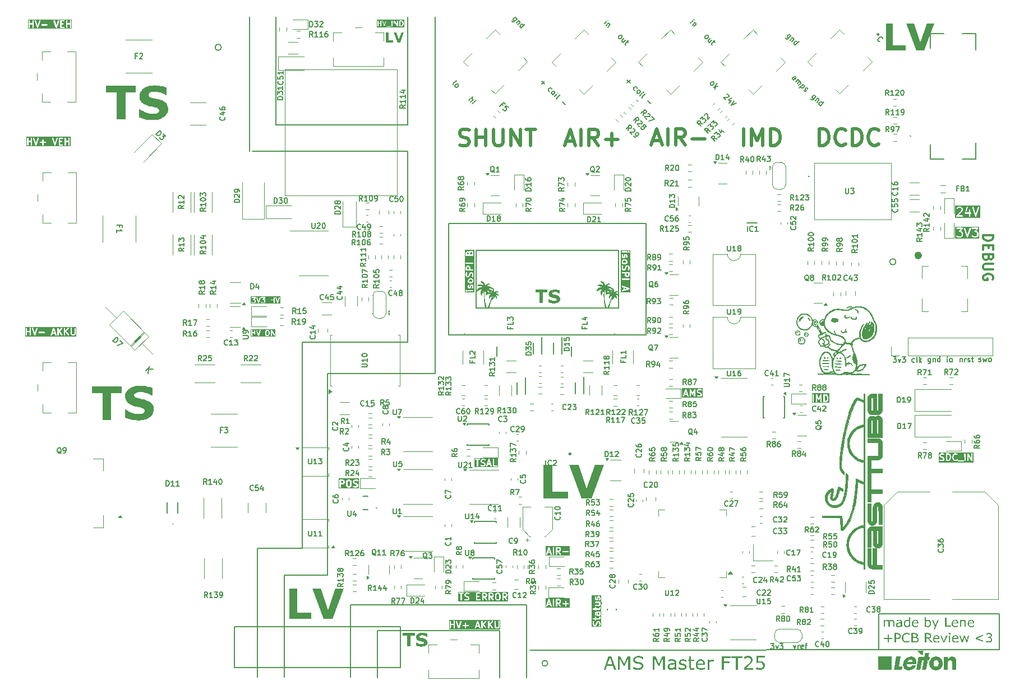
<source format=gbr>
%TF.GenerationSoftware,KiCad,Pcbnew,8.0.2*%
%TF.CreationDate,2025-03-18T14:55:19+01:00*%
%TF.ProjectId,Master_FT25,4d617374-6572-45f4-9654-32352e6b6963,rev?*%
%TF.SameCoordinates,Original*%
%TF.FileFunction,Legend,Top*%
%TF.FilePolarity,Positive*%
%FSLAX46Y46*%
G04 Gerber Fmt 4.6, Leading zero omitted, Abs format (unit mm)*
G04 Created by KiCad (PCBNEW 8.0.2) date 2025-03-18 14:55:19*
%MOMM*%
%LPD*%
G01*
G04 APERTURE LIST*
%ADD10C,0.150000*%
%ADD11C,1.000000*%
%ADD12C,0.500000*%
%ADD13C,0.200000*%
%ADD14C,0.375000*%
%ADD15C,0.250000*%
%ADD16C,0.300000*%
%ADD17C,0.175000*%
%ADD18C,0.160000*%
%ADD19C,0.120000*%
%ADD20C,0.100000*%
%ADD21C,0.000000*%
%ADD22C,0.127000*%
%ADD23C,0.560000*%
%ADD24C,0.010000*%
G04 APERTURE END LIST*
D10*
X183523897Y-75810000D02*
G75*
G02*
X182596103Y-75810000I-463897J0D01*
G01*
X182596103Y-75810000D02*
G75*
G02*
X183523897Y-75810000I463897J0D01*
G01*
X130964853Y-136500000D02*
G75*
G02*
X130115147Y-136500000I-424853J0D01*
G01*
X130115147Y-136500000D02*
G75*
G02*
X130964853Y-136500000I424853J0D01*
G01*
X81684004Y-43380000D02*
G75*
G02*
X80755996Y-43380000I-464004J0D01*
G01*
X80755996Y-43380000D02*
G75*
G02*
X81684004Y-43380000I464004J0D01*
G01*
X101190000Y-127650000D02*
X101190000Y-138575000D01*
X127760000Y-127650000D02*
X127760000Y-138650000D01*
X87160000Y-119100000D02*
X87160000Y-138600000D01*
X113950000Y-92700000D02*
X97750000Y-92700000D01*
X109800000Y-55108750D02*
X109800000Y-38791250D01*
X123750000Y-138640000D02*
X123750000Y-131550000D01*
X109740000Y-87960000D02*
X93880000Y-87950000D01*
X180950000Y-129050000D02*
X199150000Y-129050000D01*
X199150000Y-134475000D01*
X180950000Y-134475000D01*
X180950000Y-129050000D01*
X93920000Y-119100000D02*
X93880000Y-87950000D01*
X89950000Y-38810000D02*
X89950000Y-55110000D01*
X97750000Y-123150000D02*
X91210000Y-123150000D01*
X109800000Y-59110000D02*
X109800000Y-87960000D01*
X86380000Y-59110000D02*
X109800000Y-59110000D01*
X113950000Y-38800000D02*
X113950000Y-92700000D01*
X116050000Y-70050000D02*
X145800000Y-70050000D01*
X145800000Y-86850000D01*
X116050000Y-86850000D01*
X116050000Y-70050000D01*
X89950000Y-55108750D02*
X109800000Y-55108750D01*
X105240000Y-131550000D02*
X105240000Y-138650000D01*
X91210000Y-123150000D02*
X91210000Y-138600000D01*
X85930000Y-38800000D02*
X85930000Y-59100000D01*
X127760000Y-127650000D02*
X101190000Y-127650000D01*
X97750000Y-92700000D02*
X97750000Y-123150000D01*
X123750000Y-131550000D02*
X105240000Y-131550000D01*
X120125000Y-74100000D02*
X141675000Y-74100000D01*
X141675000Y-82800000D01*
X120125000Y-82800000D01*
X120125000Y-74100000D01*
X128250000Y-134525000D02*
X199000000Y-134475000D01*
X93920000Y-119100000D02*
X87160000Y-119100000D01*
D11*
G36*
X95287274Y-129765000D02*
G01*
X91966915Y-129765000D01*
X91966915Y-125192773D01*
X93153935Y-125192773D01*
X93153935Y-128850554D01*
X95287274Y-128850554D01*
X95287274Y-129765000D01*
G37*
G36*
X100154057Y-125192773D02*
G01*
X98475743Y-129765000D01*
X97146939Y-129765000D01*
X95468625Y-125192773D01*
X96713897Y-125192773D01*
X97827278Y-128404323D01*
X98939560Y-125192773D01*
X100154057Y-125192773D01*
G37*
D12*
X146825137Y-57473761D02*
X148015613Y-57473761D01*
X146587042Y-58188047D02*
X147420375Y-55688047D01*
X147420375Y-55688047D02*
X148253708Y-58188047D01*
X149087042Y-58188047D02*
X149087042Y-55688047D01*
X151706089Y-58188047D02*
X150872756Y-56997571D01*
X150277518Y-58188047D02*
X150277518Y-55688047D01*
X150277518Y-55688047D02*
X151229899Y-55688047D01*
X151229899Y-55688047D02*
X151467994Y-55807095D01*
X151467994Y-55807095D02*
X151587041Y-55926142D01*
X151587041Y-55926142D02*
X151706089Y-56164238D01*
X151706089Y-56164238D02*
X151706089Y-56521380D01*
X151706089Y-56521380D02*
X151587041Y-56759476D01*
X151587041Y-56759476D02*
X151467994Y-56878523D01*
X151467994Y-56878523D02*
X151229899Y-56997571D01*
X151229899Y-56997571D02*
X150277518Y-56997571D01*
X152777518Y-57235666D02*
X154682280Y-57235666D01*
D13*
G36*
X123565061Y-126044284D02*
G01*
X123631451Y-126109040D01*
X123669705Y-126256465D01*
X123671384Y-126564929D01*
X123633649Y-126721790D01*
X123571205Y-126785810D01*
X123510337Y-126817413D01*
X123367008Y-126818724D01*
X123307617Y-126790152D01*
X123241228Y-126725396D01*
X123202974Y-126577971D01*
X123201295Y-126269508D01*
X123239030Y-126112646D01*
X123301473Y-126048627D01*
X123362341Y-126017024D01*
X123505671Y-126015713D01*
X123565061Y-126044284D01*
G37*
G36*
X121565412Y-126044453D02*
G01*
X121591189Y-126069115D01*
X121622306Y-126129046D01*
X121623440Y-126224893D01*
X121594818Y-126284388D01*
X121570160Y-126310161D01*
X121510517Y-126341129D01*
X121390263Y-126341705D01*
X121386553Y-126341051D01*
X121383449Y-126341738D01*
X121249542Y-126342380D01*
X121248929Y-126016747D01*
X121505265Y-126015517D01*
X121565412Y-126044453D01*
G37*
G36*
X122565412Y-126044453D02*
G01*
X122591189Y-126069115D01*
X122622306Y-126129046D01*
X122623440Y-126224893D01*
X122594818Y-126284388D01*
X122570160Y-126310161D01*
X122510517Y-126341129D01*
X122390263Y-126341705D01*
X122386553Y-126341051D01*
X122383449Y-126341738D01*
X122249542Y-126342380D01*
X122248929Y-126016747D01*
X122505265Y-126015517D01*
X122565412Y-126044453D01*
G37*
G36*
X124613031Y-126044453D02*
G01*
X124638808Y-126069115D01*
X124669925Y-126129046D01*
X124671059Y-126224893D01*
X124642437Y-126284388D01*
X124617779Y-126310161D01*
X124558136Y-126341129D01*
X124437882Y-126341705D01*
X124434172Y-126341051D01*
X124431068Y-126341738D01*
X124297161Y-126342380D01*
X124296548Y-126016747D01*
X124552884Y-126015517D01*
X124613031Y-126044453D01*
G37*
G36*
X124980784Y-127128330D02*
G01*
X117417626Y-127128330D01*
X117417626Y-125897710D01*
X117528737Y-125897710D01*
X117528737Y-125936728D01*
X117543669Y-125972776D01*
X117571259Y-126000366D01*
X117607307Y-126015298D01*
X117626816Y-126017219D01*
X117812717Y-126016614D01*
X117814451Y-126936728D01*
X117829383Y-126972776D01*
X117856973Y-127000366D01*
X117893021Y-127015298D01*
X117932039Y-127015298D01*
X117968087Y-127000366D01*
X117995677Y-126972776D01*
X118010609Y-126936728D01*
X118012530Y-126917219D01*
X118011004Y-126107695D01*
X118383959Y-126107695D01*
X118385315Y-126188712D01*
X118384744Y-126190426D01*
X118385528Y-126201470D01*
X118385880Y-126222442D01*
X118387255Y-126225762D01*
X118387510Y-126229346D01*
X118394516Y-126247654D01*
X118443856Y-126342683D01*
X118448431Y-126353728D01*
X118451587Y-126357574D01*
X118452578Y-126359482D01*
X118454572Y-126361211D01*
X118460867Y-126368882D01*
X118510969Y-126416815D01*
X118517885Y-126424790D01*
X118522034Y-126427401D01*
X118523639Y-126428937D01*
X118526079Y-126429947D01*
X118534476Y-126435233D01*
X118624747Y-126478661D01*
X118631721Y-126483828D01*
X118646355Y-126489056D01*
X118648022Y-126489858D01*
X118648742Y-126489909D01*
X118650181Y-126490423D01*
X118823724Y-126532171D01*
X118898745Y-126568262D01*
X118924522Y-126592924D01*
X118955747Y-126653063D01*
X118956559Y-126701528D01*
X118928152Y-126760576D01*
X118903490Y-126786354D01*
X118843741Y-126817376D01*
X118647495Y-126818840D01*
X118496466Y-126770385D01*
X118457546Y-126773151D01*
X118422647Y-126790601D01*
X118397082Y-126820077D01*
X118384744Y-126857093D01*
X118387510Y-126896013D01*
X118404960Y-126930912D01*
X118434436Y-126956477D01*
X118452336Y-126964468D01*
X118595420Y-127010374D01*
X118607307Y-127015298D01*
X118612299Y-127015789D01*
X118614308Y-127016434D01*
X118616942Y-127016246D01*
X118626816Y-127017219D01*
X118849771Y-127015556D01*
X118852404Y-127016434D01*
X118866509Y-127015431D01*
X118884420Y-127015298D01*
X118887740Y-127013922D01*
X118891324Y-127013668D01*
X118909632Y-127006662D01*
X119004660Y-126957322D01*
X119015707Y-126952747D01*
X119019553Y-126949589D01*
X119021460Y-126948600D01*
X119023190Y-126946605D01*
X119030860Y-126940310D01*
X119078793Y-126890207D01*
X119086768Y-126883292D01*
X119089379Y-126879142D01*
X119090916Y-126877537D01*
X119091927Y-126875095D01*
X119097211Y-126866701D01*
X119137149Y-126783683D01*
X119138534Y-126782299D01*
X119142986Y-126771549D01*
X119151836Y-126753155D01*
X119152090Y-126749571D01*
X119153466Y-126746251D01*
X119155387Y-126726742D01*
X119154030Y-126645724D01*
X119154602Y-126644011D01*
X119153817Y-126632966D01*
X119153466Y-126611995D01*
X119152090Y-126608674D01*
X119151836Y-126605091D01*
X119144830Y-126586782D01*
X119095487Y-126491748D01*
X119090915Y-126480708D01*
X119087759Y-126476862D01*
X119086768Y-126474954D01*
X119084770Y-126473221D01*
X119078478Y-126465555D01*
X119028377Y-126417623D01*
X119021460Y-126409647D01*
X119017310Y-126407034D01*
X119015706Y-126405500D01*
X119013266Y-126404489D01*
X119004870Y-126399204D01*
X118914598Y-126355775D01*
X118907625Y-126350609D01*
X118892992Y-126345381D01*
X118891324Y-126344579D01*
X118890601Y-126344527D01*
X118889164Y-126344014D01*
X118715621Y-126302265D01*
X118640598Y-126266173D01*
X118614825Y-126241515D01*
X118583598Y-126181372D01*
X118582786Y-126132908D01*
X118611193Y-126073860D01*
X118635855Y-126048083D01*
X118695603Y-126017061D01*
X118891849Y-126015597D01*
X119042879Y-126064053D01*
X119081799Y-126061287D01*
X119116698Y-126043837D01*
X119142263Y-126014361D01*
X119154602Y-125977345D01*
X119151835Y-125938425D01*
X119141232Y-125917219D01*
X120145864Y-125917219D01*
X120147785Y-126936728D01*
X120162717Y-126972776D01*
X120190307Y-127000366D01*
X120226355Y-127015298D01*
X120245864Y-127017219D01*
X120741563Y-127015298D01*
X120777611Y-127000366D01*
X120805201Y-126972776D01*
X120820133Y-126936728D01*
X120820133Y-126897710D01*
X120805201Y-126861662D01*
X120777611Y-126834072D01*
X120741563Y-126819140D01*
X120722054Y-126817219D01*
X120345678Y-126818677D01*
X120345064Y-126492868D01*
X120598706Y-126491488D01*
X120634754Y-126476556D01*
X120662344Y-126448966D01*
X120677276Y-126412918D01*
X120677276Y-126373900D01*
X120662344Y-126337852D01*
X120634754Y-126310262D01*
X120598706Y-126295330D01*
X120579197Y-126293409D01*
X120344690Y-126294685D01*
X120344167Y-126016838D01*
X120741563Y-126015298D01*
X120777611Y-126000366D01*
X120805201Y-125972776D01*
X120820133Y-125936728D01*
X120820133Y-125917219D01*
X121050626Y-125917219D01*
X121052547Y-126936728D01*
X121067479Y-126972776D01*
X121095069Y-127000366D01*
X121131117Y-127015298D01*
X121170135Y-127015298D01*
X121206183Y-127000366D01*
X121233773Y-126972776D01*
X121248705Y-126936728D01*
X121250626Y-126917219D01*
X121249916Y-126540551D01*
X121336231Y-126540137D01*
X121652892Y-126989446D01*
X121685797Y-127010415D01*
X121724222Y-127017196D01*
X121762316Y-127008756D01*
X121794281Y-126986381D01*
X121815250Y-126953476D01*
X121822031Y-126915052D01*
X121813591Y-126876957D01*
X121803977Y-126859873D01*
X121572774Y-126531819D01*
X121576299Y-126530471D01*
X121671328Y-126481130D01*
X121682373Y-126476556D01*
X121686219Y-126473399D01*
X121688127Y-126472409D01*
X121689856Y-126470414D01*
X121697527Y-126464120D01*
X121745460Y-126414017D01*
X121753435Y-126407102D01*
X121756046Y-126402952D01*
X121757582Y-126401348D01*
X121758592Y-126398907D01*
X121763878Y-126390511D01*
X121803816Y-126307493D01*
X121805201Y-126306109D01*
X121809653Y-126295359D01*
X121818503Y-126276965D01*
X121818757Y-126273381D01*
X121820133Y-126270061D01*
X121822054Y-126250552D01*
X121820537Y-126122395D01*
X121821269Y-126120202D01*
X121820360Y-126107419D01*
X121820133Y-126088186D01*
X121818757Y-126084865D01*
X121818503Y-126081282D01*
X121811497Y-126062973D01*
X121762154Y-125967939D01*
X121757582Y-125956899D01*
X121754426Y-125953053D01*
X121753435Y-125951145D01*
X121751437Y-125949412D01*
X121745145Y-125941746D01*
X121719508Y-125917219D01*
X122050626Y-125917219D01*
X122052547Y-126936728D01*
X122067479Y-126972776D01*
X122095069Y-127000366D01*
X122131117Y-127015298D01*
X122170135Y-127015298D01*
X122206183Y-127000366D01*
X122233773Y-126972776D01*
X122248705Y-126936728D01*
X122250626Y-126917219D01*
X122249916Y-126540551D01*
X122336231Y-126540137D01*
X122652892Y-126989446D01*
X122685797Y-127010415D01*
X122724222Y-127017196D01*
X122762316Y-127008756D01*
X122794281Y-126986381D01*
X122815250Y-126953476D01*
X122822031Y-126915052D01*
X122813591Y-126876957D01*
X122803977Y-126859873D01*
X122572774Y-126531819D01*
X122576299Y-126530471D01*
X122671328Y-126481130D01*
X122682373Y-126476556D01*
X122686219Y-126473399D01*
X122688127Y-126472409D01*
X122689856Y-126470414D01*
X122697527Y-126464120D01*
X122745460Y-126414017D01*
X122753435Y-126407102D01*
X122756046Y-126402952D01*
X122757582Y-126401348D01*
X122758592Y-126398907D01*
X122763878Y-126390511D01*
X122803816Y-126307493D01*
X122805201Y-126306109D01*
X122809653Y-126295359D01*
X122818503Y-126276965D01*
X122818757Y-126273381D01*
X122820133Y-126270061D01*
X122822054Y-126250552D01*
X123003007Y-126250552D01*
X123004787Y-126577574D01*
X123003125Y-126588746D01*
X123004914Y-126600843D01*
X123004928Y-126603394D01*
X123005492Y-126604757D01*
X123005993Y-126608139D01*
X123052547Y-126787554D01*
X123052547Y-126793870D01*
X123056934Y-126804462D01*
X123060207Y-126817075D01*
X123064632Y-126823047D01*
X123067478Y-126829918D01*
X123079915Y-126845071D01*
X123176303Y-126939088D01*
X123184552Y-126948600D01*
X123188787Y-126951266D01*
X123190306Y-126952747D01*
X123192746Y-126953757D01*
X123201143Y-126959043D01*
X123284160Y-126998981D01*
X123285545Y-127000366D01*
X123296294Y-127004818D01*
X123314689Y-127013668D01*
X123318272Y-127013922D01*
X123321593Y-127015298D01*
X123341102Y-127017219D01*
X123516609Y-127015613D01*
X123519071Y-127016434D01*
X123532686Y-127015466D01*
X123551087Y-127015298D01*
X123554407Y-127013922D01*
X123557991Y-127013668D01*
X123576299Y-127006662D01*
X123671327Y-126957322D01*
X123682374Y-126952747D01*
X123686220Y-126949589D01*
X123688127Y-126948600D01*
X123689857Y-126946605D01*
X123697527Y-126940310D01*
X123784196Y-126851453D01*
X123789244Y-126848425D01*
X123795860Y-126839494D01*
X123805202Y-126829918D01*
X123808047Y-126823047D01*
X123812473Y-126817075D01*
X123819068Y-126798615D01*
X123863647Y-126613302D01*
X123867752Y-126603394D01*
X123868944Y-126591284D01*
X123869555Y-126588746D01*
X123869337Y-126587287D01*
X123869673Y-126583885D01*
X123867892Y-126256862D01*
X123869555Y-126245691D01*
X123867765Y-126233593D01*
X123867752Y-126231043D01*
X123867187Y-126229679D01*
X123866687Y-126226298D01*
X123820133Y-126046882D01*
X123820133Y-126040567D01*
X123815746Y-126029976D01*
X123812473Y-126017362D01*
X123808046Y-126011387D01*
X123805201Y-126004519D01*
X123792765Y-125989365D01*
X123718798Y-125917219D01*
X124098245Y-125917219D01*
X124100166Y-126936728D01*
X124115098Y-126972776D01*
X124142688Y-127000366D01*
X124178736Y-127015298D01*
X124217754Y-127015298D01*
X124253802Y-127000366D01*
X124281392Y-126972776D01*
X124296324Y-126936728D01*
X124298245Y-126917219D01*
X124297535Y-126540551D01*
X124383850Y-126540137D01*
X124700511Y-126989446D01*
X124733416Y-127010415D01*
X124771841Y-127017196D01*
X124809935Y-127008756D01*
X124841900Y-126986381D01*
X124862869Y-126953476D01*
X124869650Y-126915052D01*
X124861210Y-126876957D01*
X124851596Y-126859873D01*
X124620393Y-126531819D01*
X124623918Y-126530471D01*
X124718947Y-126481130D01*
X124729992Y-126476556D01*
X124733838Y-126473399D01*
X124735746Y-126472409D01*
X124737475Y-126470414D01*
X124745146Y-126464120D01*
X124793079Y-126414017D01*
X124801054Y-126407102D01*
X124803665Y-126402952D01*
X124805201Y-126401348D01*
X124806211Y-126398907D01*
X124811497Y-126390511D01*
X124851435Y-126307493D01*
X124852820Y-126306109D01*
X124857272Y-126295359D01*
X124866122Y-126276965D01*
X124866376Y-126273381D01*
X124867752Y-126270061D01*
X124869673Y-126250552D01*
X124868156Y-126122395D01*
X124868888Y-126120202D01*
X124867979Y-126107419D01*
X124867752Y-126088186D01*
X124866376Y-126084865D01*
X124866122Y-126081282D01*
X124859116Y-126062973D01*
X124809773Y-125967939D01*
X124805201Y-125956899D01*
X124802045Y-125953053D01*
X124801054Y-125951145D01*
X124799056Y-125949412D01*
X124792764Y-125941746D01*
X124742663Y-125893814D01*
X124735746Y-125885838D01*
X124731596Y-125883225D01*
X124729992Y-125881691D01*
X124727552Y-125880680D01*
X124719156Y-125875395D01*
X124636138Y-125835456D01*
X124634754Y-125834072D01*
X124624004Y-125829619D01*
X124605610Y-125820770D01*
X124602026Y-125820515D01*
X124598706Y-125819140D01*
X124579197Y-125817219D01*
X124178736Y-125819140D01*
X124142688Y-125834072D01*
X124115098Y-125861662D01*
X124100166Y-125897710D01*
X124098245Y-125917219D01*
X123718798Y-125917219D01*
X123696375Y-125895348D01*
X123688127Y-125885838D01*
X123683890Y-125883171D01*
X123682373Y-125881691D01*
X123679933Y-125880680D01*
X123671537Y-125875395D01*
X123588519Y-125835456D01*
X123587135Y-125834072D01*
X123576385Y-125829619D01*
X123557991Y-125820770D01*
X123554407Y-125820515D01*
X123551087Y-125819140D01*
X123531578Y-125817219D01*
X123356070Y-125818824D01*
X123353609Y-125818004D01*
X123339993Y-125818971D01*
X123321593Y-125819140D01*
X123318272Y-125820515D01*
X123314689Y-125820770D01*
X123296380Y-125827776D01*
X123201346Y-125877118D01*
X123190307Y-125881691D01*
X123186462Y-125884846D01*
X123184552Y-125885838D01*
X123182819Y-125887835D01*
X123175153Y-125894127D01*
X123088485Y-125982982D01*
X123083436Y-125986012D01*
X123076816Y-125994946D01*
X123067479Y-126004519D01*
X123064633Y-126011387D01*
X123060207Y-126017362D01*
X123053612Y-126035823D01*
X123009032Y-126221133D01*
X123004928Y-126231043D01*
X123003735Y-126243152D01*
X123003125Y-126245691D01*
X123003342Y-126247149D01*
X123003007Y-126250552D01*
X122822054Y-126250552D01*
X122820537Y-126122395D01*
X122821269Y-126120202D01*
X122820360Y-126107419D01*
X122820133Y-126088186D01*
X122818757Y-126084865D01*
X122818503Y-126081282D01*
X122811497Y-126062973D01*
X122762154Y-125967939D01*
X122757582Y-125956899D01*
X122754426Y-125953053D01*
X122753435Y-125951145D01*
X122751437Y-125949412D01*
X122745145Y-125941746D01*
X122695044Y-125893814D01*
X122688127Y-125885838D01*
X122683977Y-125883225D01*
X122682373Y-125881691D01*
X122679933Y-125880680D01*
X122671537Y-125875395D01*
X122588519Y-125835456D01*
X122587135Y-125834072D01*
X122576385Y-125829619D01*
X122557991Y-125820770D01*
X122554407Y-125820515D01*
X122551087Y-125819140D01*
X122531578Y-125817219D01*
X122131117Y-125819140D01*
X122095069Y-125834072D01*
X122067479Y-125861662D01*
X122052547Y-125897710D01*
X122050626Y-125917219D01*
X121719508Y-125917219D01*
X121695044Y-125893814D01*
X121688127Y-125885838D01*
X121683977Y-125883225D01*
X121682373Y-125881691D01*
X121679933Y-125880680D01*
X121671537Y-125875395D01*
X121588519Y-125835456D01*
X121587135Y-125834072D01*
X121576385Y-125829619D01*
X121557991Y-125820770D01*
X121554407Y-125820515D01*
X121551087Y-125819140D01*
X121531578Y-125817219D01*
X121131117Y-125819140D01*
X121095069Y-125834072D01*
X121067479Y-125861662D01*
X121052547Y-125897710D01*
X121050626Y-125917219D01*
X120820133Y-125917219D01*
X120820133Y-125897710D01*
X120805201Y-125861662D01*
X120777611Y-125834072D01*
X120741563Y-125819140D01*
X120722054Y-125817219D01*
X120226355Y-125819140D01*
X120190307Y-125834072D01*
X120162717Y-125861662D01*
X120147785Y-125897710D01*
X120145864Y-125917219D01*
X119141232Y-125917219D01*
X119134386Y-125903526D01*
X119104910Y-125877961D01*
X119087009Y-125869970D01*
X118943929Y-125824065D01*
X118932039Y-125819140D01*
X118927045Y-125818648D01*
X118925037Y-125818004D01*
X118922403Y-125818191D01*
X118912530Y-125817219D01*
X118689574Y-125818881D01*
X118686942Y-125818004D01*
X118672836Y-125819006D01*
X118654926Y-125819140D01*
X118651605Y-125820515D01*
X118648022Y-125820770D01*
X118629713Y-125827776D01*
X118534679Y-125877118D01*
X118523639Y-125881691D01*
X118519793Y-125884846D01*
X118517885Y-125885838D01*
X118516152Y-125887835D01*
X118508486Y-125894128D01*
X118460554Y-125944228D01*
X118452578Y-125951146D01*
X118449965Y-125955295D01*
X118448431Y-125956900D01*
X118447420Y-125959339D01*
X118442135Y-125967736D01*
X118402196Y-126050753D01*
X118400812Y-126052138D01*
X118396359Y-126062887D01*
X118387510Y-126081282D01*
X118387255Y-126084865D01*
X118385880Y-126088186D01*
X118383959Y-126107695D01*
X118011004Y-126107695D01*
X118010831Y-126015970D01*
X118217753Y-126015298D01*
X118253801Y-126000366D01*
X118281391Y-125972776D01*
X118296323Y-125936728D01*
X118296323Y-125897710D01*
X118281391Y-125861662D01*
X118253801Y-125834072D01*
X118217753Y-125819140D01*
X118198244Y-125817219D01*
X117607307Y-125819140D01*
X117571259Y-125834072D01*
X117543669Y-125861662D01*
X117528737Y-125897710D01*
X117417626Y-125897710D01*
X117417626Y-125706108D01*
X124980784Y-125706108D01*
X124980784Y-127128330D01*
G37*
D10*
G36*
X108929475Y-39471368D02*
G01*
X108984603Y-39525214D01*
X109013715Y-39581396D01*
X109048733Y-39716629D01*
X109049808Y-39812864D01*
X109017262Y-39947856D01*
X108987967Y-40008621D01*
X108932729Y-40065177D01*
X108848206Y-40094356D01*
X108741408Y-40095107D01*
X108740256Y-39443777D01*
X108841448Y-39443066D01*
X108929475Y-39471368D01*
G37*
G36*
X109287572Y-40409374D02*
G01*
X105150271Y-40409374D01*
X105150271Y-39369295D01*
X105239160Y-39369295D01*
X105240601Y-40183927D01*
X105251800Y-40210963D01*
X105272492Y-40231655D01*
X105299528Y-40242854D01*
X105328792Y-40242854D01*
X105355828Y-40231655D01*
X105376520Y-40210963D01*
X105387719Y-40183927D01*
X105389160Y-40169295D01*
X105388551Y-39825019D01*
X105697107Y-39824077D01*
X105697744Y-40183927D01*
X105708943Y-40210963D01*
X105729635Y-40231655D01*
X105756671Y-40242854D01*
X105785935Y-40242854D01*
X105812971Y-40231655D01*
X105833663Y-40210963D01*
X105844862Y-40183927D01*
X105846303Y-40169295D01*
X105844904Y-39378675D01*
X105963558Y-39378675D01*
X105966818Y-39393012D01*
X106231931Y-40183920D01*
X106232300Y-40189105D01*
X106236454Y-40197414D01*
X106239479Y-40206437D01*
X106242989Y-40210484D01*
X106245386Y-40215278D01*
X106252490Y-40221440D01*
X106258653Y-40228545D01*
X106263446Y-40230941D01*
X106267494Y-40234452D01*
X106276415Y-40237425D01*
X106284826Y-40241631D01*
X106290170Y-40242010D01*
X106295256Y-40243706D01*
X106304636Y-40243039D01*
X106314016Y-40243706D01*
X106319101Y-40242010D01*
X106324446Y-40241631D01*
X106332855Y-40237426D01*
X106341779Y-40234452D01*
X106345827Y-40230940D01*
X106346001Y-40230853D01*
X106573934Y-40230853D01*
X106573934Y-40260117D01*
X106585133Y-40287153D01*
X106605825Y-40307845D01*
X106632861Y-40319044D01*
X106647493Y-40320485D01*
X107271648Y-40319044D01*
X107298684Y-40307845D01*
X107319376Y-40287153D01*
X107330575Y-40260117D01*
X107330575Y-40230853D01*
X107319376Y-40203817D01*
X107298684Y-40183125D01*
X107271648Y-40171926D01*
X107257016Y-40170485D01*
X106632861Y-40171926D01*
X106605825Y-40183125D01*
X106585133Y-40203817D01*
X106573934Y-40230853D01*
X106346001Y-40230853D01*
X106350619Y-40228545D01*
X106356780Y-40221441D01*
X106363886Y-40215278D01*
X106366282Y-40210484D01*
X106369793Y-40206437D01*
X106375787Y-40193012D01*
X106645713Y-39378675D01*
X106645047Y-39369295D01*
X107372493Y-39369295D01*
X107373934Y-40183927D01*
X107385133Y-40210963D01*
X107405825Y-40231655D01*
X107432861Y-40242854D01*
X107462125Y-40242854D01*
X107489161Y-40231655D01*
X107509853Y-40210963D01*
X107521052Y-40183927D01*
X107522493Y-40169295D01*
X107521078Y-39369295D01*
X107753445Y-39369295D01*
X107754886Y-40183927D01*
X107766085Y-40210963D01*
X107786777Y-40231655D01*
X107813813Y-40242854D01*
X107843077Y-40242854D01*
X107870113Y-40231655D01*
X107890805Y-40210963D01*
X107902004Y-40183927D01*
X107903445Y-40169295D01*
X107902525Y-39649233D01*
X108219501Y-40201966D01*
X108223228Y-40210963D01*
X108226586Y-40214321D01*
X108228980Y-40218495D01*
X108236868Y-40224603D01*
X108243920Y-40231655D01*
X108248338Y-40233485D01*
X108252118Y-40236412D01*
X108261739Y-40239036D01*
X108270956Y-40242854D01*
X108275737Y-40242854D01*
X108280349Y-40244112D01*
X108290246Y-40242854D01*
X108300220Y-40242854D01*
X108304635Y-40241024D01*
X108309379Y-40240422D01*
X108318043Y-40235471D01*
X108327256Y-40231655D01*
X108330634Y-40228276D01*
X108334788Y-40225903D01*
X108340897Y-40218013D01*
X108347948Y-40210963D01*
X108349777Y-40206546D01*
X108352705Y-40202766D01*
X108355329Y-40193142D01*
X108359147Y-40183927D01*
X108359883Y-40176444D01*
X108360405Y-40174534D01*
X108360217Y-40173058D01*
X108360588Y-40169295D01*
X108359173Y-39369295D01*
X108591540Y-39369295D01*
X108592981Y-40183927D01*
X108604180Y-40210963D01*
X108624872Y-40231655D01*
X108651908Y-40242854D01*
X108666540Y-40244295D01*
X108855960Y-40242964D01*
X108866396Y-40243706D01*
X108870094Y-40242864D01*
X108871648Y-40242854D01*
X108873479Y-40242095D01*
X108880733Y-40240446D01*
X108984106Y-40204759D01*
X108985934Y-40204759D01*
X108995078Y-40200971D01*
X109008444Y-40196357D01*
X109010479Y-40194591D01*
X109012970Y-40193560D01*
X109024335Y-40184233D01*
X109099514Y-40107260D01*
X109106742Y-40100993D01*
X109108745Y-40097809D01*
X109109853Y-40096676D01*
X109110610Y-40094846D01*
X109114574Y-40088550D01*
X109149475Y-40016152D01*
X109153401Y-40010855D01*
X109157328Y-39999863D01*
X109157924Y-39998628D01*
X109157962Y-39998089D01*
X109158348Y-39997010D01*
X109194139Y-39848560D01*
X109197242Y-39841070D01*
X109198137Y-39831977D01*
X109198594Y-39830084D01*
X109198431Y-39828991D01*
X109198683Y-39826438D01*
X109197450Y-39716189D01*
X109198594Y-39708506D01*
X109197264Y-39699510D01*
X109197242Y-39697520D01*
X109196819Y-39696498D01*
X109196444Y-39693962D01*
X109158437Y-39547183D01*
X109157924Y-39539962D01*
X109153727Y-39528996D01*
X109153401Y-39527735D01*
X109153078Y-39527299D01*
X109152669Y-39526230D01*
X109113336Y-39450322D01*
X109109853Y-39441912D01*
X109107480Y-39439021D01*
X109106742Y-39437596D01*
X109105245Y-39436297D01*
X109100525Y-39430547D01*
X109031329Y-39362962D01*
X109030552Y-39361407D01*
X109023280Y-39355100D01*
X109012970Y-39345030D01*
X109010479Y-39343998D01*
X109008444Y-39342233D01*
X108995019Y-39336239D01*
X108880672Y-39299474D01*
X108871648Y-39295736D01*
X108867896Y-39295366D01*
X108866396Y-39294884D01*
X108864421Y-39295024D01*
X108857016Y-39294295D01*
X108651908Y-39295736D01*
X108624872Y-39306935D01*
X108604180Y-39327627D01*
X108592981Y-39354663D01*
X108591540Y-39369295D01*
X108359173Y-39369295D01*
X108359147Y-39354663D01*
X108347948Y-39327627D01*
X108327256Y-39306935D01*
X108300220Y-39295736D01*
X108270956Y-39295736D01*
X108243920Y-39306935D01*
X108223228Y-39327627D01*
X108212029Y-39354663D01*
X108210588Y-39369295D01*
X108211507Y-39889356D01*
X107894531Y-39336623D01*
X107890805Y-39327627D01*
X107887446Y-39324268D01*
X107885053Y-39320095D01*
X107877163Y-39313985D01*
X107870113Y-39306935D01*
X107865696Y-39305105D01*
X107861916Y-39302178D01*
X107852292Y-39299553D01*
X107843077Y-39295736D01*
X107838296Y-39295736D01*
X107833684Y-39294478D01*
X107823787Y-39295736D01*
X107813813Y-39295736D01*
X107809397Y-39297565D01*
X107804654Y-39298168D01*
X107795989Y-39303118D01*
X107786777Y-39306935D01*
X107783398Y-39310313D01*
X107779245Y-39312687D01*
X107773135Y-39320576D01*
X107766085Y-39327627D01*
X107764255Y-39332043D01*
X107761328Y-39335824D01*
X107758703Y-39345447D01*
X107754886Y-39354663D01*
X107754149Y-39362145D01*
X107753628Y-39364056D01*
X107753815Y-39365531D01*
X107753445Y-39369295D01*
X107521078Y-39369295D01*
X107521052Y-39354663D01*
X107509853Y-39327627D01*
X107489161Y-39306935D01*
X107462125Y-39295736D01*
X107432861Y-39295736D01*
X107405825Y-39306935D01*
X107385133Y-39327627D01*
X107373934Y-39354663D01*
X107372493Y-39369295D01*
X106645047Y-39369295D01*
X106643639Y-39349485D01*
X106630552Y-39323311D01*
X106608445Y-39304138D01*
X106580682Y-39294884D01*
X106551492Y-39296958D01*
X106525319Y-39310045D01*
X106506145Y-39332152D01*
X106500151Y-39345578D01*
X106304987Y-39934363D01*
X106103126Y-39332152D01*
X106083952Y-39310045D01*
X106057779Y-39296959D01*
X106028589Y-39294884D01*
X106000826Y-39304138D01*
X105978719Y-39323312D01*
X105965633Y-39349485D01*
X105963558Y-39378675D01*
X105844904Y-39378675D01*
X105844862Y-39354663D01*
X105833663Y-39327627D01*
X105812971Y-39306935D01*
X105785935Y-39295736D01*
X105756671Y-39295736D01*
X105729635Y-39306935D01*
X105708943Y-39327627D01*
X105697744Y-39354663D01*
X105696303Y-39369295D01*
X105696844Y-39675474D01*
X105388288Y-39676416D01*
X105387719Y-39354663D01*
X105376520Y-39327627D01*
X105355828Y-39306935D01*
X105328792Y-39295736D01*
X105299528Y-39295736D01*
X105272492Y-39306935D01*
X105251800Y-39327627D01*
X105240601Y-39354663D01*
X105239160Y-39369295D01*
X105150271Y-39369295D01*
X105150271Y-39205406D01*
X109287572Y-39205406D01*
X109287572Y-40409374D01*
G37*
X196051064Y-90856200D02*
X196127255Y-90894295D01*
X196127255Y-90894295D02*
X196279636Y-90894295D01*
X196279636Y-90894295D02*
X196355826Y-90856200D01*
X196355826Y-90856200D02*
X196393922Y-90780009D01*
X196393922Y-90780009D02*
X196393922Y-90741914D01*
X196393922Y-90741914D02*
X196355826Y-90665723D01*
X196355826Y-90665723D02*
X196279636Y-90627628D01*
X196279636Y-90627628D02*
X196165350Y-90627628D01*
X196165350Y-90627628D02*
X196089160Y-90589533D01*
X196089160Y-90589533D02*
X196051064Y-90513342D01*
X196051064Y-90513342D02*
X196051064Y-90475247D01*
X196051064Y-90475247D02*
X196089160Y-90399057D01*
X196089160Y-90399057D02*
X196165350Y-90360961D01*
X196165350Y-90360961D02*
X196279636Y-90360961D01*
X196279636Y-90360961D02*
X196355826Y-90399057D01*
X196660588Y-90360961D02*
X196812969Y-90894295D01*
X196812969Y-90894295D02*
X196965350Y-90513342D01*
X196965350Y-90513342D02*
X197117731Y-90894295D01*
X197117731Y-90894295D02*
X197270112Y-90360961D01*
X197689159Y-90894295D02*
X197612969Y-90856200D01*
X197612969Y-90856200D02*
X197574874Y-90818104D01*
X197574874Y-90818104D02*
X197536778Y-90741914D01*
X197536778Y-90741914D02*
X197536778Y-90513342D01*
X197536778Y-90513342D02*
X197574874Y-90437152D01*
X197574874Y-90437152D02*
X197612969Y-90399057D01*
X197612969Y-90399057D02*
X197689159Y-90360961D01*
X197689159Y-90360961D02*
X197803445Y-90360961D01*
X197803445Y-90360961D02*
X197879636Y-90399057D01*
X197879636Y-90399057D02*
X197917731Y-90437152D01*
X197917731Y-90437152D02*
X197955826Y-90513342D01*
X197955826Y-90513342D02*
X197955826Y-90741914D01*
X197955826Y-90741914D02*
X197917731Y-90818104D01*
X197917731Y-90818104D02*
X197879636Y-90856200D01*
X197879636Y-90856200D02*
X197803445Y-90894295D01*
X197803445Y-90894295D02*
X197689159Y-90894295D01*
D13*
G36*
X132717792Y-119144453D02*
G01*
X132743569Y-119169115D01*
X132774686Y-119229046D01*
X132775820Y-119324893D01*
X132747198Y-119384388D01*
X132722540Y-119410161D01*
X132662897Y-119441129D01*
X132542643Y-119441705D01*
X132538933Y-119441051D01*
X132535829Y-119441738D01*
X132401922Y-119442380D01*
X132401309Y-119116747D01*
X132657645Y-119115517D01*
X132717792Y-119144453D01*
G37*
G36*
X131260838Y-119632036D02*
G01*
X131059532Y-119632816D01*
X131159715Y-119330465D01*
X131260838Y-119632036D01*
G37*
G36*
X134274101Y-120228307D02*
G01*
X130616490Y-120228307D01*
X130616490Y-120004712D01*
X130727601Y-120004712D01*
X130730367Y-120043632D01*
X130747817Y-120078531D01*
X130777293Y-120104096D01*
X130814309Y-120116434D01*
X130853229Y-120113668D01*
X130888128Y-120096218D01*
X130913693Y-120066742D01*
X130921684Y-120048842D01*
X130993790Y-119831225D01*
X131327198Y-119829933D01*
X131406605Y-120066742D01*
X131432170Y-120096218D01*
X131467069Y-120113667D01*
X131505989Y-120116434D01*
X131543005Y-120104095D01*
X131572481Y-120078530D01*
X131589931Y-120043631D01*
X131592697Y-120004711D01*
X131588350Y-119985596D01*
X131263632Y-119017219D01*
X131726816Y-119017219D01*
X131728737Y-120036728D01*
X131743669Y-120072776D01*
X131771259Y-120100366D01*
X131807307Y-120115298D01*
X131846325Y-120115298D01*
X131882373Y-120100366D01*
X131909963Y-120072776D01*
X131924895Y-120036728D01*
X131926816Y-120017219D01*
X131924932Y-119017219D01*
X132203006Y-119017219D01*
X132204927Y-120036728D01*
X132219859Y-120072776D01*
X132247449Y-120100366D01*
X132283497Y-120115298D01*
X132322515Y-120115298D01*
X132358563Y-120100366D01*
X132386153Y-120072776D01*
X132401085Y-120036728D01*
X132403006Y-120017219D01*
X132402296Y-119640551D01*
X132488611Y-119640137D01*
X132805272Y-120089446D01*
X132838177Y-120110415D01*
X132876602Y-120117196D01*
X132914696Y-120108756D01*
X132946661Y-120086381D01*
X132967630Y-120053476D01*
X132974411Y-120015052D01*
X132965971Y-119976957D01*
X132956357Y-119959873D01*
X132725154Y-119631819D01*
X132728679Y-119630471D01*
X132755092Y-119616757D01*
X133204927Y-119616757D01*
X133204927Y-119655775D01*
X133219859Y-119691823D01*
X133247449Y-119719413D01*
X133283497Y-119734345D01*
X133303006Y-119736266D01*
X134084420Y-119734345D01*
X134120468Y-119719413D01*
X134148058Y-119691823D01*
X134162990Y-119655775D01*
X134162990Y-119616757D01*
X134148058Y-119580709D01*
X134120468Y-119553119D01*
X134084420Y-119538187D01*
X134064911Y-119536266D01*
X133283497Y-119538187D01*
X133247449Y-119553119D01*
X133219859Y-119580709D01*
X133204927Y-119616757D01*
X132755092Y-119616757D01*
X132823708Y-119581130D01*
X132834753Y-119576556D01*
X132838599Y-119573399D01*
X132840507Y-119572409D01*
X132842236Y-119570414D01*
X132849907Y-119564120D01*
X132897840Y-119514017D01*
X132905815Y-119507102D01*
X132908426Y-119502952D01*
X132909962Y-119501348D01*
X132910972Y-119498907D01*
X132916258Y-119490511D01*
X132956196Y-119407493D01*
X132957581Y-119406109D01*
X132962033Y-119395359D01*
X132970883Y-119376965D01*
X132971137Y-119373381D01*
X132972513Y-119370061D01*
X132974434Y-119350552D01*
X132972917Y-119222395D01*
X132973649Y-119220202D01*
X132972740Y-119207419D01*
X132972513Y-119188186D01*
X132971137Y-119184865D01*
X132970883Y-119181282D01*
X132963877Y-119162973D01*
X132914534Y-119067939D01*
X132909962Y-119056899D01*
X132906806Y-119053053D01*
X132905815Y-119051145D01*
X132903817Y-119049412D01*
X132897525Y-119041746D01*
X132847424Y-118993814D01*
X132840507Y-118985838D01*
X132836357Y-118983225D01*
X132834753Y-118981691D01*
X132832313Y-118980680D01*
X132823917Y-118975395D01*
X132740899Y-118935456D01*
X132739515Y-118934072D01*
X132728765Y-118929619D01*
X132710371Y-118920770D01*
X132706787Y-118920515D01*
X132703467Y-118919140D01*
X132683958Y-118917219D01*
X132283497Y-118919140D01*
X132247449Y-118934072D01*
X132219859Y-118961662D01*
X132204927Y-118997710D01*
X132203006Y-119017219D01*
X131924932Y-119017219D01*
X131924895Y-118997710D01*
X131909963Y-118961662D01*
X131882373Y-118934072D01*
X131846325Y-118919140D01*
X131807307Y-118919140D01*
X131771259Y-118934072D01*
X131743669Y-118961662D01*
X131728737Y-118997710D01*
X131726816Y-119017219D01*
X131263632Y-119017219D01*
X131257088Y-118997703D01*
X131256598Y-118990807D01*
X131251065Y-118979741D01*
X131247026Y-118967696D01*
X131242341Y-118962294D01*
X131239148Y-118955908D01*
X131229679Y-118947695D01*
X131221461Y-118938220D01*
X131215069Y-118935023D01*
X131209672Y-118930343D01*
X131197778Y-118926378D01*
X131186562Y-118920770D01*
X131179434Y-118920263D01*
X131172656Y-118918004D01*
X131160151Y-118918893D01*
X131147642Y-118918004D01*
X131140860Y-118920264D01*
X131133736Y-118920771D01*
X131122527Y-118926374D01*
X131110626Y-118930342D01*
X131105225Y-118935025D01*
X131098837Y-118938220D01*
X131090621Y-118947691D01*
X131081150Y-118955907D01*
X131077955Y-118962296D01*
X131073272Y-118967696D01*
X131065281Y-118985597D01*
X130827057Y-119704554D01*
X130823975Y-119711995D01*
X130823975Y-119713856D01*
X130727601Y-120004712D01*
X130616490Y-120004712D01*
X130616490Y-118806108D01*
X134274101Y-118806108D01*
X134274101Y-120228307D01*
G37*
D11*
G36*
X66654047Y-95635799D02*
G01*
X65056699Y-95635799D01*
X65056699Y-99700000D01*
X63737787Y-99700000D01*
X63737787Y-95635799D01*
X62140439Y-95635799D01*
X62140439Y-94619748D01*
X66654047Y-94619748D01*
X66654047Y-95635799D01*
G37*
G36*
X71514480Y-98097766D02*
G01*
X71491940Y-98368160D01*
X71424320Y-98618805D01*
X71311620Y-98849700D01*
X71153840Y-99060846D01*
X70950980Y-99252243D01*
X70873342Y-99311653D01*
X70662158Y-99446047D01*
X70428553Y-99557661D01*
X70172527Y-99646497D01*
X69894081Y-99712555D01*
X69593214Y-99755834D01*
X69336377Y-99774057D01*
X69134333Y-99778157D01*
X68864279Y-99772781D01*
X68609769Y-99756652D01*
X68337934Y-99725053D01*
X68086402Y-99679411D01*
X68026692Y-99665806D01*
X67765679Y-99597187D01*
X67514326Y-99519102D01*
X67272633Y-99431551D01*
X67142533Y-99378820D01*
X67142533Y-98136845D01*
X67286636Y-98136845D01*
X67497219Y-98296748D01*
X67719862Y-98436959D01*
X67954564Y-98557477D01*
X68201325Y-98658304D01*
X68452285Y-98737912D01*
X68698360Y-98794774D01*
X68969355Y-98831558D01*
X69175854Y-98840265D01*
X69420317Y-98827366D01*
X69490928Y-98820725D01*
X69735710Y-98777002D01*
X69810886Y-98752337D01*
X70028171Y-98629623D01*
X70060013Y-98602128D01*
X70156184Y-98375459D01*
X70157711Y-98332240D01*
X70070502Y-98101056D01*
X70014829Y-98046475D01*
X69799679Y-97922711D01*
X69598394Y-97860851D01*
X69357994Y-97806898D01*
X69107113Y-97756170D01*
X68987787Y-97733845D01*
X68733480Y-97679985D01*
X68492475Y-97615644D01*
X68385729Y-97582414D01*
X68120450Y-97484574D01*
X67889882Y-97372709D01*
X67668881Y-97227689D01*
X67474447Y-97042647D01*
X67456385Y-97020655D01*
X67319427Y-96807824D01*
X67227293Y-96567752D01*
X67179980Y-96300438D01*
X67173063Y-96140160D01*
X67195560Y-95884607D01*
X67263051Y-95647343D01*
X67375537Y-95428369D01*
X67533016Y-95227684D01*
X67735489Y-95045289D01*
X67812979Y-94988555D01*
X68022249Y-94859791D01*
X68249349Y-94752851D01*
X68494277Y-94667736D01*
X68757035Y-94604445D01*
X69037622Y-94562979D01*
X69336039Y-94543337D01*
X69460397Y-94541591D01*
X69712349Y-94547544D01*
X69962622Y-94565404D01*
X70211215Y-94595171D01*
X70458129Y-94636845D01*
X70725121Y-94694290D01*
X70971054Y-94759463D01*
X71219614Y-94840941D01*
X71311758Y-94876203D01*
X71311758Y-96026587D01*
X71171318Y-96026587D01*
X70964618Y-95888318D01*
X70730727Y-95765075D01*
X70496977Y-95667005D01*
X70414166Y-95637020D01*
X70160516Y-95560867D01*
X69903774Y-95509637D01*
X69643942Y-95483329D01*
X69498255Y-95479483D01*
X69251646Y-95491848D01*
X69169748Y-95501465D01*
X68922673Y-95558918D01*
X68855896Y-95583286D01*
X68643509Y-95716163D01*
X68625087Y-95734717D01*
X68529832Y-95966748D01*
X68609323Y-96206702D01*
X68683705Y-96274494D01*
X68907493Y-96376160D01*
X69165493Y-96446399D01*
X69268667Y-96468667D01*
X69510229Y-96518422D01*
X69759707Y-96570693D01*
X69808443Y-96581018D01*
X70060891Y-96640517D01*
X70312003Y-96712511D01*
X70367759Y-96730006D01*
X70610023Y-96819899D01*
X70850831Y-96938662D01*
X71075758Y-97092707D01*
X71234822Y-97247801D01*
X71382297Y-97471436D01*
X71468325Y-97705337D01*
X71510110Y-97970150D01*
X71514480Y-98097766D01*
G37*
D13*
G36*
X132717792Y-126994453D02*
G01*
X132743569Y-127019115D01*
X132774686Y-127079046D01*
X132775820Y-127174893D01*
X132747198Y-127234388D01*
X132722540Y-127260161D01*
X132662897Y-127291129D01*
X132542643Y-127291705D01*
X132538933Y-127291051D01*
X132535829Y-127291738D01*
X132401922Y-127292380D01*
X132401309Y-126966747D01*
X132657645Y-126965517D01*
X132717792Y-126994453D01*
G37*
G36*
X131260838Y-127482036D02*
G01*
X131059532Y-127482816D01*
X131159715Y-127180465D01*
X131260838Y-127482036D01*
G37*
G36*
X134274101Y-128078307D02*
G01*
X130616490Y-128078307D01*
X130616490Y-127854712D01*
X130727601Y-127854712D01*
X130730367Y-127893632D01*
X130747817Y-127928531D01*
X130777293Y-127954096D01*
X130814309Y-127966434D01*
X130853229Y-127963668D01*
X130888128Y-127946218D01*
X130913693Y-127916742D01*
X130921684Y-127898842D01*
X130993790Y-127681225D01*
X131327198Y-127679933D01*
X131406605Y-127916742D01*
X131432170Y-127946218D01*
X131467069Y-127963667D01*
X131505989Y-127966434D01*
X131543005Y-127954095D01*
X131572481Y-127928530D01*
X131589931Y-127893631D01*
X131592697Y-127854711D01*
X131588350Y-127835596D01*
X131263632Y-126867219D01*
X131726816Y-126867219D01*
X131728737Y-127886728D01*
X131743669Y-127922776D01*
X131771259Y-127950366D01*
X131807307Y-127965298D01*
X131846325Y-127965298D01*
X131882373Y-127950366D01*
X131909963Y-127922776D01*
X131924895Y-127886728D01*
X131926816Y-127867219D01*
X131924932Y-126867219D01*
X132203006Y-126867219D01*
X132204927Y-127886728D01*
X132219859Y-127922776D01*
X132247449Y-127950366D01*
X132283497Y-127965298D01*
X132322515Y-127965298D01*
X132358563Y-127950366D01*
X132386153Y-127922776D01*
X132401085Y-127886728D01*
X132403006Y-127867219D01*
X132402296Y-127490551D01*
X132488611Y-127490137D01*
X132805272Y-127939446D01*
X132838177Y-127960415D01*
X132876602Y-127967196D01*
X132914696Y-127958756D01*
X132946661Y-127936381D01*
X132967630Y-127903476D01*
X132974411Y-127865052D01*
X132965971Y-127826957D01*
X132956357Y-127809873D01*
X132725154Y-127481819D01*
X132728679Y-127480471D01*
X132755092Y-127466757D01*
X133204927Y-127466757D01*
X133204927Y-127505775D01*
X133219859Y-127541823D01*
X133247449Y-127569413D01*
X133283497Y-127584345D01*
X133303006Y-127586266D01*
X133585138Y-127585572D01*
X133585879Y-127886728D01*
X133600811Y-127922776D01*
X133628401Y-127950366D01*
X133664449Y-127965298D01*
X133703467Y-127965298D01*
X133739515Y-127950366D01*
X133767105Y-127922776D01*
X133782037Y-127886728D01*
X133783958Y-127867219D01*
X133783264Y-127585085D01*
X134084420Y-127584345D01*
X134120468Y-127569413D01*
X134148058Y-127541823D01*
X134162990Y-127505775D01*
X134162990Y-127466757D01*
X134148058Y-127430709D01*
X134120468Y-127403119D01*
X134084420Y-127388187D01*
X134064911Y-127386266D01*
X133782777Y-127386959D01*
X133782037Y-127085805D01*
X133767105Y-127049757D01*
X133739515Y-127022167D01*
X133703467Y-127007235D01*
X133664449Y-127007235D01*
X133628401Y-127022167D01*
X133600811Y-127049757D01*
X133585879Y-127085805D01*
X133583958Y-127105314D01*
X133584651Y-127387446D01*
X133283497Y-127388187D01*
X133247449Y-127403119D01*
X133219859Y-127430709D01*
X133204927Y-127466757D01*
X132755092Y-127466757D01*
X132823708Y-127431130D01*
X132834753Y-127426556D01*
X132838599Y-127423399D01*
X132840507Y-127422409D01*
X132842236Y-127420414D01*
X132849907Y-127414120D01*
X132897840Y-127364017D01*
X132905815Y-127357102D01*
X132908426Y-127352952D01*
X132909962Y-127351348D01*
X132910972Y-127348907D01*
X132916258Y-127340511D01*
X132956196Y-127257493D01*
X132957581Y-127256109D01*
X132962033Y-127245359D01*
X132970883Y-127226965D01*
X132971137Y-127223381D01*
X132972513Y-127220061D01*
X132974434Y-127200552D01*
X132972917Y-127072395D01*
X132973649Y-127070202D01*
X132972740Y-127057419D01*
X132972513Y-127038186D01*
X132971137Y-127034865D01*
X132970883Y-127031282D01*
X132963877Y-127012973D01*
X132914534Y-126917939D01*
X132909962Y-126906899D01*
X132906806Y-126903053D01*
X132905815Y-126901145D01*
X132903817Y-126899412D01*
X132897525Y-126891746D01*
X132847424Y-126843814D01*
X132840507Y-126835838D01*
X132836357Y-126833225D01*
X132834753Y-126831691D01*
X132832313Y-126830680D01*
X132823917Y-126825395D01*
X132740899Y-126785456D01*
X132739515Y-126784072D01*
X132728765Y-126779619D01*
X132710371Y-126770770D01*
X132706787Y-126770515D01*
X132703467Y-126769140D01*
X132683958Y-126767219D01*
X132283497Y-126769140D01*
X132247449Y-126784072D01*
X132219859Y-126811662D01*
X132204927Y-126847710D01*
X132203006Y-126867219D01*
X131924932Y-126867219D01*
X131924895Y-126847710D01*
X131909963Y-126811662D01*
X131882373Y-126784072D01*
X131846325Y-126769140D01*
X131807307Y-126769140D01*
X131771259Y-126784072D01*
X131743669Y-126811662D01*
X131728737Y-126847710D01*
X131726816Y-126867219D01*
X131263632Y-126867219D01*
X131257088Y-126847703D01*
X131256598Y-126840807D01*
X131251065Y-126829741D01*
X131247026Y-126817696D01*
X131242341Y-126812294D01*
X131239148Y-126805908D01*
X131229679Y-126797695D01*
X131221461Y-126788220D01*
X131215069Y-126785023D01*
X131209672Y-126780343D01*
X131197778Y-126776378D01*
X131186562Y-126770770D01*
X131179434Y-126770263D01*
X131172656Y-126768004D01*
X131160151Y-126768893D01*
X131147642Y-126768004D01*
X131140860Y-126770264D01*
X131133736Y-126770771D01*
X131122527Y-126776374D01*
X131110626Y-126780342D01*
X131105225Y-126785025D01*
X131098837Y-126788220D01*
X131090621Y-126797691D01*
X131081150Y-126805907D01*
X131077955Y-126812296D01*
X131073272Y-126817696D01*
X131065281Y-126835597D01*
X130827057Y-127554554D01*
X130823975Y-127561995D01*
X130823975Y-127563856D01*
X130727601Y-127854712D01*
X130616490Y-127854712D01*
X130616490Y-126656108D01*
X134274101Y-126656108D01*
X134274101Y-128078307D01*
G37*
D10*
X191314160Y-90944295D02*
X191314160Y-90410961D01*
X191314160Y-90144295D02*
X191276064Y-90182390D01*
X191276064Y-90182390D02*
X191314160Y-90220485D01*
X191314160Y-90220485D02*
X191352255Y-90182390D01*
X191352255Y-90182390D02*
X191314160Y-90144295D01*
X191314160Y-90144295D02*
X191314160Y-90220485D01*
X191809397Y-90944295D02*
X191733207Y-90906200D01*
X191733207Y-90906200D02*
X191695112Y-90868104D01*
X191695112Y-90868104D02*
X191657016Y-90791914D01*
X191657016Y-90791914D02*
X191657016Y-90563342D01*
X191657016Y-90563342D02*
X191695112Y-90487152D01*
X191695112Y-90487152D02*
X191733207Y-90449057D01*
X191733207Y-90449057D02*
X191809397Y-90410961D01*
X191809397Y-90410961D02*
X191923683Y-90410961D01*
X191923683Y-90410961D02*
X191999874Y-90449057D01*
X191999874Y-90449057D02*
X192037969Y-90487152D01*
X192037969Y-90487152D02*
X192076064Y-90563342D01*
X192076064Y-90563342D02*
X192076064Y-90791914D01*
X192076064Y-90791914D02*
X192037969Y-90868104D01*
X192037969Y-90868104D02*
X191999874Y-90906200D01*
X191999874Y-90906200D02*
X191923683Y-90944295D01*
X191923683Y-90944295D02*
X191809397Y-90944295D01*
D13*
G36*
X119510578Y-78545657D02*
G01*
X119536355Y-78570318D01*
X119567471Y-78630249D01*
X119568605Y-78726096D01*
X119539983Y-78785591D01*
X119515324Y-78811365D01*
X119455620Y-78842363D01*
X119217200Y-78843864D01*
X119157191Y-78814995D01*
X119131418Y-78790337D01*
X119100299Y-78730402D01*
X119099165Y-78634556D01*
X119127786Y-78575063D01*
X119152448Y-78549286D01*
X119212148Y-78518289D01*
X119450569Y-78516788D01*
X119510578Y-78545657D01*
G37*
G36*
X119034386Y-76593275D02*
G01*
X119060163Y-76617937D01*
X119091129Y-76677576D01*
X119092380Y-76938552D01*
X118766747Y-76939165D01*
X118765517Y-76682829D01*
X118794453Y-76622682D01*
X118819115Y-76596905D01*
X118879046Y-76565788D01*
X118974893Y-76564654D01*
X119034386Y-76593275D01*
G37*
G36*
X118986767Y-74402799D02*
G01*
X119012544Y-74427461D01*
X119043523Y-74487126D01*
X119044685Y-74700547D01*
X118766683Y-74701070D01*
X118765547Y-74492292D01*
X118794453Y-74432206D01*
X118819115Y-74406429D01*
X118879254Y-74375204D01*
X118927719Y-74374392D01*
X118986767Y-74402799D01*
G37*
G36*
X119510578Y-74355181D02*
G01*
X119536355Y-74379842D01*
X119567320Y-74439481D01*
X119568567Y-74699559D01*
X119242868Y-74700173D01*
X119241708Y-74486969D01*
X119276529Y-74378435D01*
X119295305Y-74358810D01*
X119355236Y-74327693D01*
X119451083Y-74326559D01*
X119510578Y-74355181D01*
G37*
G36*
X119878330Y-80437135D02*
G01*
X118456108Y-80437135D01*
X118456108Y-80160817D01*
X118569140Y-80160817D01*
X118569140Y-80199835D01*
X118584072Y-80235883D01*
X118596508Y-80251037D01*
X118659280Y-80311092D01*
X118669838Y-80315465D01*
X118695329Y-80326024D01*
X118734347Y-80326024D01*
X118770395Y-80311092D01*
X118785549Y-80298656D01*
X118845604Y-80235884D01*
X118856973Y-80208436D01*
X118860536Y-80199835D01*
X118860536Y-80160817D01*
X118902473Y-80160817D01*
X118902473Y-80199835D01*
X118917405Y-80235883D01*
X118944995Y-80263473D01*
X118981043Y-80278405D01*
X119000552Y-80280326D01*
X119686728Y-80278405D01*
X119722776Y-80263473D01*
X119750366Y-80235883D01*
X119765298Y-80199835D01*
X119765298Y-80160817D01*
X119750366Y-80124769D01*
X119722776Y-80097179D01*
X119686728Y-80082247D01*
X119667219Y-80080326D01*
X118981043Y-80082247D01*
X118944995Y-80097179D01*
X118917405Y-80124769D01*
X118902473Y-80160817D01*
X118860536Y-80160817D01*
X118845604Y-80124769D01*
X118845604Y-80124768D01*
X118833167Y-80109615D01*
X118770395Y-80049560D01*
X118734347Y-80034628D01*
X118695329Y-80034628D01*
X118669838Y-80045186D01*
X118659280Y-80049560D01*
X118644127Y-80061997D01*
X118584073Y-80124768D01*
X118584072Y-80124769D01*
X118569140Y-80160817D01*
X118456108Y-80160817D01*
X118456108Y-79466041D01*
X118900552Y-79466041D01*
X118902068Y-79594197D01*
X118901337Y-79596391D01*
X118902245Y-79609173D01*
X118902473Y-79628407D01*
X118903848Y-79631727D01*
X118904103Y-79635311D01*
X118911109Y-79653619D01*
X118958146Y-79744213D01*
X118961295Y-79753659D01*
X118965669Y-79758703D01*
X118969171Y-79765447D01*
X118978641Y-79773660D01*
X118986859Y-79783136D01*
X118996732Y-79789350D01*
X118998648Y-79791012D01*
X119000186Y-79791524D01*
X119003450Y-79793579D01*
X119086467Y-79833517D01*
X119087852Y-79834902D01*
X119098601Y-79839354D01*
X119116996Y-79848204D01*
X119120579Y-79848458D01*
X119123900Y-79849834D01*
X119143409Y-79851755D01*
X119177913Y-79850767D01*
X119178521Y-79850970D01*
X119183698Y-79850602D01*
X119210537Y-79849834D01*
X119213857Y-79848458D01*
X119217441Y-79848204D01*
X119235749Y-79841198D01*
X119326343Y-79794160D01*
X119335789Y-79791012D01*
X119340833Y-79786637D01*
X119347577Y-79783136D01*
X119355790Y-79773665D01*
X119365266Y-79765448D01*
X119371480Y-79755574D01*
X119373142Y-79753659D01*
X119373654Y-79752120D01*
X119375709Y-79748857D01*
X119415647Y-79665839D01*
X119417032Y-79664455D01*
X119421484Y-79653705D01*
X119430334Y-79635311D01*
X119430588Y-79631727D01*
X119431964Y-79628407D01*
X119433885Y-79608898D01*
X119432498Y-79491699D01*
X119454757Y-79445431D01*
X119498823Y-79422552D01*
X119500189Y-79422512D01*
X119544971Y-79444056D01*
X119567413Y-79487280D01*
X119568724Y-79630610D01*
X119523151Y-79725342D01*
X119520385Y-79764262D01*
X119532724Y-79801278D01*
X119558288Y-79830755D01*
X119593187Y-79848204D01*
X119632107Y-79850970D01*
X119669123Y-79838631D01*
X119698600Y-79813067D01*
X119709043Y-79796476D01*
X119748981Y-79713458D01*
X119750366Y-79712074D01*
X119754818Y-79701324D01*
X119763668Y-79682930D01*
X119763922Y-79679346D01*
X119765298Y-79676026D01*
X119767219Y-79656517D01*
X119765613Y-79481009D01*
X119766434Y-79478548D01*
X119765466Y-79464932D01*
X119765298Y-79446532D01*
X119763922Y-79443211D01*
X119763668Y-79439628D01*
X119756662Y-79421319D01*
X119709624Y-79330724D01*
X119706476Y-79321279D01*
X119702101Y-79316235D01*
X119698600Y-79309491D01*
X119689125Y-79301274D01*
X119680911Y-79291803D01*
X119671039Y-79285589D01*
X119669123Y-79283927D01*
X119667584Y-79283413D01*
X119664321Y-79281360D01*
X119581303Y-79241422D01*
X119579918Y-79240037D01*
X119569163Y-79235582D01*
X119550773Y-79226735D01*
X119547190Y-79226480D01*
X119543870Y-79225105D01*
X119524361Y-79223184D01*
X119489856Y-79224171D01*
X119489249Y-79223969D01*
X119484071Y-79224336D01*
X119457233Y-79225105D01*
X119453912Y-79226480D01*
X119450329Y-79226735D01*
X119432020Y-79233741D01*
X119341422Y-79280780D01*
X119331981Y-79283927D01*
X119326938Y-79288299D01*
X119320192Y-79291803D01*
X119311974Y-79301278D01*
X119302504Y-79309492D01*
X119296290Y-79319363D01*
X119294628Y-79321280D01*
X119294114Y-79322818D01*
X119292061Y-79326082D01*
X119252122Y-79409099D01*
X119250738Y-79410484D01*
X119246285Y-79421233D01*
X119237436Y-79439628D01*
X119237181Y-79443211D01*
X119235806Y-79446532D01*
X119233885Y-79466041D01*
X119235271Y-79583239D01*
X119213013Y-79629506D01*
X119168945Y-79652386D01*
X119167580Y-79652425D01*
X119122800Y-79630883D01*
X119100299Y-79587545D01*
X119099165Y-79491699D01*
X119144620Y-79397216D01*
X119147386Y-79358296D01*
X119135047Y-79321280D01*
X119109482Y-79291803D01*
X119074584Y-79274354D01*
X119035664Y-79271589D01*
X118998648Y-79283927D01*
X118969171Y-79309492D01*
X118958728Y-79326082D01*
X118918789Y-79409099D01*
X118917405Y-79410484D01*
X118912952Y-79421233D01*
X118904103Y-79439628D01*
X118903848Y-79443211D01*
X118902473Y-79446532D01*
X118900552Y-79466041D01*
X118456108Y-79466041D01*
X118456108Y-78608898D01*
X118900552Y-78608898D01*
X118902068Y-78737054D01*
X118901337Y-78739248D01*
X118902245Y-78752030D01*
X118902473Y-78771264D01*
X118903848Y-78774584D01*
X118904103Y-78778168D01*
X118911109Y-78796476D01*
X118960449Y-78891505D01*
X118965024Y-78902550D01*
X118968180Y-78906396D01*
X118969171Y-78908304D01*
X118971165Y-78910033D01*
X118977460Y-78917704D01*
X119027562Y-78965637D01*
X119034478Y-78973612D01*
X119038627Y-78976223D01*
X119040232Y-78977759D01*
X119042672Y-78978769D01*
X119051069Y-78984055D01*
X119134086Y-79023993D01*
X119135471Y-79025378D01*
X119146220Y-79029830D01*
X119164615Y-79038680D01*
X119168198Y-79038934D01*
X119171519Y-79040310D01*
X119191028Y-79042231D01*
X119461483Y-79040528D01*
X119464235Y-79041446D01*
X119478661Y-79040420D01*
X119496251Y-79040310D01*
X119499571Y-79038934D01*
X119503155Y-79038680D01*
X119521463Y-79031674D01*
X119616487Y-78982336D01*
X119627537Y-78977760D01*
X119631385Y-78974601D01*
X119633291Y-78973612D01*
X119635020Y-78971617D01*
X119642690Y-78965323D01*
X119690623Y-78915222D01*
X119698600Y-78908305D01*
X119701211Y-78904155D01*
X119702747Y-78902551D01*
X119703757Y-78900110D01*
X119709043Y-78891714D01*
X119748981Y-78808696D01*
X119750366Y-78807312D01*
X119754818Y-78796562D01*
X119763668Y-78778168D01*
X119763922Y-78774584D01*
X119765298Y-78771264D01*
X119767219Y-78751755D01*
X119765702Y-78623598D01*
X119766434Y-78621405D01*
X119765525Y-78608622D01*
X119765298Y-78589389D01*
X119763922Y-78586068D01*
X119763668Y-78582485D01*
X119756662Y-78564176D01*
X119707320Y-78469143D01*
X119702747Y-78458102D01*
X119699590Y-78454256D01*
X119698600Y-78452348D01*
X119696603Y-78450616D01*
X119690310Y-78442948D01*
X119640202Y-78395010D01*
X119633291Y-78387041D01*
X119629144Y-78384430D01*
X119627537Y-78382893D01*
X119625093Y-78381881D01*
X119616701Y-78376598D01*
X119533683Y-78336659D01*
X119532299Y-78335275D01*
X119521549Y-78330822D01*
X119503155Y-78321973D01*
X119499571Y-78321718D01*
X119496251Y-78320343D01*
X119476742Y-78318422D01*
X119206286Y-78320124D01*
X119203535Y-78319207D01*
X119189108Y-78320232D01*
X119171519Y-78320343D01*
X119168198Y-78321718D01*
X119164615Y-78321973D01*
X119146306Y-78328979D01*
X119051272Y-78378321D01*
X119040232Y-78382894D01*
X119036386Y-78386049D01*
X119034478Y-78387041D01*
X119032745Y-78389038D01*
X119025079Y-78395331D01*
X118977147Y-78445431D01*
X118969171Y-78452349D01*
X118966558Y-78456498D01*
X118965024Y-78458103D01*
X118964013Y-78460542D01*
X118958728Y-78468939D01*
X118918789Y-78551956D01*
X118917405Y-78553341D01*
X118912952Y-78564090D01*
X118904103Y-78582485D01*
X118903848Y-78586068D01*
X118902473Y-78589389D01*
X118900552Y-78608898D01*
X118456108Y-78608898D01*
X118456108Y-77608898D01*
X118567219Y-77608898D01*
X118568881Y-77831853D01*
X118568004Y-77834486D01*
X118569006Y-77848591D01*
X118569140Y-77866502D01*
X118570515Y-77869822D01*
X118570770Y-77873406D01*
X118577776Y-77891714D01*
X118627116Y-77986743D01*
X118631691Y-77997788D01*
X118634847Y-78001634D01*
X118635838Y-78003542D01*
X118637832Y-78005271D01*
X118644127Y-78012942D01*
X118694229Y-78060875D01*
X118701145Y-78068850D01*
X118705294Y-78071461D01*
X118706899Y-78072997D01*
X118709339Y-78074007D01*
X118717736Y-78079293D01*
X118800753Y-78119231D01*
X118802138Y-78120616D01*
X118812887Y-78125068D01*
X118831282Y-78133918D01*
X118834865Y-78134172D01*
X118838186Y-78135548D01*
X118857695Y-78137469D01*
X118938712Y-78136112D01*
X118940426Y-78136684D01*
X118951470Y-78135899D01*
X118972442Y-78135548D01*
X118975762Y-78134172D01*
X118979346Y-78133918D01*
X118997654Y-78126912D01*
X119092683Y-78077571D01*
X119103728Y-78072997D01*
X119107574Y-78069840D01*
X119109482Y-78068850D01*
X119111211Y-78066855D01*
X119118882Y-78060561D01*
X119166815Y-78010458D01*
X119174790Y-78003543D01*
X119177401Y-77999393D01*
X119178937Y-77997789D01*
X119179947Y-77995348D01*
X119185233Y-77986952D01*
X119228661Y-77896680D01*
X119233828Y-77889707D01*
X119239056Y-77875072D01*
X119239858Y-77873406D01*
X119239909Y-77872685D01*
X119240423Y-77871247D01*
X119282171Y-77697703D01*
X119318262Y-77622682D01*
X119342924Y-77596905D01*
X119403063Y-77565680D01*
X119451528Y-77564868D01*
X119510578Y-77593276D01*
X119536355Y-77617937D01*
X119567376Y-77677685D01*
X119568840Y-77873932D01*
X119520385Y-78024962D01*
X119523151Y-78063882D01*
X119540601Y-78098781D01*
X119570077Y-78124346D01*
X119607093Y-78136684D01*
X119646013Y-78133918D01*
X119680912Y-78116468D01*
X119706477Y-78086992D01*
X119714468Y-78069092D01*
X119760374Y-77926007D01*
X119765298Y-77914121D01*
X119765789Y-77909128D01*
X119766434Y-77907120D01*
X119766246Y-77904485D01*
X119767219Y-77894612D01*
X119765556Y-77671656D01*
X119766434Y-77669024D01*
X119765431Y-77654918D01*
X119765298Y-77637008D01*
X119763922Y-77633687D01*
X119763668Y-77630104D01*
X119756662Y-77611795D01*
X119707320Y-77516762D01*
X119702747Y-77505721D01*
X119699590Y-77501875D01*
X119698600Y-77499967D01*
X119696603Y-77498235D01*
X119690310Y-77490567D01*
X119640202Y-77442629D01*
X119633291Y-77434660D01*
X119629144Y-77432049D01*
X119627537Y-77430512D01*
X119625093Y-77429500D01*
X119616701Y-77424217D01*
X119533683Y-77384278D01*
X119532299Y-77382894D01*
X119521549Y-77378441D01*
X119503155Y-77369592D01*
X119499571Y-77369337D01*
X119496251Y-77367962D01*
X119476742Y-77366041D01*
X119395724Y-77367397D01*
X119394011Y-77366826D01*
X119382966Y-77367610D01*
X119361995Y-77367962D01*
X119358674Y-77369337D01*
X119355091Y-77369592D01*
X119336782Y-77376598D01*
X119241748Y-77425940D01*
X119230708Y-77430513D01*
X119226862Y-77433668D01*
X119224954Y-77434660D01*
X119223221Y-77436657D01*
X119215555Y-77442950D01*
X119167623Y-77493050D01*
X119159647Y-77499968D01*
X119157034Y-77504117D01*
X119155500Y-77505722D01*
X119154489Y-77508161D01*
X119149204Y-77516558D01*
X119105775Y-77606829D01*
X119100609Y-77613803D01*
X119095381Y-77628435D01*
X119094579Y-77630104D01*
X119094527Y-77630826D01*
X119094014Y-77632264D01*
X119052265Y-77805806D01*
X119016173Y-77880829D01*
X118991515Y-77906602D01*
X118931372Y-77937829D01*
X118882908Y-77938641D01*
X118823858Y-77910233D01*
X118798085Y-77885575D01*
X118767061Y-77825823D01*
X118765597Y-77629578D01*
X118814053Y-77478549D01*
X118811287Y-77439629D01*
X118793837Y-77404730D01*
X118764361Y-77379165D01*
X118727345Y-77366826D01*
X118688425Y-77369593D01*
X118653526Y-77387042D01*
X118627961Y-77416518D01*
X118619970Y-77434419D01*
X118574065Y-77577498D01*
X118569140Y-77589389D01*
X118568648Y-77594382D01*
X118568004Y-77596391D01*
X118568191Y-77599024D01*
X118567219Y-77608898D01*
X118456108Y-77608898D01*
X118456108Y-76656517D01*
X118567219Y-76656517D01*
X118569140Y-77056978D01*
X118584072Y-77093026D01*
X118611662Y-77120616D01*
X118647710Y-77135548D01*
X118667219Y-77137469D01*
X119686728Y-77135548D01*
X119722776Y-77120616D01*
X119750366Y-77093026D01*
X119765298Y-77056978D01*
X119765298Y-77017960D01*
X119750366Y-76981912D01*
X119722776Y-76954322D01*
X119686728Y-76939390D01*
X119667219Y-76937469D01*
X119290551Y-76938178D01*
X119289274Y-76671929D01*
X119290243Y-76669024D01*
X119289189Y-76654199D01*
X119289107Y-76637008D01*
X119287731Y-76633687D01*
X119287477Y-76630104D01*
X119280471Y-76611795D01*
X119231128Y-76516761D01*
X119226556Y-76505721D01*
X119223400Y-76501875D01*
X119222409Y-76499967D01*
X119220411Y-76498234D01*
X119214119Y-76490568D01*
X119164018Y-76442636D01*
X119157101Y-76434660D01*
X119152951Y-76432047D01*
X119151347Y-76430513D01*
X119148907Y-76429502D01*
X119140511Y-76424217D01*
X119057493Y-76384278D01*
X119056109Y-76382894D01*
X119045359Y-76378441D01*
X119026965Y-76369592D01*
X119023381Y-76369337D01*
X119020061Y-76367962D01*
X119000552Y-76366041D01*
X118872395Y-76367557D01*
X118870202Y-76366826D01*
X118857419Y-76367734D01*
X118838186Y-76367962D01*
X118834865Y-76369337D01*
X118831282Y-76369592D01*
X118812973Y-76376598D01*
X118717939Y-76425940D01*
X118706899Y-76430513D01*
X118703053Y-76433668D01*
X118701145Y-76434660D01*
X118699412Y-76436657D01*
X118691746Y-76442950D01*
X118643814Y-76493050D01*
X118635838Y-76499968D01*
X118633225Y-76504117D01*
X118631691Y-76505722D01*
X118630680Y-76508161D01*
X118625395Y-76516558D01*
X118585456Y-76599575D01*
X118584072Y-76600960D01*
X118579619Y-76611709D01*
X118570770Y-76630104D01*
X118570515Y-76633687D01*
X118569140Y-76637008D01*
X118567219Y-76656517D01*
X118456108Y-76656517D01*
X118456108Y-76017960D01*
X118569140Y-76017960D01*
X118569140Y-76056978D01*
X118584072Y-76093026D01*
X118611662Y-76120616D01*
X118647710Y-76135548D01*
X118667219Y-76137469D01*
X119686728Y-76135548D01*
X119722776Y-76120616D01*
X119750366Y-76093026D01*
X119765298Y-76056978D01*
X119765298Y-76017960D01*
X119750366Y-75981912D01*
X119722776Y-75954322D01*
X119686728Y-75939390D01*
X119667219Y-75937469D01*
X118647710Y-75939390D01*
X118611662Y-75954322D01*
X118584072Y-75981912D01*
X118569140Y-76017960D01*
X118456108Y-76017960D01*
X118456108Y-74466041D01*
X118567219Y-74466041D01*
X118569140Y-74818883D01*
X118584072Y-74854931D01*
X118611662Y-74882521D01*
X118647710Y-74897453D01*
X118667219Y-74899374D01*
X119686728Y-74897453D01*
X119722776Y-74882521D01*
X119750366Y-74854931D01*
X119765298Y-74818883D01*
X119767219Y-74799374D01*
X119765465Y-74433834D01*
X119766434Y-74430929D01*
X119765380Y-74416104D01*
X119765298Y-74398913D01*
X119763922Y-74395592D01*
X119763668Y-74392009D01*
X119756662Y-74373700D01*
X119707320Y-74278667D01*
X119702747Y-74267626D01*
X119699590Y-74263780D01*
X119698600Y-74261872D01*
X119696603Y-74260140D01*
X119690310Y-74252472D01*
X119640202Y-74204534D01*
X119633291Y-74196565D01*
X119629144Y-74193954D01*
X119627537Y-74192417D01*
X119625093Y-74191405D01*
X119616701Y-74186122D01*
X119533683Y-74146183D01*
X119532299Y-74144799D01*
X119521549Y-74140346D01*
X119503155Y-74131497D01*
X119499571Y-74131242D01*
X119496251Y-74129867D01*
X119476742Y-74127946D01*
X119348585Y-74129462D01*
X119346392Y-74128731D01*
X119333609Y-74129639D01*
X119314376Y-74129867D01*
X119311055Y-74131242D01*
X119307472Y-74131497D01*
X119289163Y-74138503D01*
X119194129Y-74187845D01*
X119183089Y-74192418D01*
X119179243Y-74195573D01*
X119177335Y-74196565D01*
X119175602Y-74198562D01*
X119167936Y-74204855D01*
X119130851Y-74243617D01*
X119129716Y-74244185D01*
X119123969Y-74250810D01*
X119119677Y-74255296D01*
X119116399Y-74252160D01*
X119109482Y-74244184D01*
X119105332Y-74241571D01*
X119103728Y-74240037D01*
X119101288Y-74239026D01*
X119092892Y-74233741D01*
X119009874Y-74193802D01*
X119008490Y-74192418D01*
X118997740Y-74187965D01*
X118979346Y-74179116D01*
X118975762Y-74178861D01*
X118972442Y-74177486D01*
X118952933Y-74175565D01*
X118871915Y-74176921D01*
X118870202Y-74176350D01*
X118859157Y-74177134D01*
X118838186Y-74177486D01*
X118834865Y-74178861D01*
X118831282Y-74179116D01*
X118812973Y-74186122D01*
X118717939Y-74235464D01*
X118706899Y-74240037D01*
X118703053Y-74243192D01*
X118701145Y-74244184D01*
X118699412Y-74246181D01*
X118691746Y-74252474D01*
X118643814Y-74302574D01*
X118635838Y-74309492D01*
X118633225Y-74313641D01*
X118631691Y-74315246D01*
X118630680Y-74317685D01*
X118625395Y-74326082D01*
X118585456Y-74409099D01*
X118584072Y-74410484D01*
X118579619Y-74421233D01*
X118570770Y-74439628D01*
X118570515Y-74443211D01*
X118569140Y-74446532D01*
X118567219Y-74466041D01*
X118456108Y-74466041D01*
X118456108Y-74016835D01*
X119878330Y-74016835D01*
X119878330Y-80437135D01*
G37*
D14*
G36*
X107652424Y-42655000D02*
G01*
X106545638Y-42655000D01*
X106545638Y-41130924D01*
X106941311Y-41130924D01*
X106941311Y-42350184D01*
X107652424Y-42350184D01*
X107652424Y-42655000D01*
G37*
G36*
X109274685Y-41130924D02*
G01*
X108715247Y-42655000D01*
X108272313Y-42655000D01*
X107712875Y-41130924D01*
X108127965Y-41130924D01*
X108499092Y-42201441D01*
X108869853Y-41130924D01*
X109274685Y-41130924D01*
G37*
D13*
G36*
X138742376Y-128894351D02*
G01*
X138743800Y-129085214D01*
X138721346Y-129131886D01*
X138677801Y-129154495D01*
X138629336Y-129155307D01*
X138583514Y-129133263D01*
X138561108Y-129090108D01*
X138559603Y-128888322D01*
X138560481Y-128885690D01*
X138559869Y-128877091D01*
X138733097Y-128876478D01*
X138742376Y-128894351D01*
G37*
G36*
X139053330Y-130989056D02*
G01*
X137631108Y-130989056D01*
X137631108Y-130349374D01*
X137742219Y-130349374D01*
X137743881Y-130572329D01*
X137743004Y-130574962D01*
X137744006Y-130589067D01*
X137744140Y-130606978D01*
X137745515Y-130610298D01*
X137745770Y-130613882D01*
X137752776Y-130632190D01*
X137802116Y-130727219D01*
X137806691Y-130738264D01*
X137809847Y-130742110D01*
X137810838Y-130744018D01*
X137812832Y-130745747D01*
X137819127Y-130753418D01*
X137869229Y-130801351D01*
X137876145Y-130809326D01*
X137880294Y-130811937D01*
X137881899Y-130813473D01*
X137884339Y-130814483D01*
X137892736Y-130819769D01*
X137975753Y-130859707D01*
X137977138Y-130861092D01*
X137987887Y-130865544D01*
X138006282Y-130874394D01*
X138009865Y-130874648D01*
X138013186Y-130876024D01*
X138032695Y-130877945D01*
X138113712Y-130876588D01*
X138115426Y-130877160D01*
X138126470Y-130876375D01*
X138147442Y-130876024D01*
X138150762Y-130874648D01*
X138154346Y-130874394D01*
X138172654Y-130867388D01*
X138267683Y-130818047D01*
X138278728Y-130813473D01*
X138282574Y-130810316D01*
X138284482Y-130809326D01*
X138286211Y-130807331D01*
X138293882Y-130801037D01*
X138341815Y-130750934D01*
X138349790Y-130744019D01*
X138352401Y-130739869D01*
X138353937Y-130738265D01*
X138354947Y-130735824D01*
X138360233Y-130727428D01*
X138403661Y-130637156D01*
X138408828Y-130630183D01*
X138414056Y-130615548D01*
X138414858Y-130613882D01*
X138414909Y-130613161D01*
X138415423Y-130611723D01*
X138457171Y-130438179D01*
X138493262Y-130363158D01*
X138517924Y-130337381D01*
X138578063Y-130306156D01*
X138626528Y-130305344D01*
X138685578Y-130333752D01*
X138711355Y-130358413D01*
X138742376Y-130418161D01*
X138743840Y-130614408D01*
X138695385Y-130765438D01*
X138698151Y-130804358D01*
X138715601Y-130839257D01*
X138745077Y-130864822D01*
X138782093Y-130877160D01*
X138821013Y-130874394D01*
X138855912Y-130856944D01*
X138881477Y-130827468D01*
X138889468Y-130809568D01*
X138935374Y-130666483D01*
X138940298Y-130654597D01*
X138940789Y-130649604D01*
X138941434Y-130647596D01*
X138941246Y-130644961D01*
X138942219Y-130635088D01*
X138940556Y-130412132D01*
X138941434Y-130409500D01*
X138940431Y-130395394D01*
X138940298Y-130377484D01*
X138938922Y-130374163D01*
X138938668Y-130370580D01*
X138931662Y-130352271D01*
X138882320Y-130257238D01*
X138877747Y-130246197D01*
X138874590Y-130242351D01*
X138873600Y-130240443D01*
X138871603Y-130238711D01*
X138865310Y-130231043D01*
X138815202Y-130183105D01*
X138808291Y-130175136D01*
X138804144Y-130172525D01*
X138802537Y-130170988D01*
X138800093Y-130169976D01*
X138791701Y-130164693D01*
X138708683Y-130124754D01*
X138707299Y-130123370D01*
X138696549Y-130118917D01*
X138678155Y-130110068D01*
X138674571Y-130109813D01*
X138671251Y-130108438D01*
X138651742Y-130106517D01*
X138570724Y-130107873D01*
X138569011Y-130107302D01*
X138557966Y-130108086D01*
X138536995Y-130108438D01*
X138533674Y-130109813D01*
X138530091Y-130110068D01*
X138511782Y-130117074D01*
X138416748Y-130166416D01*
X138405708Y-130170989D01*
X138401862Y-130174144D01*
X138399954Y-130175136D01*
X138398221Y-130177133D01*
X138390555Y-130183426D01*
X138342623Y-130233526D01*
X138334647Y-130240444D01*
X138332034Y-130244593D01*
X138330500Y-130246198D01*
X138329489Y-130248637D01*
X138324204Y-130257034D01*
X138280775Y-130347305D01*
X138275609Y-130354279D01*
X138270381Y-130368911D01*
X138269579Y-130370580D01*
X138269527Y-130371302D01*
X138269014Y-130372740D01*
X138227265Y-130546282D01*
X138191173Y-130621305D01*
X138166515Y-130647078D01*
X138106372Y-130678305D01*
X138057908Y-130679117D01*
X137998858Y-130650709D01*
X137973085Y-130626051D01*
X137942061Y-130566299D01*
X137940597Y-130370054D01*
X137989053Y-130219025D01*
X137986287Y-130180105D01*
X137968837Y-130145206D01*
X137939361Y-130119641D01*
X137902345Y-130107302D01*
X137863425Y-130110069D01*
X137828526Y-130127518D01*
X137802961Y-130156994D01*
X137794970Y-130174895D01*
X137749065Y-130317974D01*
X137744140Y-130329865D01*
X137743648Y-130334858D01*
X137743004Y-130336867D01*
X137743191Y-130339500D01*
X137742219Y-130349374D01*
X137631108Y-130349374D01*
X137631108Y-129758436D01*
X137744140Y-129758436D01*
X137744140Y-129797454D01*
X137759072Y-129833502D01*
X137786662Y-129861092D01*
X137822710Y-129876024D01*
X137842219Y-129877945D01*
X138077171Y-129877430D01*
X138077473Y-129940311D01*
X138092405Y-129976359D01*
X138119995Y-130003949D01*
X138156043Y-130018881D01*
X138195061Y-130018881D01*
X138231109Y-130003949D01*
X138258699Y-129976359D01*
X138273631Y-129940311D01*
X138275552Y-129920802D01*
X138275341Y-129876995D01*
X138683676Y-129876101D01*
X138686853Y-129877160D01*
X138702327Y-129876060D01*
X138718870Y-129876024D01*
X138722190Y-129874648D01*
X138725773Y-129874394D01*
X138744082Y-129867388D01*
X138834677Y-129820350D01*
X138844123Y-129817202D01*
X138849167Y-129812827D01*
X138855911Y-129809326D01*
X138864125Y-129799854D01*
X138873600Y-129791638D01*
X138879812Y-129781767D01*
X138881476Y-129779850D01*
X138881989Y-129778309D01*
X138884043Y-129775047D01*
X138923981Y-129692029D01*
X138925366Y-129690645D01*
X138929818Y-129679895D01*
X138938668Y-129661501D01*
X138938922Y-129657917D01*
X138940298Y-129654597D01*
X138942219Y-129635088D01*
X138940298Y-129520341D01*
X138925366Y-129484293D01*
X138897776Y-129456703D01*
X138861728Y-129441771D01*
X138822710Y-129441771D01*
X138786662Y-129456703D01*
X138759072Y-129484293D01*
X138744140Y-129520341D01*
X138742219Y-129539850D01*
X138743391Y-129609874D01*
X138721346Y-129655696D01*
X138678408Y-129677990D01*
X138274391Y-129678876D01*
X138273631Y-129520341D01*
X138258699Y-129484293D01*
X138231109Y-129456703D01*
X138195061Y-129441771D01*
X138156043Y-129441771D01*
X138119995Y-129456703D01*
X138092405Y-129484293D01*
X138077473Y-129520341D01*
X138075552Y-129539850D01*
X138076220Y-129679310D01*
X137822710Y-129679866D01*
X137786662Y-129694798D01*
X137759072Y-129722388D01*
X137744140Y-129758436D01*
X137631108Y-129758436D01*
X137631108Y-128920802D01*
X138075552Y-128920802D01*
X138077157Y-129096309D01*
X138076337Y-129098771D01*
X138077304Y-129112386D01*
X138077473Y-129130787D01*
X138078848Y-129134107D01*
X138079103Y-129137691D01*
X138086109Y-129155999D01*
X138144171Y-129267827D01*
X138173648Y-129293392D01*
X138210664Y-129305730D01*
X138249584Y-129302965D01*
X138284482Y-129285516D01*
X138310047Y-129256039D01*
X138322386Y-129219023D01*
X138319620Y-129180103D01*
X138312614Y-129161794D01*
X138275357Y-129090037D01*
X138274046Y-128946708D01*
X138296424Y-128900192D01*
X138339416Y-128877870D01*
X138352842Y-128877823D01*
X138361423Y-128894351D01*
X138362928Y-129096138D01*
X138362051Y-129098771D01*
X138363053Y-129112876D01*
X138363187Y-129130787D01*
X138364562Y-129134107D01*
X138364817Y-129137691D01*
X138371823Y-129155999D01*
X138418860Y-129246593D01*
X138422009Y-129256039D01*
X138426383Y-129261083D01*
X138429885Y-129267827D01*
X138439355Y-129276040D01*
X138447573Y-129285516D01*
X138457446Y-129291730D01*
X138459362Y-129293392D01*
X138460900Y-129293904D01*
X138464164Y-129295959D01*
X138547181Y-129335897D01*
X138548566Y-129337282D01*
X138559315Y-129341734D01*
X138577710Y-129350584D01*
X138581293Y-129350838D01*
X138584614Y-129352214D01*
X138604123Y-129354135D01*
X138685139Y-129352778D01*
X138686853Y-129353350D01*
X138697897Y-129352565D01*
X138718870Y-129352214D01*
X138722190Y-129350838D01*
X138725773Y-129350584D01*
X138744082Y-129343578D01*
X138834677Y-129296540D01*
X138844123Y-129293392D01*
X138849167Y-129289017D01*
X138855911Y-129285516D01*
X138864125Y-129276044D01*
X138873600Y-129267828D01*
X138879812Y-129257957D01*
X138881476Y-129256040D01*
X138881989Y-129254499D01*
X138884043Y-129251237D01*
X138923981Y-129168219D01*
X138925366Y-129166835D01*
X138929818Y-129156085D01*
X138938668Y-129137691D01*
X138938922Y-129134107D01*
X138940298Y-129130787D01*
X138942219Y-129111278D01*
X138940556Y-128888322D01*
X138941434Y-128885690D01*
X138940431Y-128871584D01*
X138940298Y-128853674D01*
X138938922Y-128850353D01*
X138938668Y-128846770D01*
X138931662Y-128828461D01*
X138929321Y-128823953D01*
X138940298Y-128797454D01*
X138940298Y-128758436D01*
X138925366Y-128722388D01*
X138897776Y-128694798D01*
X138861728Y-128679866D01*
X138842219Y-128677945D01*
X138428190Y-128679408D01*
X138426154Y-128678730D01*
X138415994Y-128679451D01*
X138333952Y-128679742D01*
X138330916Y-128678730D01*
X138315770Y-128679806D01*
X138298900Y-128679866D01*
X138295579Y-128681241D01*
X138291996Y-128681496D01*
X138273687Y-128688502D01*
X138183089Y-128735541D01*
X138173648Y-128738688D01*
X138168605Y-128743060D01*
X138161859Y-128746564D01*
X138153641Y-128756039D01*
X138144171Y-128764253D01*
X138137957Y-128774124D01*
X138136295Y-128776041D01*
X138135781Y-128777579D01*
X138133728Y-128780843D01*
X138093789Y-128863860D01*
X138092405Y-128865245D01*
X138087952Y-128875994D01*
X138079103Y-128894389D01*
X138078848Y-128897972D01*
X138077473Y-128901293D01*
X138075552Y-128920802D01*
X137631108Y-128920802D01*
X137631108Y-128282245D01*
X137744140Y-128282245D01*
X137744140Y-128321263D01*
X137759072Y-128357311D01*
X137786662Y-128384901D01*
X137822710Y-128399833D01*
X137842219Y-128401754D01*
X138077171Y-128401239D01*
X138077473Y-128464120D01*
X138092405Y-128500168D01*
X138119995Y-128527758D01*
X138156043Y-128542690D01*
X138195061Y-128542690D01*
X138231109Y-128527758D01*
X138258699Y-128500168D01*
X138273631Y-128464120D01*
X138275552Y-128444611D01*
X138275341Y-128400804D01*
X138683676Y-128399910D01*
X138686853Y-128400969D01*
X138702327Y-128399869D01*
X138718870Y-128399833D01*
X138722190Y-128398457D01*
X138725773Y-128398203D01*
X138744082Y-128391197D01*
X138834677Y-128344159D01*
X138844123Y-128341011D01*
X138849167Y-128336636D01*
X138855911Y-128333135D01*
X138864125Y-128323663D01*
X138873600Y-128315447D01*
X138879812Y-128305576D01*
X138881476Y-128303659D01*
X138881989Y-128302118D01*
X138884043Y-128298856D01*
X138923981Y-128215838D01*
X138925366Y-128214454D01*
X138929818Y-128203704D01*
X138938668Y-128185310D01*
X138938922Y-128181726D01*
X138940298Y-128178406D01*
X138942219Y-128158897D01*
X138940298Y-128044150D01*
X138925366Y-128008102D01*
X138897776Y-127980512D01*
X138861728Y-127965580D01*
X138822710Y-127965580D01*
X138786662Y-127980512D01*
X138759072Y-128008102D01*
X138744140Y-128044150D01*
X138742219Y-128063659D01*
X138743391Y-128133683D01*
X138721346Y-128179505D01*
X138678408Y-128201799D01*
X138274391Y-128202685D01*
X138273631Y-128044150D01*
X138258699Y-128008102D01*
X138231109Y-127980512D01*
X138195061Y-127965580D01*
X138156043Y-127965580D01*
X138119995Y-127980512D01*
X138092405Y-128008102D01*
X138077473Y-128044150D01*
X138075552Y-128063659D01*
X138076220Y-128203119D01*
X137822710Y-128203675D01*
X137786662Y-128218607D01*
X137759072Y-128246197D01*
X137744140Y-128282245D01*
X137631108Y-128282245D01*
X137631108Y-127282245D01*
X138077473Y-127282245D01*
X138077473Y-127321263D01*
X138092405Y-127357311D01*
X138119995Y-127384901D01*
X138156043Y-127399833D01*
X138175552Y-127401754D01*
X138705333Y-127400270D01*
X138711355Y-127406031D01*
X138742471Y-127465962D01*
X138743605Y-127561809D01*
X138721346Y-127608076D01*
X138678353Y-127630399D01*
X138156043Y-127632246D01*
X138119995Y-127647178D01*
X138092405Y-127674768D01*
X138077473Y-127710816D01*
X138077473Y-127749834D01*
X138092405Y-127785882D01*
X138119995Y-127813472D01*
X138156043Y-127828404D01*
X138175552Y-127830325D01*
X138683816Y-127828527D01*
X138686853Y-127829540D01*
X138701998Y-127828463D01*
X138718870Y-127828404D01*
X138722190Y-127827028D01*
X138725773Y-127826774D01*
X138744082Y-127819768D01*
X138834677Y-127772730D01*
X138844123Y-127769582D01*
X138849167Y-127765207D01*
X138855911Y-127761706D01*
X138864125Y-127752234D01*
X138873600Y-127744018D01*
X138879812Y-127734147D01*
X138881476Y-127732230D01*
X138881989Y-127730689D01*
X138884043Y-127727427D01*
X138923981Y-127644409D01*
X138925366Y-127643025D01*
X138929818Y-127632275D01*
X138938668Y-127613881D01*
X138938922Y-127610297D01*
X138940298Y-127606977D01*
X138942219Y-127587468D01*
X138940702Y-127459311D01*
X138941434Y-127457118D01*
X138940525Y-127444335D01*
X138940298Y-127425102D01*
X138938922Y-127421781D01*
X138938668Y-127418198D01*
X138931662Y-127399889D01*
X138914958Y-127367718D01*
X138925366Y-127357311D01*
X138940298Y-127321263D01*
X138940298Y-127282245D01*
X138925366Y-127246197D01*
X138897776Y-127218607D01*
X138861728Y-127203675D01*
X138842219Y-127201754D01*
X138156043Y-127203675D01*
X138119995Y-127218607D01*
X138092405Y-127246197D01*
X138077473Y-127282245D01*
X137631108Y-127282245D01*
X137631108Y-126587468D01*
X138075552Y-126587468D01*
X138077068Y-126715624D01*
X138076337Y-126717818D01*
X138077245Y-126730600D01*
X138077473Y-126749834D01*
X138078848Y-126753154D01*
X138079103Y-126756738D01*
X138086109Y-126775046D01*
X138133146Y-126865640D01*
X138136295Y-126875086D01*
X138140669Y-126880130D01*
X138144171Y-126886874D01*
X138153641Y-126895087D01*
X138161859Y-126904563D01*
X138171732Y-126910777D01*
X138173648Y-126912439D01*
X138175186Y-126912951D01*
X138178450Y-126915006D01*
X138261467Y-126954944D01*
X138262852Y-126956329D01*
X138273601Y-126960781D01*
X138291996Y-126969631D01*
X138295579Y-126969885D01*
X138298900Y-126971261D01*
X138318409Y-126973182D01*
X138352913Y-126972194D01*
X138353521Y-126972397D01*
X138358698Y-126972029D01*
X138385537Y-126971261D01*
X138388857Y-126969885D01*
X138392441Y-126969631D01*
X138410749Y-126962625D01*
X138501343Y-126915587D01*
X138510789Y-126912439D01*
X138515833Y-126908064D01*
X138522577Y-126904563D01*
X138530790Y-126895092D01*
X138540266Y-126886875D01*
X138546480Y-126877001D01*
X138548142Y-126875086D01*
X138548654Y-126873547D01*
X138550709Y-126870284D01*
X138590647Y-126787266D01*
X138592032Y-126785882D01*
X138596484Y-126775132D01*
X138605334Y-126756738D01*
X138605588Y-126753154D01*
X138606964Y-126749834D01*
X138608885Y-126730325D01*
X138607498Y-126613126D01*
X138629757Y-126566858D01*
X138673823Y-126543979D01*
X138675189Y-126543939D01*
X138719971Y-126565483D01*
X138742413Y-126608707D01*
X138743724Y-126752037D01*
X138698151Y-126846769D01*
X138695385Y-126885689D01*
X138707724Y-126922705D01*
X138733288Y-126952182D01*
X138768187Y-126969631D01*
X138807107Y-126972397D01*
X138844123Y-126960058D01*
X138873600Y-126934494D01*
X138884043Y-126917903D01*
X138923981Y-126834885D01*
X138925366Y-126833501D01*
X138929818Y-126822751D01*
X138938668Y-126804357D01*
X138938922Y-126800773D01*
X138940298Y-126797453D01*
X138942219Y-126777944D01*
X138940613Y-126602436D01*
X138941434Y-126599975D01*
X138940466Y-126586359D01*
X138940298Y-126567959D01*
X138938922Y-126564638D01*
X138938668Y-126561055D01*
X138931662Y-126542746D01*
X138884624Y-126452151D01*
X138881476Y-126442706D01*
X138877101Y-126437662D01*
X138873600Y-126430918D01*
X138864125Y-126422701D01*
X138855911Y-126413230D01*
X138846039Y-126407016D01*
X138844123Y-126405354D01*
X138842584Y-126404840D01*
X138839321Y-126402787D01*
X138756303Y-126362849D01*
X138754918Y-126361464D01*
X138744163Y-126357009D01*
X138725773Y-126348162D01*
X138722190Y-126347907D01*
X138718870Y-126346532D01*
X138699361Y-126344611D01*
X138664856Y-126345598D01*
X138664249Y-126345396D01*
X138659071Y-126345763D01*
X138632233Y-126346532D01*
X138628912Y-126347907D01*
X138625329Y-126348162D01*
X138607020Y-126355168D01*
X138516422Y-126402207D01*
X138506981Y-126405354D01*
X138501938Y-126409726D01*
X138495192Y-126413230D01*
X138486974Y-126422705D01*
X138477504Y-126430919D01*
X138471290Y-126440790D01*
X138469628Y-126442707D01*
X138469114Y-126444245D01*
X138467061Y-126447509D01*
X138427122Y-126530526D01*
X138425738Y-126531911D01*
X138421285Y-126542660D01*
X138412436Y-126561055D01*
X138412181Y-126564638D01*
X138410806Y-126567959D01*
X138408885Y-126587468D01*
X138410271Y-126704666D01*
X138388013Y-126750933D01*
X138343945Y-126773813D01*
X138342580Y-126773852D01*
X138297800Y-126752310D01*
X138275299Y-126708972D01*
X138274165Y-126613126D01*
X138319620Y-126518643D01*
X138322386Y-126479723D01*
X138310047Y-126442707D01*
X138284482Y-126413230D01*
X138249584Y-126395781D01*
X138210664Y-126393016D01*
X138173648Y-126405354D01*
X138144171Y-126430919D01*
X138133728Y-126447509D01*
X138093789Y-126530526D01*
X138092405Y-126531911D01*
X138087952Y-126542660D01*
X138079103Y-126561055D01*
X138078848Y-126564638D01*
X138077473Y-126567959D01*
X138075552Y-126587468D01*
X137631108Y-126587468D01*
X137631108Y-126233500D01*
X139053330Y-126233500D01*
X139053330Y-130989056D01*
G37*
D11*
G36*
X134041416Y-111600000D02*
G01*
X130352128Y-111600000D01*
X130352128Y-106519748D01*
X131671039Y-106519748D01*
X131671039Y-110583949D01*
X134041416Y-110583949D01*
X134041416Y-111600000D01*
G37*
G36*
X139448953Y-106519748D02*
G01*
X137584159Y-111600000D01*
X136107711Y-111600000D01*
X134242916Y-106519748D01*
X135626552Y-106519748D01*
X136863642Y-110088136D01*
X138099511Y-106519748D01*
X139448953Y-106519748D01*
G37*
D13*
G36*
X56465600Y-86482036D02*
G01*
X56264294Y-86482816D01*
X56364477Y-86180465D01*
X56465600Y-86482036D01*
G37*
G36*
X59814117Y-87078330D02*
G01*
X52058562Y-87078330D01*
X52058562Y-85867219D01*
X52169673Y-85867219D01*
X52171594Y-86886728D01*
X52186526Y-86922776D01*
X52214116Y-86950366D01*
X52250164Y-86965298D01*
X52289182Y-86965298D01*
X52325230Y-86950366D01*
X52352820Y-86922776D01*
X52367752Y-86886728D01*
X52369673Y-86867219D01*
X52368873Y-86443086D01*
X52742183Y-86441872D01*
X52743022Y-86886728D01*
X52757954Y-86922776D01*
X52785544Y-86950366D01*
X52821592Y-86965298D01*
X52860610Y-86965298D01*
X52896658Y-86950366D01*
X52924248Y-86922776D01*
X52939180Y-86886728D01*
X52941101Y-86867219D01*
X52939240Y-85879726D01*
X53075220Y-85879726D01*
X53079567Y-85898842D01*
X53410828Y-86886734D01*
X53411319Y-86893632D01*
X53416852Y-86904699D01*
X53420891Y-86916742D01*
X53425574Y-86922141D01*
X53428769Y-86928531D01*
X53438240Y-86936746D01*
X53446456Y-86946218D01*
X53452844Y-86949412D01*
X53458245Y-86954096D01*
X53470146Y-86958063D01*
X53481355Y-86963667D01*
X53488479Y-86964173D01*
X53495261Y-86966434D01*
X53507770Y-86965544D01*
X53520275Y-86966434D01*
X53527053Y-86964174D01*
X53534181Y-86963668D01*
X53545397Y-86958059D01*
X53557291Y-86954095D01*
X53562688Y-86949414D01*
X53569080Y-86946218D01*
X53577298Y-86936742D01*
X53586767Y-86928530D01*
X53589960Y-86922143D01*
X53594645Y-86916742D01*
X53602636Y-86898842D01*
X53617258Y-86854712D01*
X55932363Y-86854712D01*
X55935129Y-86893632D01*
X55952579Y-86928531D01*
X55982055Y-86954096D01*
X56019071Y-86966434D01*
X56057991Y-86963668D01*
X56092890Y-86946218D01*
X56118455Y-86916742D01*
X56126446Y-86898842D01*
X56198552Y-86681225D01*
X56531960Y-86679933D01*
X56611367Y-86916742D01*
X56636932Y-86946218D01*
X56671831Y-86963667D01*
X56710751Y-86966434D01*
X56747767Y-86954095D01*
X56777243Y-86928530D01*
X56794693Y-86893631D01*
X56797459Y-86854711D01*
X56793112Y-86835596D01*
X56468394Y-85867219D01*
X56931578Y-85867219D01*
X56933499Y-86886728D01*
X56948431Y-86922776D01*
X56976021Y-86950366D01*
X57012069Y-86965298D01*
X57051087Y-86965298D01*
X57087135Y-86950366D01*
X57114725Y-86922776D01*
X57129657Y-86886728D01*
X57131578Y-86867219D01*
X57130849Y-86480664D01*
X57163708Y-86447652D01*
X57536248Y-86941674D01*
X57569823Y-86961553D01*
X57608449Y-86967071D01*
X57646246Y-86957388D01*
X57677461Y-86933977D01*
X57697340Y-86900403D01*
X57702858Y-86861777D01*
X57693175Y-86823979D01*
X57683006Y-86807219D01*
X57304894Y-86305809D01*
X57686153Y-85922777D01*
X57701084Y-85886728D01*
X57701084Y-85867219D01*
X57931578Y-85867219D01*
X57933499Y-86886728D01*
X57948431Y-86922776D01*
X57976021Y-86950366D01*
X58012069Y-86965298D01*
X58051087Y-86965298D01*
X58087135Y-86950366D01*
X58114725Y-86922776D01*
X58129657Y-86886728D01*
X58131578Y-86867219D01*
X58130849Y-86480664D01*
X58163708Y-86447652D01*
X58536248Y-86941674D01*
X58569823Y-86961553D01*
X58608449Y-86967071D01*
X58646246Y-86957388D01*
X58677461Y-86933977D01*
X58697340Y-86900403D01*
X58702858Y-86861777D01*
X58693175Y-86823979D01*
X58683006Y-86807219D01*
X58304894Y-86305809D01*
X58686153Y-85922777D01*
X58701084Y-85886728D01*
X58701084Y-85867219D01*
X58931578Y-85867219D01*
X58933417Y-86661071D01*
X58932363Y-86664235D01*
X58933460Y-86679679D01*
X58933499Y-86696251D01*
X58934874Y-86699571D01*
X58935129Y-86703155D01*
X58942135Y-86721463D01*
X58991472Y-86816487D01*
X58996049Y-86827537D01*
X58999207Y-86831385D01*
X59000197Y-86833291D01*
X59002191Y-86835020D01*
X59008486Y-86842690D01*
X59058586Y-86890623D01*
X59065504Y-86898600D01*
X59069653Y-86901211D01*
X59071258Y-86902747D01*
X59073698Y-86903757D01*
X59082095Y-86909043D01*
X59165112Y-86948981D01*
X59166497Y-86950366D01*
X59177246Y-86954818D01*
X59195641Y-86963668D01*
X59199224Y-86963922D01*
X59202545Y-86965298D01*
X59222054Y-86967219D01*
X59397561Y-86965613D01*
X59400023Y-86966434D01*
X59413638Y-86965466D01*
X59432039Y-86965298D01*
X59435359Y-86963922D01*
X59438943Y-86963668D01*
X59457251Y-86956662D01*
X59552279Y-86907322D01*
X59563326Y-86902747D01*
X59567172Y-86899589D01*
X59569079Y-86898600D01*
X59570809Y-86896605D01*
X59578479Y-86890310D01*
X59626412Y-86840207D01*
X59634387Y-86833292D01*
X59636998Y-86829142D01*
X59638535Y-86827537D01*
X59639546Y-86825095D01*
X59644830Y-86816701D01*
X59684768Y-86733683D01*
X59686153Y-86732299D01*
X59690605Y-86721549D01*
X59699455Y-86703155D01*
X59699709Y-86699571D01*
X59701085Y-86696251D01*
X59703006Y-86676742D01*
X59701085Y-85847710D01*
X59686153Y-85811662D01*
X59658563Y-85784072D01*
X59622515Y-85769140D01*
X59583497Y-85769140D01*
X59547449Y-85784072D01*
X59519859Y-85811662D01*
X59504927Y-85847710D01*
X59503006Y-85867219D01*
X59504820Y-86650194D01*
X59475771Y-86710576D01*
X59451109Y-86736354D01*
X59391289Y-86767413D01*
X59247960Y-86768724D01*
X59188217Y-86739983D01*
X59162443Y-86715324D01*
X59131529Y-86655782D01*
X59129657Y-85847710D01*
X59114725Y-85811662D01*
X59087135Y-85784072D01*
X59051087Y-85769140D01*
X59012069Y-85769140D01*
X58976021Y-85784072D01*
X58948431Y-85811662D01*
X58933499Y-85847710D01*
X58931578Y-85867219D01*
X58701084Y-85867219D01*
X58701084Y-85847710D01*
X58686153Y-85811662D01*
X58658563Y-85784072D01*
X58622515Y-85769141D01*
X58583497Y-85769141D01*
X58547448Y-85784072D01*
X58532295Y-85796508D01*
X58130321Y-86200352D01*
X58129657Y-85847710D01*
X58114725Y-85811662D01*
X58087135Y-85784072D01*
X58051087Y-85769140D01*
X58012069Y-85769140D01*
X57976021Y-85784072D01*
X57948431Y-85811662D01*
X57933499Y-85847710D01*
X57931578Y-85867219D01*
X57701084Y-85867219D01*
X57701084Y-85847710D01*
X57686153Y-85811662D01*
X57658563Y-85784072D01*
X57622515Y-85769141D01*
X57583497Y-85769141D01*
X57547448Y-85784072D01*
X57532295Y-85796508D01*
X57130321Y-86200352D01*
X57129657Y-85847710D01*
X57114725Y-85811662D01*
X57087135Y-85784072D01*
X57051087Y-85769140D01*
X57012069Y-85769140D01*
X56976021Y-85784072D01*
X56948431Y-85811662D01*
X56933499Y-85847710D01*
X56931578Y-85867219D01*
X56468394Y-85867219D01*
X56461850Y-85847703D01*
X56461360Y-85840807D01*
X56455827Y-85829741D01*
X56451788Y-85817696D01*
X56447103Y-85812294D01*
X56443910Y-85805908D01*
X56434441Y-85797695D01*
X56426223Y-85788220D01*
X56419831Y-85785023D01*
X56414434Y-85780343D01*
X56402540Y-85776378D01*
X56391324Y-85770770D01*
X56384196Y-85770263D01*
X56377418Y-85768004D01*
X56364913Y-85768893D01*
X56352404Y-85768004D01*
X56345622Y-85770264D01*
X56338498Y-85770771D01*
X56327289Y-85776374D01*
X56315388Y-85780342D01*
X56309987Y-85785025D01*
X56303599Y-85788220D01*
X56295383Y-85797691D01*
X56285912Y-85805907D01*
X56282717Y-85812296D01*
X56278034Y-85817696D01*
X56270043Y-85835597D01*
X56031819Y-86554554D01*
X56028737Y-86561995D01*
X56028737Y-86563856D01*
X55932363Y-86854712D01*
X53617258Y-86854712D01*
X53745806Y-86466757D01*
X54076356Y-86466757D01*
X54076356Y-86505775D01*
X54091288Y-86541823D01*
X54118878Y-86569413D01*
X54154926Y-86584345D01*
X54174435Y-86586266D01*
X54955849Y-86584345D01*
X54991897Y-86569413D01*
X55019487Y-86541823D01*
X55034419Y-86505775D01*
X55034419Y-86466757D01*
X55019487Y-86430709D01*
X54991897Y-86403119D01*
X54955849Y-86388187D01*
X54936340Y-86386266D01*
X54154926Y-86388187D01*
X54118878Y-86403119D01*
X54091288Y-86430709D01*
X54076356Y-86466757D01*
X53745806Y-86466757D01*
X53940316Y-85879727D01*
X53937550Y-85840807D01*
X53920100Y-85805908D01*
X53890624Y-85780343D01*
X53853608Y-85768004D01*
X53814688Y-85770771D01*
X53779789Y-85788220D01*
X53754224Y-85817696D01*
X53746233Y-85835597D01*
X53508201Y-86553973D01*
X53261312Y-85817696D01*
X53235747Y-85788220D01*
X53200848Y-85770770D01*
X53161928Y-85768004D01*
X53124912Y-85780342D01*
X53095436Y-85805907D01*
X53077986Y-85840806D01*
X53075220Y-85879726D01*
X52939240Y-85879726D01*
X52939180Y-85847710D01*
X52924248Y-85811662D01*
X52896658Y-85784072D01*
X52860610Y-85769140D01*
X52821592Y-85769140D01*
X52785544Y-85784072D01*
X52757954Y-85811662D01*
X52743022Y-85847710D01*
X52741101Y-85867219D01*
X52741810Y-86243731D01*
X52368500Y-86244945D01*
X52367752Y-85847710D01*
X52352820Y-85811662D01*
X52325230Y-85784072D01*
X52289182Y-85769140D01*
X52250164Y-85769140D01*
X52214116Y-85784072D01*
X52186526Y-85811662D01*
X52171594Y-85847710D01*
X52169673Y-85867219D01*
X52058562Y-85867219D01*
X52058562Y-85656893D01*
X59814117Y-85656893D01*
X59814117Y-87078330D01*
G37*
G36*
X196266903Y-69124948D02*
G01*
X192499769Y-69124948D01*
X192499769Y-68860995D01*
X192644213Y-68860995D01*
X192644213Y-68900013D01*
X192659145Y-68936061D01*
X192686735Y-68963651D01*
X192722783Y-68978583D01*
X192742292Y-68980504D01*
X193566563Y-68978583D01*
X193602611Y-68963651D01*
X193630201Y-68936061D01*
X193645133Y-68900013D01*
X193645133Y-68860995D01*
X193630201Y-68824947D01*
X193602611Y-68797357D01*
X193566563Y-68782425D01*
X193547054Y-68780504D01*
X192981789Y-68781821D01*
X193327701Y-68434664D01*
X193943077Y-68434664D01*
X193944213Y-68450648D01*
X193944213Y-68466680D01*
X193945588Y-68470000D01*
X193945843Y-68473584D01*
X193953010Y-68487919D01*
X193959145Y-68502728D01*
X193961685Y-68505268D01*
X193963293Y-68508483D01*
X193975404Y-68518987D01*
X193986735Y-68530318D01*
X193990053Y-68531692D01*
X193992769Y-68534048D01*
X194007978Y-68539117D01*
X194022783Y-68545250D01*
X194027883Y-68545752D01*
X194029785Y-68546386D01*
X194032418Y-68546198D01*
X194042292Y-68547171D01*
X194562492Y-68545958D01*
X194563260Y-68900013D01*
X194578192Y-68936061D01*
X194605782Y-68963651D01*
X194641830Y-68978583D01*
X194680848Y-68978583D01*
X194716896Y-68963651D01*
X194744486Y-68936061D01*
X194759418Y-68900013D01*
X194761339Y-68880504D01*
X194760612Y-68545496D01*
X194866562Y-68545250D01*
X194902610Y-68530318D01*
X194930200Y-68502728D01*
X194945132Y-68466680D01*
X194945132Y-68427662D01*
X194930200Y-68391614D01*
X194902610Y-68364024D01*
X194866562Y-68349092D01*
X194847053Y-68347171D01*
X194760183Y-68347373D01*
X194759418Y-67994329D01*
X194744486Y-67958281D01*
X194716896Y-67930691D01*
X194680848Y-67915759D01*
X194641830Y-67915759D01*
X194605782Y-67930691D01*
X194578192Y-67958281D01*
X194563260Y-67994329D01*
X194561339Y-68013838D01*
X194562063Y-68347835D01*
X194180238Y-68348725D01*
X194430528Y-67593011D01*
X195057362Y-67593011D01*
X195061709Y-67612127D01*
X195492967Y-68899967D01*
X195493461Y-68906917D01*
X195499011Y-68918016D01*
X195503033Y-68930027D01*
X195507717Y-68935427D01*
X195510911Y-68941815D01*
X195520380Y-68950028D01*
X195528598Y-68959503D01*
X195534987Y-68962697D01*
X195540387Y-68967381D01*
X195552284Y-68971346D01*
X195563497Y-68976953D01*
X195570624Y-68977459D01*
X195577403Y-68979719D01*
X195589910Y-68978830D01*
X195602417Y-68979719D01*
X195609195Y-68977459D01*
X195616323Y-68976953D01*
X195627538Y-68971344D01*
X195639433Y-68967380D01*
X195644831Y-68962698D01*
X195651221Y-68959503D01*
X195659437Y-68950029D01*
X195668909Y-68941815D01*
X195672102Y-68935427D01*
X195676787Y-68930027D01*
X195684778Y-68912127D01*
X196122459Y-67593011D01*
X196119693Y-67554091D01*
X196102244Y-67519192D01*
X196072767Y-67493627D01*
X196035752Y-67481288D01*
X195996832Y-67484055D01*
X195961933Y-67501504D01*
X195936368Y-67530980D01*
X195928376Y-67548881D01*
X195590475Y-68567270D01*
X195243454Y-67530981D01*
X195217889Y-67501505D01*
X195182990Y-67484055D01*
X195144070Y-67481289D01*
X195107054Y-67493627D01*
X195077578Y-67519192D01*
X195060128Y-67554091D01*
X195057362Y-67593011D01*
X194430528Y-67593011D01*
X194451030Y-67531107D01*
X194448264Y-67492187D01*
X194430814Y-67457288D01*
X194401338Y-67431723D01*
X194364323Y-67419384D01*
X194325402Y-67422151D01*
X194290504Y-67439600D01*
X194264938Y-67469076D01*
X194256947Y-67486977D01*
X193950115Y-68413413D01*
X193944213Y-68427662D01*
X193944213Y-68431234D01*
X193943077Y-68434664D01*
X193327701Y-68434664D01*
X193543428Y-68218161D01*
X193546460Y-68216646D01*
X193556681Y-68204861D01*
X193568296Y-68193205D01*
X193569671Y-68189885D01*
X193572026Y-68187170D01*
X193580017Y-68169270D01*
X193639982Y-67983876D01*
X193645133Y-67971442D01*
X193645627Y-67966424D01*
X193646269Y-67964440D01*
X193646081Y-67961806D01*
X193647054Y-67951933D01*
X193645589Y-67842668D01*
X193646269Y-67840630D01*
X193645397Y-67828371D01*
X193645133Y-67808614D01*
X193643757Y-67805293D01*
X193643503Y-67801710D01*
X193636497Y-67783401D01*
X193573137Y-67660445D01*
X193568296Y-67648757D01*
X193565120Y-67644887D01*
X193564149Y-67643002D01*
X193562151Y-67641269D01*
X193555860Y-67633603D01*
X193492016Y-67572010D01*
X193484556Y-67563409D01*
X193480365Y-67560770D01*
X193478801Y-67559262D01*
X193476364Y-67558252D01*
X193467966Y-67552966D01*
X193356602Y-67498967D01*
X193354992Y-67497357D01*
X193343252Y-67492494D01*
X193325848Y-67484055D01*
X193322264Y-67483800D01*
X193318944Y-67482425D01*
X193299435Y-67480504D01*
X193005216Y-67482221D01*
X193002418Y-67481289D01*
X192987868Y-67482323D01*
X192970402Y-67482425D01*
X192967081Y-67483800D01*
X192963498Y-67484055D01*
X192945190Y-67491061D01*
X192822234Y-67554419D01*
X192810543Y-67559262D01*
X192806673Y-67562437D01*
X192804789Y-67563409D01*
X192803056Y-67565406D01*
X192795390Y-67571699D01*
X192721049Y-67648757D01*
X192706118Y-67684806D01*
X192706119Y-67723824D01*
X192721050Y-67759872D01*
X192748640Y-67787462D01*
X192784689Y-67802393D01*
X192823707Y-67802392D01*
X192859755Y-67787461D01*
X192874908Y-67775024D01*
X192922228Y-67725974D01*
X193010705Y-67680382D01*
X193273075Y-67678850D01*
X193361407Y-67721681D01*
X193401581Y-67760438D01*
X193447336Y-67849231D01*
X193448444Y-67931876D01*
X193400107Y-68081318D01*
X192659145Y-68824947D01*
X192644213Y-68860995D01*
X192499769Y-68860995D01*
X192499769Y-67274940D01*
X196266903Y-67274940D01*
X196266903Y-69124948D01*
G37*
D12*
G36*
X130911618Y-80434319D02*
G01*
X130272679Y-80434319D01*
X130272679Y-82060000D01*
X129745115Y-82060000D01*
X129745115Y-80434319D01*
X129106175Y-80434319D01*
X129106175Y-80027899D01*
X130911618Y-80027899D01*
X130911618Y-80434319D01*
G37*
G36*
X132855792Y-81419106D02*
G01*
X132846776Y-81527264D01*
X132819728Y-81627522D01*
X132774648Y-81719880D01*
X132711536Y-81804338D01*
X132630392Y-81880897D01*
X132599337Y-81904661D01*
X132514863Y-81958418D01*
X132421421Y-82003064D01*
X132319011Y-82038599D01*
X132207632Y-82065022D01*
X132087285Y-82082333D01*
X131984551Y-82089623D01*
X131903733Y-82091263D01*
X131795711Y-82089112D01*
X131693907Y-82082661D01*
X131585173Y-82070021D01*
X131484561Y-82051764D01*
X131460676Y-82046322D01*
X131356271Y-82018875D01*
X131255730Y-81987641D01*
X131159053Y-81952620D01*
X131107013Y-81931528D01*
X131107013Y-81434738D01*
X131164654Y-81434738D01*
X131248887Y-81498699D01*
X131337944Y-81554783D01*
X131431825Y-81602991D01*
X131530530Y-81643321D01*
X131630914Y-81675164D01*
X131729344Y-81697909D01*
X131837742Y-81712623D01*
X131920341Y-81716106D01*
X132018126Y-81710946D01*
X132046371Y-81708290D01*
X132144284Y-81690801D01*
X132174354Y-81680935D01*
X132261268Y-81631849D01*
X132274005Y-81620851D01*
X132312473Y-81530183D01*
X132313084Y-81512896D01*
X132278201Y-81420422D01*
X132255931Y-81398590D01*
X132169871Y-81349084D01*
X132089357Y-81324340D01*
X131993197Y-81302759D01*
X131892845Y-81282468D01*
X131845115Y-81273538D01*
X131743392Y-81251994D01*
X131646990Y-81226257D01*
X131604291Y-81212965D01*
X131498180Y-81173829D01*
X131405953Y-81129083D01*
X131317552Y-81071075D01*
X131239778Y-80997058D01*
X131232554Y-80988262D01*
X131177771Y-80903129D01*
X131140917Y-80807100D01*
X131121992Y-80700175D01*
X131119225Y-80636064D01*
X131128224Y-80533842D01*
X131155220Y-80438937D01*
X131200214Y-80351347D01*
X131263206Y-80271073D01*
X131344195Y-80198115D01*
X131375191Y-80175422D01*
X131458899Y-80123916D01*
X131549739Y-80081140D01*
X131647711Y-80047094D01*
X131752814Y-80021778D01*
X131865049Y-80005191D01*
X131984415Y-79997334D01*
X132034159Y-79996636D01*
X132134939Y-79999017D01*
X132235048Y-80006161D01*
X132334486Y-80018068D01*
X132433251Y-80034738D01*
X132540048Y-80057716D01*
X132638421Y-80083785D01*
X132737845Y-80116376D01*
X132774703Y-80130481D01*
X132774703Y-80590635D01*
X132718527Y-80590635D01*
X132635847Y-80535327D01*
X132542291Y-80486030D01*
X132448790Y-80446802D01*
X132415666Y-80434808D01*
X132314206Y-80404346D01*
X132211509Y-80383854D01*
X132107576Y-80373331D01*
X132049302Y-80371793D01*
X131950658Y-80376739D01*
X131917899Y-80380586D01*
X131819069Y-80403567D01*
X131792358Y-80413314D01*
X131707403Y-80466465D01*
X131700034Y-80473886D01*
X131661933Y-80566699D01*
X131693729Y-80662680D01*
X131723482Y-80689797D01*
X131812997Y-80730464D01*
X131916197Y-80758559D01*
X131957466Y-80767466D01*
X132054091Y-80787368D01*
X132153882Y-80808277D01*
X132173377Y-80812407D01*
X132274356Y-80836206D01*
X132374801Y-80865004D01*
X132397103Y-80872002D01*
X132494009Y-80907959D01*
X132590332Y-80955465D01*
X132680303Y-81017083D01*
X132743928Y-81079120D01*
X132802919Y-81168574D01*
X132837330Y-81262134D01*
X132854044Y-81368060D01*
X132855792Y-81419106D01*
G37*
D13*
G36*
X151910838Y-95732036D02*
G01*
X151709532Y-95732816D01*
X151809715Y-95430465D01*
X151910838Y-95732036D01*
G37*
G36*
X154354593Y-96328330D02*
G01*
X151266490Y-96328330D01*
X151266490Y-96104712D01*
X151377601Y-96104712D01*
X151380367Y-96143632D01*
X151397817Y-96178531D01*
X151427293Y-96204096D01*
X151464309Y-96216434D01*
X151503229Y-96213668D01*
X151538128Y-96196218D01*
X151563693Y-96166742D01*
X151571684Y-96148842D01*
X151643790Y-95931225D01*
X151977198Y-95929933D01*
X152056605Y-96166742D01*
X152082170Y-96196218D01*
X152117069Y-96213667D01*
X152155989Y-96216434D01*
X152193005Y-96204095D01*
X152222481Y-96178530D01*
X152239931Y-96143631D01*
X152242697Y-96104711D01*
X152238350Y-96085596D01*
X151913632Y-95117219D01*
X152376816Y-95117219D01*
X152378737Y-96136728D01*
X152393669Y-96172776D01*
X152421259Y-96200366D01*
X152457307Y-96215298D01*
X152496325Y-96215298D01*
X152532373Y-96200366D01*
X152559963Y-96172776D01*
X152574895Y-96136728D01*
X152576816Y-96117219D01*
X152575772Y-95563229D01*
X152719664Y-95869667D01*
X152724643Y-95883356D01*
X152727618Y-95886605D01*
X152729522Y-95890659D01*
X152740732Y-95900925D01*
X152750994Y-95912131D01*
X152755019Y-95914009D01*
X152758297Y-95917011D01*
X152772579Y-95922204D01*
X152786352Y-95928632D01*
X152790791Y-95928827D01*
X152794966Y-95930345D01*
X152810149Y-95929677D01*
X152825332Y-95930345D01*
X152829505Y-95928827D01*
X152833947Y-95928632D01*
X152847731Y-95922199D01*
X152862001Y-95917010D01*
X152865274Y-95914012D01*
X152869304Y-95912132D01*
X152879573Y-95900917D01*
X152890776Y-95890659D01*
X152894087Y-95885068D01*
X152895656Y-95883356D01*
X152896536Y-95880934D01*
X152900767Y-95873793D01*
X153044324Y-95564251D01*
X153045403Y-96136728D01*
X153060335Y-96172776D01*
X153087925Y-96200366D01*
X153123973Y-96215298D01*
X153162991Y-96215298D01*
X153199039Y-96200366D01*
X153226629Y-96172776D01*
X153241561Y-96136728D01*
X153243482Y-96117219D01*
X153241957Y-95307695D01*
X153472054Y-95307695D01*
X153473410Y-95388712D01*
X153472839Y-95390426D01*
X153473623Y-95401470D01*
X153473975Y-95422442D01*
X153475350Y-95425762D01*
X153475605Y-95429346D01*
X153482611Y-95447654D01*
X153531951Y-95542683D01*
X153536526Y-95553728D01*
X153539682Y-95557574D01*
X153540673Y-95559482D01*
X153542667Y-95561211D01*
X153548962Y-95568882D01*
X153599064Y-95616815D01*
X153605980Y-95624790D01*
X153610129Y-95627401D01*
X153611734Y-95628937D01*
X153614174Y-95629947D01*
X153622571Y-95635233D01*
X153712842Y-95678661D01*
X153719816Y-95683828D01*
X153734450Y-95689056D01*
X153736117Y-95689858D01*
X153736837Y-95689909D01*
X153738276Y-95690423D01*
X153911819Y-95732171D01*
X153986840Y-95768262D01*
X154012617Y-95792924D01*
X154043842Y-95853063D01*
X154044654Y-95901528D01*
X154016247Y-95960576D01*
X153991585Y-95986354D01*
X153931836Y-96017376D01*
X153735590Y-96018840D01*
X153584561Y-95970385D01*
X153545641Y-95973151D01*
X153510742Y-95990601D01*
X153485177Y-96020077D01*
X153472839Y-96057093D01*
X153475605Y-96096013D01*
X153493055Y-96130912D01*
X153522531Y-96156477D01*
X153540431Y-96164468D01*
X153683515Y-96210374D01*
X153695402Y-96215298D01*
X153700394Y-96215789D01*
X153702403Y-96216434D01*
X153705037Y-96216246D01*
X153714911Y-96217219D01*
X153937866Y-96215556D01*
X153940499Y-96216434D01*
X153954604Y-96215431D01*
X153972515Y-96215298D01*
X153975835Y-96213922D01*
X153979419Y-96213668D01*
X153997727Y-96206662D01*
X154092755Y-96157322D01*
X154103802Y-96152747D01*
X154107648Y-96149589D01*
X154109555Y-96148600D01*
X154111285Y-96146605D01*
X154118955Y-96140310D01*
X154166888Y-96090207D01*
X154174863Y-96083292D01*
X154177474Y-96079142D01*
X154179011Y-96077537D01*
X154180022Y-96075095D01*
X154185306Y-96066701D01*
X154225244Y-95983683D01*
X154226629Y-95982299D01*
X154231081Y-95971549D01*
X154239931Y-95953155D01*
X154240185Y-95949571D01*
X154241561Y-95946251D01*
X154243482Y-95926742D01*
X154242125Y-95845724D01*
X154242697Y-95844011D01*
X154241912Y-95832966D01*
X154241561Y-95811995D01*
X154240185Y-95808674D01*
X154239931Y-95805091D01*
X154232925Y-95786782D01*
X154183582Y-95691748D01*
X154179010Y-95680708D01*
X154175854Y-95676862D01*
X154174863Y-95674954D01*
X154172865Y-95673221D01*
X154166573Y-95665555D01*
X154116472Y-95617623D01*
X154109555Y-95609647D01*
X154105405Y-95607034D01*
X154103801Y-95605500D01*
X154101361Y-95604489D01*
X154092965Y-95599204D01*
X154002693Y-95555775D01*
X153995720Y-95550609D01*
X153981087Y-95545381D01*
X153979419Y-95544579D01*
X153978696Y-95544527D01*
X153977259Y-95544014D01*
X153803716Y-95502265D01*
X153728693Y-95466173D01*
X153702920Y-95441515D01*
X153671693Y-95381372D01*
X153670881Y-95332908D01*
X153699288Y-95273860D01*
X153723950Y-95248083D01*
X153783698Y-95217061D01*
X153979944Y-95215597D01*
X154130974Y-95264053D01*
X154169894Y-95261287D01*
X154204793Y-95243837D01*
X154230358Y-95214361D01*
X154242697Y-95177345D01*
X154239930Y-95138425D01*
X154222481Y-95103526D01*
X154193005Y-95077961D01*
X154175104Y-95069970D01*
X154032024Y-95024065D01*
X154020134Y-95019140D01*
X154015140Y-95018648D01*
X154013132Y-95018004D01*
X154010498Y-95018191D01*
X154000625Y-95017219D01*
X153777669Y-95018881D01*
X153775037Y-95018004D01*
X153760931Y-95019006D01*
X153743021Y-95019140D01*
X153739700Y-95020515D01*
X153736117Y-95020770D01*
X153717808Y-95027776D01*
X153622774Y-95077118D01*
X153611734Y-95081691D01*
X153607888Y-95084846D01*
X153605980Y-95085838D01*
X153604247Y-95087835D01*
X153596581Y-95094128D01*
X153548649Y-95144228D01*
X153540673Y-95151146D01*
X153538060Y-95155295D01*
X153536526Y-95156900D01*
X153535515Y-95159339D01*
X153530230Y-95167736D01*
X153490291Y-95250753D01*
X153488907Y-95252138D01*
X153484454Y-95262887D01*
X153475605Y-95281282D01*
X153475350Y-95284865D01*
X153473975Y-95288186D01*
X153472054Y-95307695D01*
X153241957Y-95307695D01*
X153241600Y-95118484D01*
X153242323Y-95102036D01*
X153241565Y-95099952D01*
X153241561Y-95097710D01*
X153234920Y-95081679D01*
X153228989Y-95065367D01*
X153227482Y-95063721D01*
X153226629Y-95061662D01*
X153214367Y-95049400D01*
X153202637Y-95036591D01*
X153200613Y-95035646D01*
X153199039Y-95034072D01*
X153183023Y-95027437D01*
X153167280Y-95020091D01*
X153165050Y-95019993D01*
X153162991Y-95019140D01*
X153145639Y-95019140D01*
X153128299Y-95018378D01*
X153126203Y-95019140D01*
X153123973Y-95019140D01*
X153107942Y-95025780D01*
X153091630Y-95031712D01*
X153089984Y-95033218D01*
X153087925Y-95034072D01*
X153075657Y-95046339D01*
X153062855Y-95058064D01*
X153061288Y-95060708D01*
X153060335Y-95061662D01*
X153059431Y-95063843D01*
X153052864Y-95074930D01*
X152810625Y-95597249D01*
X152566179Y-95076669D01*
X152559963Y-95061662D01*
X152558397Y-95060096D01*
X152557443Y-95058064D01*
X152544646Y-95046345D01*
X152532373Y-95034072D01*
X152530311Y-95033218D01*
X152528668Y-95031713D01*
X152512366Y-95025784D01*
X152496325Y-95019140D01*
X152494094Y-95019140D01*
X152491999Y-95018378D01*
X152474659Y-95019140D01*
X152457307Y-95019140D01*
X152455247Y-95019993D01*
X152453019Y-95020091D01*
X152437288Y-95027432D01*
X152421259Y-95034072D01*
X152419682Y-95035648D01*
X152417661Y-95036592D01*
X152405942Y-95049388D01*
X152393669Y-95061662D01*
X152392815Y-95063723D01*
X152391310Y-95065367D01*
X152385381Y-95081668D01*
X152378737Y-95097710D01*
X152378435Y-95100768D01*
X152377975Y-95102036D01*
X152378078Y-95104395D01*
X152376816Y-95117219D01*
X151913632Y-95117219D01*
X151907088Y-95097703D01*
X151906598Y-95090807D01*
X151901065Y-95079741D01*
X151897026Y-95067696D01*
X151892341Y-95062294D01*
X151889148Y-95055908D01*
X151879679Y-95047695D01*
X151871461Y-95038220D01*
X151865069Y-95035023D01*
X151859672Y-95030343D01*
X151847778Y-95026378D01*
X151836562Y-95020770D01*
X151829434Y-95020263D01*
X151822656Y-95018004D01*
X151810151Y-95018893D01*
X151797642Y-95018004D01*
X151790860Y-95020264D01*
X151783736Y-95020771D01*
X151772527Y-95026374D01*
X151760626Y-95030342D01*
X151755225Y-95035025D01*
X151748837Y-95038220D01*
X151740621Y-95047691D01*
X151731150Y-95055907D01*
X151727955Y-95062296D01*
X151723272Y-95067696D01*
X151715281Y-95085597D01*
X151477057Y-95804554D01*
X151473975Y-95811995D01*
X151473975Y-95813856D01*
X151377601Y-96104712D01*
X151266490Y-96104712D01*
X151266490Y-94906108D01*
X154354593Y-94906108D01*
X154354593Y-96328330D01*
G37*
D10*
G36*
X141287508Y-137460000D02*
G01*
X140997836Y-137460000D01*
X140797069Y-136897264D01*
X139912421Y-136897264D01*
X139711653Y-137460000D01*
X139435659Y-137460000D01*
X139733636Y-136647159D01*
X139994975Y-136647159D01*
X140713538Y-136647159D01*
X140354989Y-135663838D01*
X139994975Y-136647159D01*
X139733636Y-136647159D01*
X140180600Y-135427899D01*
X140543056Y-135427899D01*
X141287508Y-137460000D01*
G37*
G36*
X143409490Y-137460000D02*
G01*
X143137404Y-137460000D01*
X143137404Y-135708290D01*
X142568806Y-136897264D01*
X142406629Y-136897264D01*
X141841939Y-135708290D01*
X141841939Y-137460000D01*
X141587927Y-137460000D01*
X141587927Y-135427899D01*
X141958688Y-135427899D01*
X142503838Y-136556789D01*
X143031402Y-135427899D01*
X143409490Y-135427899D01*
X143409490Y-137460000D01*
G37*
G36*
X145432798Y-136877725D02*
G01*
X145422139Y-136980600D01*
X145393153Y-137075123D01*
X145377110Y-137111221D01*
X145324528Y-137199083D01*
X145257273Y-137275337D01*
X145221284Y-137306615D01*
X145133700Y-137366470D01*
X145044362Y-137411923D01*
X144964829Y-137442414D01*
X144867675Y-137468174D01*
X144770204Y-137483201D01*
X144663227Y-137490499D01*
X144612630Y-137491263D01*
X144504767Y-137488729D01*
X144402459Y-137481127D01*
X144294006Y-137466516D01*
X144214515Y-137450718D01*
X144114819Y-137424507D01*
X144014119Y-137392037D01*
X143912414Y-137353307D01*
X143855478Y-137329085D01*
X143855478Y-136991053D01*
X143874528Y-136991053D01*
X143955190Y-137047687D01*
X144041835Y-137097421D01*
X144134464Y-137140255D01*
X144233077Y-137176189D01*
X144333339Y-137204613D01*
X144430425Y-137224916D01*
X144535852Y-137238049D01*
X144615073Y-137241158D01*
X144720400Y-137236927D01*
X144827607Y-137221731D01*
X144931428Y-137191424D01*
X145008792Y-137152742D01*
X145088889Y-137084636D01*
X145138348Y-136994407D01*
X145149476Y-136915826D01*
X145138431Y-136818370D01*
X145094513Y-136730519D01*
X145082554Y-136717990D01*
X144998778Y-136661081D01*
X144905173Y-136625274D01*
X144880321Y-136618339D01*
X144779935Y-136595190D01*
X144679464Y-136577265D01*
X144657083Y-136573886D01*
X144557028Y-136557986D01*
X144460376Y-136540446D01*
X144402093Y-136528946D01*
X144305006Y-136504680D01*
X144204241Y-136469207D01*
X144105567Y-136419221D01*
X144024478Y-136359160D01*
X143998604Y-136334040D01*
X143935320Y-136249946D01*
X143892747Y-136152638D01*
X143872292Y-136055048D01*
X143867690Y-135975003D01*
X143878068Y-135868267D01*
X143909203Y-135770320D01*
X143961095Y-135681162D01*
X144033744Y-135600792D01*
X144084577Y-135558813D01*
X144170181Y-135503698D01*
X144263958Y-135459986D01*
X144365911Y-135427678D01*
X144476038Y-135406772D01*
X144574054Y-135398061D01*
X144635589Y-135396636D01*
X144741285Y-135399231D01*
X144842463Y-135407016D01*
X144950887Y-135421979D01*
X145031263Y-135438157D01*
X145129369Y-135463059D01*
X145230673Y-135494352D01*
X145323867Y-135529462D01*
X145350244Y-135540739D01*
X145350244Y-135865582D01*
X145331193Y-135865582D01*
X145242213Y-135804576D01*
X145146195Y-135755727D01*
X145047461Y-135717147D01*
X145023935Y-135709267D01*
X144928345Y-135681912D01*
X144831594Y-135662372D01*
X144733683Y-135650648D01*
X144634612Y-135646741D01*
X144530778Y-135652022D01*
X144426738Y-135670591D01*
X144326999Y-135706903D01*
X144283391Y-135731249D01*
X144208023Y-135795120D01*
X144159285Y-135885488D01*
X144151011Y-135949113D01*
X144163634Y-136049104D01*
X144208971Y-136138192D01*
X144216957Y-136147438D01*
X144300784Y-136207352D01*
X144399531Y-136244618D01*
X144448988Y-136257348D01*
X144547734Y-136277033D01*
X144650225Y-136295408D01*
X144699092Y-136303754D01*
X144795635Y-136320689D01*
X144898767Y-136341388D01*
X144974110Y-136358953D01*
X145068514Y-136388138D01*
X145163181Y-136428591D01*
X145252821Y-136483150D01*
X145317515Y-136539692D01*
X145378309Y-136624548D01*
X145413772Y-136717069D01*
X145430997Y-136824892D01*
X145432798Y-136877725D01*
G37*
G36*
X148663642Y-137460000D02*
G01*
X148391556Y-137460000D01*
X148391556Y-135708290D01*
X147822958Y-136897264D01*
X147660781Y-136897264D01*
X147096092Y-135708290D01*
X147096092Y-137460000D01*
X146842079Y-137460000D01*
X146842079Y-135427899D01*
X147212840Y-135427899D01*
X147757990Y-136556789D01*
X148285554Y-135427899D01*
X148663642Y-135427899D01*
X148663642Y-137460000D01*
G37*
G36*
X149811138Y-135900020D02*
G01*
X149916033Y-135910725D01*
X149986950Y-135923712D01*
X150085926Y-135954086D01*
X150178275Y-136002815D01*
X150195045Y-136014570D01*
X150267087Y-136081453D01*
X150321097Y-136164866D01*
X150326936Y-136177236D01*
X150357991Y-136273594D01*
X150370768Y-136370772D01*
X150372365Y-136424410D01*
X150372365Y-137460000D01*
X150115422Y-137460000D01*
X150115422Y-137290006D01*
X150033386Y-137346463D01*
X150022609Y-137353998D01*
X149937063Y-137405747D01*
X149909281Y-137418967D01*
X149816236Y-137454941D01*
X149760781Y-137470258D01*
X149663758Y-137486647D01*
X149564410Y-137491263D01*
X149464759Y-137482897D01*
X149361994Y-137453488D01*
X149269120Y-137402904D01*
X149212700Y-137357418D01*
X149143041Y-137276020D01*
X149096179Y-137182954D01*
X149072115Y-137078218D01*
X149068597Y-137014989D01*
X149070021Y-136995450D01*
X149334822Y-136995450D01*
X149352317Y-137096736D01*
X149414445Y-137179609D01*
X149507553Y-137223787D01*
X149608624Y-137239655D01*
X149657711Y-137241158D01*
X149756560Y-137234289D01*
X149856051Y-137211343D01*
X149906350Y-137192309D01*
X149995291Y-137149079D01*
X150084944Y-137095490D01*
X150115422Y-137074584D01*
X150115422Y-136678422D01*
X150012440Y-136684630D01*
X149914471Y-136691520D01*
X149836985Y-136697473D01*
X149734960Y-136707590D01*
X149634477Y-136723119D01*
X149583461Y-136734598D01*
X149488385Y-136769160D01*
X149403210Y-136825457D01*
X149347911Y-136909537D01*
X149334822Y-136995450D01*
X149070021Y-136995450D01*
X149075896Y-136914830D01*
X149100784Y-136819422D01*
X149143335Y-136739483D01*
X149208685Y-136666668D01*
X149291896Y-136606493D01*
X149357292Y-136573398D01*
X149450142Y-136539614D01*
X149554060Y-136513368D01*
X149657048Y-136496190D01*
X149693370Y-136491821D01*
X149793571Y-136481746D01*
X149897313Y-136473014D01*
X150004596Y-136465626D01*
X150115422Y-136459581D01*
X150115422Y-136418060D01*
X150104400Y-136320199D01*
X150084159Y-136266140D01*
X150019675Y-136187763D01*
X149995743Y-136171374D01*
X149901038Y-136134371D01*
X149863852Y-136127411D01*
X149765124Y-136117336D01*
X149703140Y-136115687D01*
X149602733Y-136122771D01*
X149499724Y-136142165D01*
X149476482Y-136147927D01*
X149381525Y-136175862D01*
X149284233Y-136212041D01*
X149218073Y-136240739D01*
X149204396Y-136240739D01*
X149204396Y-135969141D01*
X149303731Y-135945583D01*
X149405181Y-135925893D01*
X149422749Y-135922735D01*
X149520629Y-135907995D01*
X149626222Y-135898893D01*
X149704605Y-135896845D01*
X149811138Y-135900020D01*
G37*
G36*
X151956524Y-137015966D02*
G01*
X151945655Y-137115556D01*
X151907445Y-137216355D01*
X151850384Y-137295963D01*
X151782623Y-137357906D01*
X151687735Y-137416250D01*
X151591685Y-137453626D01*
X151483479Y-137478239D01*
X151381058Y-137489179D01*
X151307815Y-137491263D01*
X151204031Y-137487446D01*
X151105781Y-137475997D01*
X151004096Y-137454588D01*
X150995184Y-137452184D01*
X150895030Y-137421547D01*
X150801102Y-137386186D01*
X150756803Y-137366210D01*
X150756803Y-137084842D01*
X150770481Y-137084842D01*
X150857950Y-137139793D01*
X150951768Y-137186432D01*
X151042568Y-137221618D01*
X151144168Y-137250542D01*
X151242767Y-137267460D01*
X151329797Y-137272421D01*
X151429097Y-137267174D01*
X151529115Y-137247024D01*
X151596510Y-137218688D01*
X151668684Y-137149078D01*
X151692742Y-137048695D01*
X151670232Y-136949448D01*
X151640474Y-136912407D01*
X151551224Y-136864528D01*
X151448894Y-136835331D01*
X151439706Y-136833272D01*
X151343396Y-136813699D01*
X151296092Y-136804940D01*
X151196608Y-136784357D01*
X151134891Y-136769281D01*
X151041133Y-136739788D01*
X150944628Y-136694165D01*
X150865030Y-136632738D01*
X150848150Y-136613942D01*
X150796653Y-136530045D01*
X150768924Y-136432958D01*
X150763642Y-136360907D01*
X150776007Y-136258794D01*
X150802721Y-136184075D01*
X150855823Y-136100805D01*
X150921912Y-136035575D01*
X151009106Y-135978300D01*
X151102632Y-135939204D01*
X151117306Y-135934459D01*
X151218743Y-135910105D01*
X151320535Y-135898645D01*
X151383531Y-135896845D01*
X151486960Y-135901791D01*
X151591351Y-135916629D01*
X151661479Y-135932016D01*
X151760626Y-135960158D01*
X151852842Y-135995450D01*
X151895952Y-136016524D01*
X151895952Y-136303265D01*
X151882274Y-136303265D01*
X151801926Y-136247418D01*
X151709625Y-136198577D01*
X151641451Y-136169909D01*
X151544972Y-136139038D01*
X151441039Y-136119976D01*
X151363991Y-136115687D01*
X151263928Y-136123174D01*
X151169479Y-136148185D01*
X151124633Y-136168932D01*
X151051727Y-136235122D01*
X151027424Y-136327201D01*
X151050513Y-136426501D01*
X151086531Y-136468862D01*
X151174098Y-136516758D01*
X151273621Y-136546531D01*
X151369448Y-136566872D01*
X151433356Y-136579260D01*
X151532847Y-136598456D01*
X151581367Y-136609057D01*
X151675992Y-136636539D01*
X151765904Y-136678041D01*
X151846294Y-136737027D01*
X151858827Y-136749253D01*
X151918361Y-136833929D01*
X151948796Y-136927721D01*
X151956524Y-137015966D01*
G37*
G36*
X153114724Y-137446322D02*
G01*
X153018591Y-137468075D01*
X152955966Y-137478562D01*
X152855941Y-137489477D01*
X152803070Y-137491263D01*
X152692611Y-137483386D01*
X152596196Y-137459755D01*
X152504516Y-137414340D01*
X152445498Y-137365233D01*
X152386465Y-137282286D01*
X152350210Y-137188314D01*
X152331010Y-137090460D01*
X152323496Y-136978021D01*
X152323377Y-136960767D01*
X152323377Y-136146950D01*
X152148499Y-136146950D01*
X152148499Y-135928108D01*
X152323377Y-135928108D01*
X152323377Y-135490425D01*
X152581297Y-135490425D01*
X152581297Y-135928108D01*
X153114724Y-135928108D01*
X153114724Y-136146950D01*
X152581297Y-136146950D01*
X152581297Y-136848904D01*
X152582478Y-136951235D01*
X152586671Y-137038925D01*
X152610576Y-137136103D01*
X152625261Y-137166420D01*
X152692366Y-137238354D01*
X152708304Y-137247020D01*
X152807606Y-137269940D01*
X152869993Y-137272421D01*
X152967812Y-137259232D01*
X153001884Y-137248974D01*
X153095028Y-137212894D01*
X153101046Y-137209895D01*
X153114724Y-137209895D01*
X153114724Y-137446322D01*
G37*
G36*
X154168502Y-135903045D02*
G01*
X154269962Y-135921644D01*
X154375656Y-135959013D01*
X154467699Y-136013259D01*
X154535729Y-136073189D01*
X154601395Y-136157231D01*
X154650933Y-136255485D01*
X154680557Y-136351015D01*
X154698332Y-136456986D01*
X154704256Y-136573398D01*
X154704256Y-136709685D01*
X153573412Y-136709685D01*
X153579388Y-136812909D01*
X153599351Y-136912951D01*
X153615910Y-136961744D01*
X153662729Y-137053664D01*
X153728049Y-137133257D01*
X153732658Y-137137599D01*
X153811060Y-137196584D01*
X153902651Y-137238715D01*
X153999101Y-137262908D01*
X154097061Y-137272125D01*
X154119050Y-137272421D01*
X154216986Y-137266267D01*
X154315399Y-137247806D01*
X154414289Y-137217037D01*
X154434124Y-137209406D01*
X154524427Y-137169955D01*
X154615148Y-137119382D01*
X154660293Y-137084842D01*
X154673970Y-137084842D01*
X154673970Y-137363279D01*
X154575327Y-137401770D01*
X154475034Y-137435178D01*
X154407257Y-137454626D01*
X154303416Y-137476951D01*
X154204728Y-137488365D01*
X154121493Y-137491263D01*
X154006350Y-137486278D01*
X153899365Y-137471322D01*
X153800538Y-137446397D01*
X153692712Y-137403327D01*
X153596633Y-137345899D01*
X153525540Y-137287076D01*
X153452662Y-137204294D01*
X153394863Y-137109458D01*
X153352141Y-137002565D01*
X153328058Y-136904279D01*
X153314446Y-136797621D01*
X153311095Y-136706266D01*
X153316104Y-136593702D01*
X153326345Y-136522107D01*
X153573412Y-136522107D01*
X154452686Y-136522107D01*
X154443979Y-136419977D01*
X154415815Y-136322814D01*
X154362354Y-136235770D01*
X154350104Y-136222177D01*
X154268455Y-136161548D01*
X154172589Y-136128270D01*
X154068691Y-136116103D01*
X154043335Y-136115687D01*
X153944814Y-136122984D01*
X153846604Y-136148636D01*
X153753162Y-136198801D01*
X153712630Y-136232435D01*
X153646351Y-136310888D01*
X153600775Y-136400314D01*
X153575902Y-136500711D01*
X153573412Y-136522107D01*
X153326345Y-136522107D01*
X153331131Y-136488651D01*
X153356175Y-136391114D01*
X153399452Y-136283987D01*
X153457154Y-136187679D01*
X153516259Y-136115687D01*
X153597930Y-136041315D01*
X153688702Y-135982330D01*
X153788577Y-135938733D01*
X153897553Y-135910523D01*
X153995319Y-135898769D01*
X154057013Y-135896845D01*
X154168502Y-135903045D01*
G37*
G36*
X156044173Y-136209476D02*
G01*
X156030495Y-136209476D01*
X155931867Y-136187517D01*
X155918143Y-136185540D01*
X155817134Y-136178471D01*
X155790160Y-136178213D01*
X155687030Y-136188404D01*
X155587080Y-136218979D01*
X155559106Y-136231458D01*
X155469985Y-136279482D01*
X155383604Y-136337826D01*
X155344661Y-136368234D01*
X155344661Y-137460000D01*
X155086252Y-137460000D01*
X155086252Y-135928108D01*
X155344661Y-135928108D01*
X155344661Y-136154277D01*
X155428317Y-136090478D01*
X155514469Y-136033005D01*
X155600973Y-135986093D01*
X155615771Y-135979399D01*
X155712228Y-135946190D01*
X155810299Y-135929912D01*
X155856106Y-135928108D01*
X155953314Y-135931528D01*
X156044173Y-135944717D01*
X156044173Y-136209476D01*
G37*
G36*
X158590160Y-135678004D02*
G01*
X157555547Y-135678004D01*
X157555547Y-136240739D01*
X158444591Y-136240739D01*
X158444591Y-136490844D01*
X157555547Y-136490844D01*
X157555547Y-137460000D01*
X157283949Y-137460000D01*
X157283949Y-135427899D01*
X158590160Y-135427899D01*
X158590160Y-135678004D01*
G37*
G36*
X160391695Y-135678004D02*
G01*
X159660921Y-135678004D01*
X159660921Y-137460000D01*
X159388834Y-137460000D01*
X159388834Y-135678004D01*
X158658060Y-135678004D01*
X158658060Y-135427899D01*
X160391695Y-135427899D01*
X160391695Y-135678004D01*
G37*
G36*
X161989532Y-137460000D02*
G01*
X160604675Y-137460000D01*
X160604675Y-137157627D01*
X160685810Y-137090346D01*
X160767100Y-137023143D01*
X160848545Y-136956016D01*
X160893859Y-136918757D01*
X160973882Y-136851554D01*
X161050737Y-136784582D01*
X161124423Y-136717842D01*
X161163991Y-136680865D01*
X161242356Y-136606256D01*
X161312588Y-136536609D01*
X161386130Y-136459581D01*
X161457126Y-136378744D01*
X161518744Y-136298266D01*
X161524982Y-136289099D01*
X161576502Y-136195829D01*
X161608941Y-136097979D01*
X161622298Y-135995550D01*
X161622679Y-135974515D01*
X161610269Y-135876635D01*
X161568423Y-135787894D01*
X161517655Y-135733691D01*
X161427140Y-135680706D01*
X161323530Y-135653619D01*
X161224075Y-135646741D01*
X161119084Y-135653110D01*
X161016158Y-135670294D01*
X160953454Y-135685331D01*
X160854183Y-135716653D01*
X160756529Y-135757556D01*
X160669155Y-135803056D01*
X160655478Y-135803056D01*
X160655478Y-135521200D01*
X160753398Y-135481756D01*
X160847783Y-135452995D01*
X160915840Y-135435715D01*
X161016552Y-135415107D01*
X161115356Y-135402131D01*
X161221837Y-135396674D01*
X161231402Y-135396636D01*
X161344580Y-135401857D01*
X161448175Y-135417519D01*
X161556925Y-135448988D01*
X161652631Y-135494669D01*
X161724284Y-135545136D01*
X161793948Y-135615153D01*
X161852612Y-135707538D01*
X161888928Y-135813112D01*
X161902372Y-135916308D01*
X161903070Y-135947648D01*
X161896523Y-136051482D01*
X161876881Y-136148662D01*
X161873272Y-136161116D01*
X161836880Y-136257226D01*
X161786322Y-136348206D01*
X161727948Y-136431004D01*
X161664793Y-136507297D01*
X161660293Y-136512337D01*
X161591477Y-136586228D01*
X161516861Y-136660869D01*
X161485415Y-136691123D01*
X161411287Y-136761160D01*
X161335938Y-136830097D01*
X161259368Y-136897936D01*
X161181577Y-136964675D01*
X161104487Y-137029644D01*
X161020901Y-137099814D01*
X160940637Y-137166893D01*
X160888974Y-137209895D01*
X161989532Y-137209895D01*
X161989532Y-137460000D01*
G37*
G36*
X163752965Y-136799567D02*
G01*
X163745615Y-136904828D01*
X163723565Y-137006654D01*
X163700697Y-137072630D01*
X163656138Y-137164679D01*
X163595773Y-137251376D01*
X163558060Y-137292449D01*
X163478398Y-137358074D01*
X163388158Y-137411334D01*
X163322121Y-137439972D01*
X163223008Y-137469173D01*
X163124090Y-137485202D01*
X163016775Y-137491212D01*
X163005582Y-137491263D01*
X162902056Y-137487876D01*
X162800914Y-137477715D01*
X162702158Y-137460780D01*
X162682693Y-137456580D01*
X162581612Y-137431004D01*
X162484377Y-137399153D01*
X162420376Y-137372561D01*
X162420376Y-137084842D01*
X162439427Y-137084842D01*
X162529415Y-137130890D01*
X162621319Y-137168393D01*
X162703210Y-137195729D01*
X162806625Y-137221593D01*
X162908656Y-137236721D01*
X163000209Y-137241158D01*
X163101839Y-137233438D01*
X163188764Y-137213803D01*
X163280306Y-137173157D01*
X163351919Y-137118060D01*
X163412935Y-137039776D01*
X163442777Y-136976887D01*
X163467171Y-136882005D01*
X163474040Y-136786378D01*
X163464881Y-136689047D01*
X163437404Y-136608080D01*
X163377758Y-136525173D01*
X163336775Y-136491821D01*
X163246650Y-136442911D01*
X163162875Y-136418548D01*
X163061795Y-136403121D01*
X162957771Y-136397244D01*
X162934263Y-136397055D01*
X162830038Y-136401075D01*
X162729366Y-136413136D01*
X162701256Y-136418060D01*
X162603146Y-136437401D01*
X162508304Y-136459581D01*
X162508304Y-135396636D01*
X163739288Y-135396636D01*
X163739288Y-135646741D01*
X162773551Y-135646741D01*
X162773551Y-136188960D01*
X162871212Y-136182163D01*
X162894207Y-136181144D01*
X162993010Y-136178239D01*
X163001674Y-136178213D01*
X163101470Y-136180980D01*
X163201990Y-136190415D01*
X163292812Y-136206545D01*
X163391031Y-136236343D01*
X163482478Y-136280492D01*
X163522400Y-136305708D01*
X163597825Y-136368608D01*
X163663722Y-136450548D01*
X163692393Y-136500614D01*
X163729304Y-136598524D01*
X163748174Y-136703242D01*
X163752965Y-136799567D01*
G37*
D13*
G36*
X173013979Y-96050198D02*
G01*
X173081120Y-96115685D01*
X173116740Y-96184289D01*
X173160219Y-96351856D01*
X173161625Y-96470664D01*
X173121385Y-96637936D01*
X173085463Y-96712606D01*
X173018154Y-96781614D01*
X172914972Y-96817307D01*
X172788533Y-96818250D01*
X172787022Y-96016485D01*
X172906134Y-96015597D01*
X173013979Y-96050198D01*
G37*
G36*
X173471259Y-97128330D02*
G01*
X170858562Y-97128330D01*
X170858562Y-95917219D01*
X170969673Y-95917219D01*
X170971594Y-96936728D01*
X170986526Y-96972776D01*
X171014116Y-97000366D01*
X171050164Y-97015298D01*
X171089182Y-97015298D01*
X171125230Y-97000366D01*
X171152820Y-96972776D01*
X171167752Y-96936728D01*
X171169673Y-96917219D01*
X171167789Y-95917219D01*
X171445863Y-95917219D01*
X171447784Y-96936728D01*
X171462716Y-96972776D01*
X171490306Y-97000366D01*
X171526354Y-97015298D01*
X171565372Y-97015298D01*
X171601420Y-97000366D01*
X171629010Y-96972776D01*
X171643942Y-96936728D01*
X171645863Y-96917219D01*
X171644819Y-96363229D01*
X171788711Y-96669667D01*
X171793690Y-96683356D01*
X171796665Y-96686605D01*
X171798569Y-96690659D01*
X171809779Y-96700925D01*
X171820041Y-96712131D01*
X171824066Y-96714009D01*
X171827344Y-96717011D01*
X171841626Y-96722204D01*
X171855399Y-96728632D01*
X171859838Y-96728827D01*
X171864013Y-96730345D01*
X171879196Y-96729677D01*
X171894379Y-96730345D01*
X171898552Y-96728827D01*
X171902994Y-96728632D01*
X171916778Y-96722199D01*
X171931048Y-96717010D01*
X171934321Y-96714012D01*
X171938351Y-96712132D01*
X171948620Y-96700917D01*
X171959823Y-96690659D01*
X171963134Y-96685068D01*
X171964703Y-96683356D01*
X171965583Y-96680934D01*
X171969814Y-96673793D01*
X172113371Y-96364251D01*
X172114450Y-96936728D01*
X172129382Y-96972776D01*
X172156972Y-97000366D01*
X172193020Y-97015298D01*
X172232038Y-97015298D01*
X172268086Y-97000366D01*
X172295676Y-96972776D01*
X172310608Y-96936728D01*
X172312529Y-96917219D01*
X172310647Y-95918484D01*
X172310703Y-95917219D01*
X172588720Y-95917219D01*
X172590641Y-96936728D01*
X172605573Y-96972776D01*
X172633163Y-97000366D01*
X172669211Y-97015298D01*
X172688720Y-97017219D01*
X172925520Y-97015453D01*
X172939322Y-97016434D01*
X172944249Y-97015313D01*
X172946324Y-97015298D01*
X172948766Y-97014286D01*
X172958438Y-97012087D01*
X173086815Y-96967678D01*
X173089182Y-96967678D01*
X173101174Y-96962710D01*
X173119195Y-96956477D01*
X173121910Y-96954122D01*
X173125230Y-96952747D01*
X173140383Y-96940310D01*
X173234400Y-96843920D01*
X173243910Y-96835673D01*
X173246576Y-96831437D01*
X173248058Y-96829918D01*
X173249069Y-96827476D01*
X173254353Y-96819082D01*
X173297781Y-96728810D01*
X173302948Y-96721837D01*
X173308176Y-96707202D01*
X173308978Y-96705536D01*
X173309029Y-96704815D01*
X173309543Y-96703377D01*
X173354122Y-96518064D01*
X173358227Y-96508156D01*
X173359419Y-96496046D01*
X173360030Y-96493508D01*
X173359812Y-96492049D01*
X173360148Y-96488647D01*
X173358520Y-96351073D01*
X173360030Y-96340929D01*
X173358258Y-96328950D01*
X173358227Y-96326281D01*
X173357662Y-96324917D01*
X173357162Y-96321536D01*
X173309657Y-96138456D01*
X173308978Y-96128901D01*
X173303385Y-96114285D01*
X173302948Y-96112600D01*
X173302518Y-96112020D01*
X173301972Y-96110592D01*
X173252629Y-96015558D01*
X173248057Y-96004519D01*
X173244901Y-96000674D01*
X173243910Y-95998764D01*
X173241912Y-95997031D01*
X173235621Y-95989365D01*
X173149676Y-95905536D01*
X173148671Y-95903526D01*
X173139141Y-95895260D01*
X173125229Y-95881691D01*
X173121910Y-95880316D01*
X173119195Y-95877961D01*
X173101294Y-95869970D01*
X172958214Y-95824065D01*
X172946324Y-95819140D01*
X172941330Y-95818648D01*
X172939322Y-95818004D01*
X172936688Y-95818191D01*
X172926815Y-95817219D01*
X172669211Y-95819140D01*
X172633163Y-95834072D01*
X172605573Y-95861662D01*
X172590641Y-95897710D01*
X172588720Y-95917219D01*
X172310703Y-95917219D01*
X172311370Y-95902036D01*
X172310612Y-95899952D01*
X172310608Y-95897710D01*
X172303967Y-95881679D01*
X172298036Y-95865367D01*
X172296529Y-95863721D01*
X172295676Y-95861662D01*
X172283414Y-95849400D01*
X172271684Y-95836591D01*
X172269660Y-95835646D01*
X172268086Y-95834072D01*
X172252070Y-95827437D01*
X172236327Y-95820091D01*
X172234097Y-95819993D01*
X172232038Y-95819140D01*
X172214686Y-95819140D01*
X172197346Y-95818378D01*
X172195250Y-95819140D01*
X172193020Y-95819140D01*
X172176989Y-95825780D01*
X172160677Y-95831712D01*
X172159031Y-95833218D01*
X172156972Y-95834072D01*
X172144704Y-95846339D01*
X172131902Y-95858064D01*
X172130335Y-95860708D01*
X172129382Y-95861662D01*
X172128478Y-95863843D01*
X172121911Y-95874930D01*
X171879672Y-96397249D01*
X171635226Y-95876669D01*
X171629010Y-95861662D01*
X171627444Y-95860096D01*
X171626490Y-95858064D01*
X171613693Y-95846345D01*
X171601420Y-95834072D01*
X171599358Y-95833218D01*
X171597715Y-95831713D01*
X171581413Y-95825784D01*
X171565372Y-95819140D01*
X171563141Y-95819140D01*
X171561046Y-95818378D01*
X171543706Y-95819140D01*
X171526354Y-95819140D01*
X171524294Y-95819993D01*
X171522066Y-95820091D01*
X171506335Y-95827432D01*
X171490306Y-95834072D01*
X171488729Y-95835648D01*
X171486708Y-95836592D01*
X171474989Y-95849388D01*
X171462716Y-95861662D01*
X171461862Y-95863723D01*
X171460357Y-95865367D01*
X171454428Y-95881668D01*
X171447784Y-95897710D01*
X171447482Y-95900768D01*
X171447022Y-95902036D01*
X171447125Y-95904395D01*
X171445863Y-95917219D01*
X171167789Y-95917219D01*
X171167752Y-95897710D01*
X171152820Y-95861662D01*
X171125230Y-95834072D01*
X171089182Y-95819140D01*
X171050164Y-95819140D01*
X171014116Y-95834072D01*
X170986526Y-95861662D01*
X170971594Y-95897710D01*
X170969673Y-95917219D01*
X170858562Y-95917219D01*
X170858562Y-95706108D01*
X173471259Y-95706108D01*
X173471259Y-97128330D01*
G37*
D10*
G36*
X90628650Y-82158184D02*
G01*
X86150521Y-82158184D01*
X86150521Y-81179663D01*
X86239410Y-81179663D01*
X86239410Y-81208927D01*
X86250609Y-81235963D01*
X86271301Y-81256655D01*
X86298337Y-81267854D01*
X86312969Y-81269295D01*
X86644490Y-81268358D01*
X86487202Y-81449367D01*
X86479181Y-81457389D01*
X86478223Y-81459700D01*
X86476547Y-81461630D01*
X86472645Y-81473167D01*
X86467982Y-81484425D01*
X86467982Y-81486955D01*
X86467172Y-81489351D01*
X86467982Y-81501504D01*
X86467982Y-81513689D01*
X86468949Y-81516025D01*
X86469118Y-81518549D01*
X86474520Y-81529474D01*
X86479181Y-81540725D01*
X86480967Y-81542511D01*
X86482090Y-81544781D01*
X86491262Y-81552806D01*
X86499873Y-81561417D01*
X86502209Y-81562385D01*
X86504114Y-81564051D01*
X86515651Y-81567952D01*
X86526909Y-81572616D01*
X86530479Y-81572967D01*
X86531835Y-81573426D01*
X86533802Y-81573294D01*
X86541541Y-81574057D01*
X86636507Y-81572995D01*
X86685879Y-81596796D01*
X86707614Y-81617635D01*
X86733318Y-81667240D01*
X86734407Y-81822307D01*
X86710467Y-81871966D01*
X86689627Y-81893703D01*
X86640057Y-81919388D01*
X86446938Y-81920532D01*
X86397201Y-81896555D01*
X86354637Y-81855744D01*
X86327601Y-81844545D01*
X86298339Y-81844545D01*
X86271302Y-81855743D01*
X86250609Y-81876436D01*
X86239410Y-81903472D01*
X86239410Y-81932734D01*
X86250608Y-81959771D01*
X86259935Y-81971136D01*
X86299790Y-82009351D01*
X86305080Y-82015450D01*
X86308198Y-82017413D01*
X86309395Y-82018560D01*
X86311225Y-82019318D01*
X86317523Y-82023282D01*
X86384504Y-82055572D01*
X86385587Y-82056655D01*
X86393851Y-82060078D01*
X86407446Y-82066632D01*
X86410133Y-82066822D01*
X86412623Y-82067854D01*
X86427255Y-82069295D01*
X86644353Y-82068008D01*
X86646445Y-82068706D01*
X86657342Y-82067931D01*
X86670458Y-82067854D01*
X86672947Y-82066822D01*
X86675635Y-82066632D01*
X86689367Y-82061377D01*
X86765280Y-82022041D01*
X86773685Y-82018560D01*
X86776572Y-82016190D01*
X86778001Y-82015450D01*
X86779301Y-82013950D01*
X86785051Y-82009232D01*
X86823261Y-81969378D01*
X86829362Y-81964088D01*
X86831326Y-81960966D01*
X86832473Y-81959771D01*
X86833230Y-81957941D01*
X86837194Y-81951645D01*
X86869484Y-81884664D01*
X86870567Y-81883582D01*
X86873990Y-81875316D01*
X86880544Y-81861723D01*
X86880734Y-81859035D01*
X86881766Y-81856546D01*
X86883207Y-81841914D01*
X86881948Y-81662826D01*
X86882618Y-81660819D01*
X86881859Y-81650146D01*
X86881766Y-81636806D01*
X86880734Y-81634316D01*
X86880544Y-81631629D01*
X86875289Y-81617897D01*
X86835953Y-81541983D01*
X86832472Y-81533579D01*
X86830102Y-81530691D01*
X86829362Y-81529263D01*
X86827863Y-81527963D01*
X86823145Y-81522214D01*
X86783293Y-81484004D01*
X86778001Y-81477902D01*
X86774879Y-81475937D01*
X86773685Y-81474792D01*
X86771857Y-81474034D01*
X86765558Y-81470070D01*
X86698576Y-81437779D01*
X86697494Y-81436697D01*
X86695724Y-81435964D01*
X86862545Y-81243984D01*
X86870567Y-81235963D01*
X86871524Y-81233651D01*
X86873201Y-81231722D01*
X86877105Y-81220178D01*
X86881766Y-81208927D01*
X86881766Y-81206398D01*
X86882577Y-81204001D01*
X86882555Y-81203675D01*
X86962368Y-81203675D01*
X86965628Y-81218012D01*
X87230741Y-82008920D01*
X87231110Y-82014105D01*
X87235264Y-82022414D01*
X87238289Y-82031437D01*
X87241799Y-82035484D01*
X87244196Y-82040278D01*
X87251300Y-82046440D01*
X87257463Y-82053545D01*
X87262256Y-82055941D01*
X87266304Y-82059452D01*
X87275225Y-82062425D01*
X87283636Y-82066631D01*
X87288980Y-82067010D01*
X87294066Y-82068706D01*
X87303446Y-82068039D01*
X87312826Y-82068706D01*
X87317911Y-82067010D01*
X87323256Y-82066631D01*
X87331665Y-82062426D01*
X87340589Y-82059452D01*
X87344637Y-82055940D01*
X87349429Y-82053545D01*
X87355590Y-82046441D01*
X87362696Y-82040278D01*
X87365092Y-82035484D01*
X87368603Y-82031437D01*
X87374597Y-82018012D01*
X87644523Y-81203675D01*
X87642817Y-81179663D01*
X87687029Y-81179663D01*
X87687029Y-81208927D01*
X87698228Y-81235963D01*
X87718920Y-81256655D01*
X87745956Y-81267854D01*
X87760588Y-81269295D01*
X88092109Y-81268358D01*
X87934821Y-81449367D01*
X87926800Y-81457389D01*
X87925842Y-81459700D01*
X87924166Y-81461630D01*
X87920264Y-81473167D01*
X87915601Y-81484425D01*
X87915601Y-81486955D01*
X87914791Y-81489351D01*
X87915601Y-81501504D01*
X87915601Y-81513689D01*
X87916568Y-81516025D01*
X87916737Y-81518549D01*
X87922139Y-81529474D01*
X87926800Y-81540725D01*
X87928586Y-81542511D01*
X87929709Y-81544781D01*
X87938881Y-81552806D01*
X87947492Y-81561417D01*
X87949828Y-81562385D01*
X87951733Y-81564051D01*
X87963270Y-81567952D01*
X87974528Y-81572616D01*
X87978098Y-81572967D01*
X87979454Y-81573426D01*
X87981421Y-81573294D01*
X87989160Y-81574057D01*
X88084126Y-81572995D01*
X88133498Y-81596796D01*
X88155233Y-81617635D01*
X88180937Y-81667240D01*
X88182026Y-81822307D01*
X88158086Y-81871966D01*
X88137246Y-81893703D01*
X88087676Y-81919388D01*
X87894557Y-81920532D01*
X87844820Y-81896555D01*
X87802256Y-81855744D01*
X87775220Y-81844545D01*
X87745958Y-81844545D01*
X87718921Y-81855743D01*
X87698228Y-81876436D01*
X87687029Y-81903472D01*
X87687029Y-81932734D01*
X87698227Y-81959771D01*
X87707554Y-81971136D01*
X87747409Y-82009351D01*
X87752699Y-82015450D01*
X87755817Y-82017413D01*
X87757014Y-82018560D01*
X87758844Y-82019318D01*
X87765142Y-82023282D01*
X87832123Y-82055572D01*
X87833206Y-82056655D01*
X87841470Y-82060078D01*
X87855065Y-82066632D01*
X87857752Y-82066822D01*
X87860242Y-82067854D01*
X87874874Y-82069295D01*
X88091972Y-82068008D01*
X88094064Y-82068706D01*
X88104961Y-82067931D01*
X88118077Y-82067854D01*
X88120566Y-82066822D01*
X88123254Y-82066632D01*
X88136986Y-82061377D01*
X88212899Y-82022041D01*
X88221304Y-82018560D01*
X88224191Y-82016190D01*
X88225620Y-82015450D01*
X88226920Y-82013950D01*
X88232670Y-82009232D01*
X88270880Y-81969378D01*
X88276981Y-81964088D01*
X88278945Y-81960966D01*
X88280092Y-81959771D01*
X88280849Y-81957941D01*
X88284813Y-81951645D01*
X88317103Y-81884664D01*
X88318186Y-81883582D01*
X88321609Y-81875316D01*
X88328163Y-81861723D01*
X88328353Y-81859035D01*
X88329385Y-81856546D01*
X88330826Y-81841914D01*
X88329567Y-81662826D01*
X88330237Y-81660819D01*
X88329478Y-81650146D01*
X88329385Y-81636806D01*
X88328353Y-81634316D01*
X88328163Y-81631629D01*
X88322908Y-81617897D01*
X88283572Y-81541983D01*
X88280091Y-81533579D01*
X88277721Y-81530691D01*
X88276981Y-81529263D01*
X88275482Y-81527963D01*
X88270764Y-81522214D01*
X88230912Y-81484004D01*
X88225620Y-81477902D01*
X88222498Y-81475937D01*
X88221304Y-81474792D01*
X88219476Y-81474034D01*
X88213177Y-81470070D01*
X88146195Y-81437779D01*
X88145113Y-81436697D01*
X88143343Y-81435964D01*
X88310164Y-81243984D01*
X88318186Y-81235963D01*
X88319143Y-81233651D01*
X88320820Y-81231722D01*
X88324724Y-81220178D01*
X88329385Y-81208927D01*
X88329385Y-81206398D01*
X88330196Y-81204001D01*
X88329549Y-81194295D01*
X89133208Y-81194295D01*
X89134649Y-82008927D01*
X89145848Y-82035963D01*
X89166540Y-82056655D01*
X89193576Y-82067854D01*
X89222840Y-82067854D01*
X89249876Y-82056655D01*
X89270568Y-82035963D01*
X89281767Y-82008927D01*
X89283208Y-81994295D01*
X89282599Y-81650019D01*
X89591155Y-81649077D01*
X89591792Y-82008927D01*
X89602991Y-82035963D01*
X89623683Y-82056655D01*
X89650719Y-82067854D01*
X89679983Y-82067854D01*
X89707019Y-82056655D01*
X89727711Y-82035963D01*
X89738910Y-82008927D01*
X89740351Y-81994295D01*
X89738952Y-81203675D01*
X89857606Y-81203675D01*
X89860866Y-81218012D01*
X90125979Y-82008920D01*
X90126348Y-82014105D01*
X90130502Y-82022414D01*
X90133527Y-82031437D01*
X90137037Y-82035484D01*
X90139434Y-82040278D01*
X90146538Y-82046440D01*
X90152701Y-82053545D01*
X90157494Y-82055941D01*
X90161542Y-82059452D01*
X90170463Y-82062425D01*
X90178874Y-82066631D01*
X90184218Y-82067010D01*
X90189304Y-82068706D01*
X90198684Y-82068039D01*
X90208064Y-82068706D01*
X90213149Y-82067010D01*
X90218494Y-82066631D01*
X90226903Y-82062426D01*
X90235827Y-82059452D01*
X90239875Y-82055940D01*
X90244667Y-82053545D01*
X90250828Y-82046441D01*
X90257934Y-82040278D01*
X90260330Y-82035484D01*
X90263841Y-82031437D01*
X90269835Y-82018012D01*
X90539761Y-81203675D01*
X90537687Y-81174485D01*
X90524600Y-81148311D01*
X90502493Y-81129138D01*
X90474730Y-81119884D01*
X90445540Y-81121958D01*
X90419367Y-81135045D01*
X90400193Y-81157152D01*
X90394199Y-81170578D01*
X90199035Y-81759363D01*
X89997174Y-81157152D01*
X89978000Y-81135045D01*
X89951827Y-81121959D01*
X89922637Y-81119884D01*
X89894874Y-81129138D01*
X89872767Y-81148312D01*
X89859681Y-81174485D01*
X89857606Y-81203675D01*
X89738952Y-81203675D01*
X89738910Y-81179663D01*
X89727711Y-81152627D01*
X89707019Y-81131935D01*
X89679983Y-81120736D01*
X89650719Y-81120736D01*
X89623683Y-81131935D01*
X89602991Y-81152627D01*
X89591792Y-81179663D01*
X89590351Y-81194295D01*
X89590892Y-81500474D01*
X89282336Y-81501416D01*
X89281767Y-81179663D01*
X89270568Y-81152627D01*
X89249876Y-81131935D01*
X89222840Y-81120736D01*
X89193576Y-81120736D01*
X89166540Y-81131935D01*
X89145848Y-81152627D01*
X89134649Y-81179663D01*
X89133208Y-81194295D01*
X88329549Y-81194295D01*
X88329385Y-81191838D01*
X88329385Y-81179663D01*
X88328417Y-81177326D01*
X88328249Y-81174802D01*
X88322844Y-81163874D01*
X88318186Y-81152627D01*
X88316399Y-81150840D01*
X88315277Y-81148571D01*
X88306104Y-81140545D01*
X88297494Y-81131935D01*
X88295157Y-81130966D01*
X88293253Y-81129301D01*
X88281709Y-81125396D01*
X88270458Y-81120736D01*
X88266891Y-81120384D01*
X88265532Y-81119925D01*
X88263558Y-81120056D01*
X88255826Y-81119295D01*
X87745956Y-81120736D01*
X87718920Y-81131935D01*
X87698228Y-81152627D01*
X87687029Y-81179663D01*
X87642817Y-81179663D01*
X87642449Y-81174485D01*
X87629362Y-81148311D01*
X87607255Y-81129138D01*
X87579492Y-81119884D01*
X87550302Y-81121958D01*
X87524129Y-81135045D01*
X87504955Y-81157152D01*
X87498961Y-81170578D01*
X87303797Y-81759363D01*
X87101936Y-81157152D01*
X87082762Y-81135045D01*
X87056589Y-81121959D01*
X87027399Y-81119884D01*
X86999636Y-81129138D01*
X86977529Y-81148312D01*
X86964443Y-81174485D01*
X86962368Y-81203675D01*
X86882555Y-81203675D01*
X86881766Y-81191838D01*
X86881766Y-81179663D01*
X86880798Y-81177326D01*
X86880630Y-81174802D01*
X86875225Y-81163874D01*
X86870567Y-81152627D01*
X86868780Y-81150840D01*
X86867658Y-81148571D01*
X86858485Y-81140545D01*
X86849875Y-81131935D01*
X86847538Y-81130966D01*
X86845634Y-81129301D01*
X86834090Y-81125396D01*
X86822839Y-81120736D01*
X86819272Y-81120384D01*
X86817913Y-81119925D01*
X86815939Y-81120056D01*
X86808207Y-81119295D01*
X86298337Y-81120736D01*
X86271301Y-81131935D01*
X86250609Y-81152627D01*
X86239410Y-81179663D01*
X86150521Y-81179663D01*
X86150521Y-81030406D01*
X90628650Y-81030406D01*
X90628650Y-82158184D01*
G37*
D12*
X160564185Y-58218047D02*
X160564185Y-55718047D01*
X161754661Y-58218047D02*
X161754661Y-55718047D01*
X161754661Y-55718047D02*
X162587994Y-57503761D01*
X162587994Y-57503761D02*
X163421327Y-55718047D01*
X163421327Y-55718047D02*
X163421327Y-58218047D01*
X164611804Y-58218047D02*
X164611804Y-55718047D01*
X164611804Y-55718047D02*
X165207042Y-55718047D01*
X165207042Y-55718047D02*
X165564185Y-55837095D01*
X165564185Y-55837095D02*
X165802280Y-56075190D01*
X165802280Y-56075190D02*
X165921327Y-56313285D01*
X165921327Y-56313285D02*
X166040375Y-56789476D01*
X166040375Y-56789476D02*
X166040375Y-57146619D01*
X166040375Y-57146619D02*
X165921327Y-57622809D01*
X165921327Y-57622809D02*
X165802280Y-57860904D01*
X165802280Y-57860904D02*
X165564185Y-58099000D01*
X165564185Y-58099000D02*
X165207042Y-58218047D01*
X165207042Y-58218047D02*
X164611804Y-58218047D01*
D15*
G36*
X101052024Y-108961934D02*
G01*
X101110908Y-109019066D01*
X101146667Y-109155760D01*
X101148696Y-109457890D01*
X101113286Y-109606377D01*
X101058771Y-109662565D01*
X101006481Y-109689921D01*
X100875008Y-109691391D01*
X100824540Y-109667304D01*
X100765654Y-109610169D01*
X100729896Y-109473476D01*
X100727867Y-109171346D01*
X100763277Y-109022857D01*
X100817790Y-108966673D01*
X100870082Y-108939316D01*
X101001556Y-108937846D01*
X101052024Y-108961934D01*
G37*
G36*
X100052550Y-108962184D02*
G01*
X100072715Y-108981321D01*
X100099386Y-109032302D01*
X100100593Y-109116352D01*
X100076430Y-109166981D01*
X100057293Y-109187147D01*
X100006756Y-109213586D01*
X99776161Y-109214953D01*
X99775514Y-108938890D01*
X100000943Y-108937554D01*
X100052550Y-108962184D01*
G37*
G36*
X102473996Y-110064619D02*
G01*
X99402568Y-110064619D01*
X99402568Y-108814619D01*
X99527568Y-108814619D01*
X99529970Y-109839005D01*
X99548634Y-109884065D01*
X99583122Y-109918553D01*
X99628182Y-109937217D01*
X99676954Y-109937217D01*
X99722014Y-109918553D01*
X99756502Y-109884065D01*
X99775166Y-109839005D01*
X99777568Y-109814619D01*
X99776742Y-109462692D01*
X100014396Y-109461283D01*
X100017886Y-109462447D01*
X100036056Y-109461155D01*
X100057906Y-109461026D01*
X100062054Y-109459307D01*
X100066536Y-109458989D01*
X100089422Y-109450231D01*
X100185158Y-109400145D01*
X100198204Y-109394742D01*
X100202980Y-109390822D01*
X100205397Y-109389558D01*
X100207560Y-109387063D01*
X100217146Y-109379197D01*
X100265851Y-109327872D01*
X100275126Y-109319829D01*
X100278359Y-109314692D01*
X100280310Y-109312637D01*
X100281573Y-109309586D01*
X100288180Y-109299092D01*
X100326476Y-109218851D01*
X100327930Y-109217398D01*
X100332921Y-109205348D01*
X100344557Y-109180968D01*
X100344875Y-109176487D01*
X100346594Y-109172338D01*
X100348996Y-109147952D01*
X100479949Y-109147952D01*
X100482136Y-109473657D01*
X100480097Y-109487361D01*
X100482329Y-109502460D01*
X100482351Y-109505671D01*
X100483055Y-109507372D01*
X100483681Y-109511602D01*
X100529970Y-109688550D01*
X100529970Y-109696147D01*
X100535363Y-109709168D01*
X100539545Y-109725153D01*
X100545077Y-109732619D01*
X100548634Y-109741207D01*
X100564179Y-109760149D01*
X100661348Y-109854428D01*
X100671167Y-109865749D01*
X100676432Y-109869063D01*
X100678359Y-109870933D01*
X100681409Y-109872196D01*
X100691904Y-109878803D01*
X100772144Y-109917099D01*
X100773598Y-109918553D01*
X100785647Y-109923544D01*
X100810028Y-109935180D01*
X100814508Y-109935498D01*
X100818658Y-109937217D01*
X100843044Y-109939619D01*
X101015060Y-109937695D01*
X101017886Y-109938638D01*
X101034139Y-109937482D01*
X101057906Y-109937217D01*
X101062054Y-109935498D01*
X101066536Y-109935180D01*
X101089422Y-109926422D01*
X101185155Y-109876338D01*
X101198205Y-109870933D01*
X101202982Y-109867011D01*
X101205397Y-109865749D01*
X101207558Y-109863257D01*
X101217147Y-109855388D01*
X101302002Y-109767930D01*
X101307984Y-109764341D01*
X101316059Y-109753441D01*
X101327930Y-109741207D01*
X101331487Y-109732618D01*
X101337019Y-109725153D01*
X101345264Y-109702078D01*
X101389234Y-109517689D01*
X101394213Y-109505671D01*
X101395699Y-109490581D01*
X101396467Y-109487362D01*
X101396195Y-109485539D01*
X101396615Y-109481285D01*
X101394427Y-109155579D01*
X101396467Y-109141875D01*
X101394234Y-109126776D01*
X101394213Y-109123566D01*
X101393508Y-109121864D01*
X101392883Y-109117635D01*
X101363443Y-109005095D01*
X101527568Y-109005095D01*
X101529131Y-109082952D01*
X101528549Y-109084699D01*
X101529409Y-109096805D01*
X101529970Y-109124719D01*
X101531688Y-109128867D01*
X101532007Y-109133349D01*
X101540765Y-109156235D01*
X101590850Y-109251971D01*
X101596254Y-109265017D01*
X101600173Y-109269793D01*
X101601438Y-109272210D01*
X101603932Y-109274373D01*
X101611799Y-109283959D01*
X101663123Y-109332664D01*
X101671167Y-109341939D01*
X101676303Y-109345172D01*
X101678359Y-109347123D01*
X101681409Y-109348386D01*
X101691904Y-109354993D01*
X101781357Y-109397686D01*
X101789652Y-109403832D01*
X101807882Y-109410345D01*
X101810028Y-109411370D01*
X101810927Y-109411433D01*
X101812727Y-109412077D01*
X101982506Y-109452563D01*
X102052550Y-109485993D01*
X102072715Y-109505130D01*
X102099548Y-109556420D01*
X102100286Y-109593185D01*
X102076429Y-109643173D01*
X102057293Y-109663338D01*
X102006588Y-109689865D01*
X101820907Y-109691564D01*
X101668202Y-109642982D01*
X101619553Y-109646439D01*
X101575928Y-109668251D01*
X101543973Y-109705097D01*
X101528550Y-109751366D01*
X101532007Y-109800015D01*
X101553819Y-109843640D01*
X101590665Y-109875595D01*
X101613040Y-109885585D01*
X101756836Y-109931334D01*
X101771039Y-109937217D01*
X101777249Y-109937828D01*
X101779790Y-109938637D01*
X101783081Y-109938403D01*
X101795425Y-109939619D01*
X102014806Y-109937611D01*
X102017886Y-109938638D01*
X102034918Y-109937427D01*
X102057906Y-109937217D01*
X102062054Y-109935498D01*
X102066536Y-109935180D01*
X102089422Y-109926422D01*
X102185154Y-109876338D01*
X102198205Y-109870933D01*
X102202982Y-109867012D01*
X102205397Y-109865749D01*
X102207559Y-109863255D01*
X102217147Y-109855387D01*
X102265848Y-109804065D01*
X102275126Y-109796019D01*
X102278361Y-109790879D01*
X102280311Y-109788825D01*
X102281573Y-109785776D01*
X102288180Y-109775282D01*
X102326476Y-109695041D01*
X102327930Y-109693588D01*
X102332921Y-109681538D01*
X102344557Y-109657158D01*
X102344875Y-109652677D01*
X102346594Y-109648528D01*
X102348996Y-109624142D01*
X102347432Y-109546281D01*
X102348014Y-109544537D01*
X102347154Y-109532445D01*
X102346594Y-109504518D01*
X102344875Y-109500368D01*
X102344557Y-109495888D01*
X102335799Y-109473002D01*
X102285715Y-109377268D01*
X102280310Y-109364219D01*
X102276388Y-109359441D01*
X102275126Y-109357027D01*
X102272634Y-109354865D01*
X102264765Y-109345277D01*
X102213443Y-109296575D01*
X102205397Y-109287298D01*
X102200257Y-109284062D01*
X102198204Y-109282114D01*
X102195157Y-109280852D01*
X102184659Y-109274243D01*
X102095206Y-109231550D01*
X102086912Y-109225405D01*
X102068681Y-109218891D01*
X102066536Y-109217867D01*
X102065636Y-109217803D01*
X102063837Y-109217160D01*
X101894060Y-109176673D01*
X101824014Y-109143243D01*
X101803848Y-109124106D01*
X101777015Y-109072816D01*
X101776277Y-109036050D01*
X101800133Y-108986064D01*
X101819270Y-108965899D01*
X101869975Y-108939372D01*
X102055658Y-108937673D01*
X102208361Y-108986256D01*
X102257011Y-108982799D01*
X102300635Y-108960987D01*
X102332591Y-108924141D01*
X102348014Y-108877872D01*
X102344557Y-108829222D01*
X102322745Y-108785598D01*
X102285899Y-108753643D01*
X102263524Y-108743652D01*
X102119728Y-108697904D01*
X102105525Y-108692021D01*
X102099313Y-108691409D01*
X102096773Y-108690601D01*
X102093482Y-108690834D01*
X102081139Y-108689619D01*
X101861754Y-108691626D01*
X101858677Y-108690601D01*
X101841655Y-108691810D01*
X101818658Y-108692021D01*
X101814508Y-108693739D01*
X101810028Y-108694058D01*
X101787142Y-108702816D01*
X101691408Y-108752899D01*
X101678359Y-108758305D01*
X101673581Y-108762226D01*
X101671167Y-108763489D01*
X101669005Y-108765980D01*
X101659417Y-108773850D01*
X101610715Y-108825171D01*
X101601438Y-108833218D01*
X101598202Y-108838357D01*
X101596254Y-108840411D01*
X101594992Y-108843457D01*
X101588383Y-108853956D01*
X101550087Y-108934195D01*
X101548634Y-108935649D01*
X101543643Y-108947697D01*
X101532007Y-108972079D01*
X101531688Y-108976560D01*
X101529970Y-108980709D01*
X101527568Y-109005095D01*
X101363443Y-109005095D01*
X101346594Y-108940686D01*
X101346594Y-108933089D01*
X101341200Y-108920068D01*
X101337019Y-108904084D01*
X101331485Y-108896615D01*
X101327929Y-108888030D01*
X101312384Y-108869088D01*
X101215219Y-108774814D01*
X101205397Y-108763489D01*
X101200128Y-108760172D01*
X101198204Y-108758305D01*
X101195157Y-108757043D01*
X101184659Y-108750434D01*
X101104419Y-108712138D01*
X101102966Y-108710685D01*
X101090917Y-108705694D01*
X101066536Y-108694058D01*
X101062054Y-108693739D01*
X101057906Y-108692021D01*
X101033520Y-108689619D01*
X100861500Y-108691542D01*
X100858677Y-108690601D01*
X100842434Y-108691755D01*
X100818658Y-108692021D01*
X100814508Y-108693739D01*
X100810028Y-108694058D01*
X100787142Y-108702816D01*
X100691405Y-108752901D01*
X100678360Y-108758305D01*
X100673583Y-108762224D01*
X100671167Y-108763489D01*
X100669003Y-108765983D01*
X100659418Y-108773850D01*
X100574564Y-108861305D01*
X100568580Y-108864896D01*
X100560500Y-108875800D01*
X100548635Y-108888030D01*
X100545078Y-108896615D01*
X100539545Y-108904084D01*
X100531300Y-108927159D01*
X100487329Y-109111546D01*
X100482351Y-109123566D01*
X100480864Y-109138657D01*
X100480097Y-109141876D01*
X100480368Y-109143697D01*
X100479949Y-109147952D01*
X100348996Y-109147952D01*
X100347203Y-109023159D01*
X100348014Y-109020728D01*
X100346954Y-109005820D01*
X100346594Y-108980709D01*
X100344875Y-108976559D01*
X100344557Y-108972079D01*
X100335799Y-108949193D01*
X100285715Y-108853459D01*
X100280310Y-108840410D01*
X100276388Y-108835632D01*
X100275126Y-108833218D01*
X100272634Y-108831056D01*
X100264765Y-108821468D01*
X100213443Y-108772766D01*
X100205397Y-108763489D01*
X100200257Y-108760253D01*
X100198204Y-108758305D01*
X100195157Y-108757043D01*
X100184659Y-108750434D01*
X100104419Y-108712138D01*
X100102966Y-108710685D01*
X100090917Y-108705694D01*
X100066536Y-108694058D01*
X100062054Y-108693739D01*
X100057906Y-108692021D01*
X100033520Y-108689619D01*
X99628182Y-108692021D01*
X99583122Y-108710685D01*
X99548634Y-108745173D01*
X99529970Y-108790233D01*
X99527568Y-108814619D01*
X99402568Y-108814619D01*
X99402568Y-108564619D01*
X102473996Y-108564619D01*
X102473996Y-110064619D01*
G37*
D10*
X139529211Y-39829722D02*
X139906335Y-39452598D01*
X140094897Y-39264037D02*
X140041022Y-39264037D01*
X140041022Y-39264037D02*
X140041022Y-39317911D01*
X140041022Y-39317911D02*
X140094897Y-39317911D01*
X140094897Y-39317911D02*
X140094897Y-39264037D01*
X140094897Y-39264037D02*
X140041022Y-39317911D01*
X140175709Y-39721972D02*
X139798585Y-40099096D01*
X140121834Y-39775847D02*
X140175709Y-39775847D01*
X140175709Y-39775847D02*
X140256521Y-39802784D01*
X140256521Y-39802784D02*
X140337333Y-39883597D01*
X140337333Y-39883597D02*
X140364270Y-39964409D01*
X140364270Y-39964409D02*
X140337333Y-40045221D01*
X140337333Y-40045221D02*
X140041022Y-40341532D01*
X180925709Y-41344849D02*
X180844897Y-41317911D01*
X180844897Y-41317911D02*
X180764084Y-41344849D01*
X180764084Y-41344849D02*
X180737147Y-41425661D01*
X180737147Y-41425661D02*
X180764084Y-41506473D01*
X180764084Y-41506473D02*
X180844897Y-41533411D01*
X180844897Y-41533411D02*
X180925709Y-41506473D01*
X180925709Y-41506473D02*
X180952646Y-41425661D01*
X180952646Y-41425661D02*
X180925709Y-41344849D01*
X181087333Y-42530095D02*
X181033459Y-42530095D01*
X181033459Y-42530095D02*
X180925709Y-42476220D01*
X180925709Y-42476220D02*
X180871834Y-42422345D01*
X180871834Y-42422345D02*
X180817959Y-42314595D01*
X180817959Y-42314595D02*
X180817959Y-42206846D01*
X180817959Y-42206846D02*
X180844897Y-42126034D01*
X180844897Y-42126034D02*
X180925709Y-41991347D01*
X180925709Y-41991347D02*
X181006521Y-41910534D01*
X181006521Y-41910534D02*
X181141208Y-41829722D01*
X181141208Y-41829722D02*
X181222020Y-41802785D01*
X181222020Y-41802785D02*
X181329770Y-41802785D01*
X181329770Y-41802785D02*
X181437520Y-41856660D01*
X181437520Y-41856660D02*
X181491394Y-41910534D01*
X181491394Y-41910534D02*
X181545269Y-42018284D01*
X181545269Y-42018284D02*
X181545269Y-42072159D01*
G36*
X88757057Y-86266914D02*
G01*
X88811658Y-86320243D01*
X88842753Y-86440331D01*
X88844023Y-86688361D01*
X88813364Y-86815530D01*
X88761812Y-86868311D01*
X88711402Y-86894431D01*
X88594368Y-86895441D01*
X88545070Y-86871675D01*
X88490470Y-86818346D01*
X88459374Y-86698257D01*
X88458104Y-86450228D01*
X88488764Y-86323059D01*
X88540317Y-86270278D01*
X88590726Y-86244158D01*
X88707760Y-86243148D01*
X88757057Y-86266914D01*
G37*
G36*
X89881620Y-87133184D02*
G01*
X86125271Y-87133184D01*
X86125271Y-86169295D01*
X86214160Y-86169295D01*
X86215601Y-86983927D01*
X86226800Y-87010963D01*
X86247492Y-87031655D01*
X86274528Y-87042854D01*
X86303792Y-87042854D01*
X86330828Y-87031655D01*
X86351520Y-87010963D01*
X86362719Y-86983927D01*
X86364160Y-86969295D01*
X86363551Y-86625019D01*
X86672107Y-86624077D01*
X86672744Y-86983927D01*
X86683943Y-87010963D01*
X86704635Y-87031655D01*
X86731671Y-87042854D01*
X86760935Y-87042854D01*
X86787971Y-87031655D01*
X86808663Y-87010963D01*
X86819862Y-86983927D01*
X86821303Y-86969295D01*
X86819904Y-86178675D01*
X86938558Y-86178675D01*
X86941818Y-86193012D01*
X87206931Y-86983920D01*
X87207300Y-86989105D01*
X87211454Y-86997414D01*
X87214479Y-87006437D01*
X87217989Y-87010484D01*
X87220386Y-87015278D01*
X87227490Y-87021440D01*
X87233653Y-87028545D01*
X87238446Y-87030941D01*
X87242494Y-87034452D01*
X87251415Y-87037425D01*
X87259826Y-87041631D01*
X87265170Y-87042010D01*
X87270256Y-87043706D01*
X87279636Y-87043039D01*
X87289016Y-87043706D01*
X87294101Y-87042010D01*
X87299446Y-87041631D01*
X87307855Y-87037426D01*
X87316779Y-87034452D01*
X87320827Y-87030940D01*
X87325619Y-87028545D01*
X87331780Y-87021441D01*
X87338886Y-87015278D01*
X87341282Y-87010484D01*
X87344793Y-87006437D01*
X87350787Y-86993012D01*
X87535431Y-86435961D01*
X88309397Y-86435961D01*
X88310738Y-86697855D01*
X88309486Y-86706274D01*
X88310828Y-86715354D01*
X88310838Y-86717260D01*
X88311260Y-86718280D01*
X88311636Y-86720819D01*
X88348934Y-86864858D01*
X88348934Y-86869640D01*
X88352237Y-86877615D01*
X88354679Y-86887045D01*
X88357998Y-86891525D01*
X88360132Y-86896676D01*
X88369460Y-86908042D01*
X88446429Y-86983220D01*
X88452699Y-86990450D01*
X88455882Y-86992453D01*
X88457015Y-86993560D01*
X88458842Y-86994317D01*
X88465142Y-86998282D01*
X88532123Y-87030572D01*
X88533206Y-87031655D01*
X88541470Y-87035078D01*
X88555065Y-87041632D01*
X88557752Y-87041822D01*
X88560242Y-87042854D01*
X88574874Y-87044295D01*
X88715988Y-87043077D01*
X88717874Y-87043706D01*
X88728203Y-87042972D01*
X88741887Y-87042854D01*
X88744376Y-87041822D01*
X88747064Y-87041632D01*
X88760796Y-87036377D01*
X88836710Y-86997040D01*
X88845113Y-86993560D01*
X88848000Y-86991190D01*
X88849429Y-86990450D01*
X88850728Y-86988951D01*
X88856478Y-86984233D01*
X88926189Y-86912860D01*
X88930028Y-86910557D01*
X88935022Y-86903816D01*
X88941996Y-86896677D01*
X88944129Y-86891525D01*
X88947450Y-86887045D01*
X88952397Y-86873199D01*
X88988189Y-86724745D01*
X88991290Y-86717260D01*
X88992184Y-86708172D01*
X88992643Y-86706273D01*
X88992479Y-86705177D01*
X88992731Y-86702628D01*
X88991389Y-86440738D01*
X88992643Y-86432316D01*
X88991299Y-86423233D01*
X88991290Y-86421329D01*
X88990867Y-86420308D01*
X88990492Y-86417771D01*
X88953195Y-86273731D01*
X88953195Y-86268948D01*
X88949891Y-86260972D01*
X88947450Y-86251544D01*
X88944129Y-86247063D01*
X88941996Y-86241912D01*
X88932669Y-86230547D01*
X88869956Y-86169295D01*
X89185588Y-86169295D01*
X89187029Y-86983927D01*
X89198228Y-87010963D01*
X89218920Y-87031655D01*
X89245956Y-87042854D01*
X89275220Y-87042854D01*
X89302256Y-87031655D01*
X89322948Y-87010963D01*
X89334147Y-86983927D01*
X89335588Y-86969295D01*
X89334668Y-86449233D01*
X89651644Y-87001966D01*
X89655371Y-87010963D01*
X89658729Y-87014321D01*
X89661123Y-87018495D01*
X89669011Y-87024603D01*
X89676063Y-87031655D01*
X89680481Y-87033485D01*
X89684261Y-87036412D01*
X89693882Y-87039036D01*
X89703099Y-87042854D01*
X89707880Y-87042854D01*
X89712492Y-87044112D01*
X89722389Y-87042854D01*
X89732363Y-87042854D01*
X89736778Y-87041024D01*
X89741522Y-87040422D01*
X89750186Y-87035471D01*
X89759399Y-87031655D01*
X89762777Y-87028276D01*
X89766931Y-87025903D01*
X89773040Y-87018013D01*
X89780091Y-87010963D01*
X89781920Y-87006546D01*
X89784848Y-87002766D01*
X89787472Y-86993142D01*
X89791290Y-86983927D01*
X89792026Y-86976444D01*
X89792548Y-86974534D01*
X89792360Y-86973058D01*
X89792731Y-86969295D01*
X89791290Y-86154663D01*
X89780091Y-86127627D01*
X89759399Y-86106935D01*
X89732363Y-86095736D01*
X89703099Y-86095736D01*
X89676063Y-86106935D01*
X89655371Y-86127627D01*
X89644172Y-86154663D01*
X89642731Y-86169295D01*
X89643650Y-86689356D01*
X89326674Y-86136623D01*
X89322948Y-86127627D01*
X89319589Y-86124268D01*
X89317196Y-86120095D01*
X89309306Y-86113985D01*
X89302256Y-86106935D01*
X89297839Y-86105105D01*
X89294059Y-86102178D01*
X89284435Y-86099553D01*
X89275220Y-86095736D01*
X89270439Y-86095736D01*
X89265827Y-86094478D01*
X89255930Y-86095736D01*
X89245956Y-86095736D01*
X89241540Y-86097565D01*
X89236797Y-86098168D01*
X89228132Y-86103118D01*
X89218920Y-86106935D01*
X89215541Y-86110313D01*
X89211388Y-86112687D01*
X89205278Y-86120576D01*
X89198228Y-86127627D01*
X89196398Y-86132043D01*
X89193471Y-86135824D01*
X89190846Y-86145447D01*
X89187029Y-86154663D01*
X89186292Y-86162145D01*
X89185771Y-86164056D01*
X89185958Y-86165531D01*
X89185588Y-86169295D01*
X88869956Y-86169295D01*
X88855696Y-86155367D01*
X88849429Y-86148140D01*
X88846245Y-86146136D01*
X88845112Y-86145029D01*
X88843282Y-86144271D01*
X88836986Y-86140308D01*
X88770005Y-86108017D01*
X88768923Y-86106935D01*
X88760657Y-86103511D01*
X88747064Y-86096958D01*
X88744376Y-86096767D01*
X88741887Y-86095736D01*
X88727255Y-86094295D01*
X88586140Y-86095512D01*
X88584255Y-86094884D01*
X88573925Y-86095617D01*
X88560242Y-86095736D01*
X88557752Y-86096767D01*
X88555065Y-86096958D01*
X88541333Y-86102213D01*
X88465425Y-86141545D01*
X88457015Y-86145029D01*
X88454124Y-86147401D01*
X88452699Y-86148140D01*
X88451400Y-86149636D01*
X88445650Y-86154357D01*
X88375941Y-86225726D01*
X88372101Y-86228031D01*
X88367104Y-86234774D01*
X88360133Y-86241912D01*
X88357999Y-86247062D01*
X88354679Y-86251544D01*
X88349732Y-86265389D01*
X88313940Y-86413838D01*
X88310838Y-86421329D01*
X88309942Y-86430421D01*
X88309486Y-86432315D01*
X88309648Y-86433407D01*
X88309397Y-86435961D01*
X87535431Y-86435961D01*
X87620713Y-86178675D01*
X87618639Y-86149485D01*
X87605552Y-86123311D01*
X87583445Y-86104138D01*
X87555682Y-86094884D01*
X87526492Y-86096958D01*
X87500319Y-86110045D01*
X87481145Y-86132152D01*
X87475151Y-86145578D01*
X87279987Y-86734363D01*
X87078126Y-86132152D01*
X87058952Y-86110045D01*
X87032779Y-86096959D01*
X87003589Y-86094884D01*
X86975826Y-86104138D01*
X86953719Y-86123312D01*
X86940633Y-86149485D01*
X86938558Y-86178675D01*
X86819904Y-86178675D01*
X86819862Y-86154663D01*
X86808663Y-86127627D01*
X86787971Y-86106935D01*
X86760935Y-86095736D01*
X86731671Y-86095736D01*
X86704635Y-86106935D01*
X86683943Y-86127627D01*
X86672744Y-86154663D01*
X86671303Y-86169295D01*
X86671844Y-86475474D01*
X86363288Y-86476416D01*
X86362719Y-86154663D01*
X86351520Y-86127627D01*
X86330828Y-86106935D01*
X86303792Y-86095736D01*
X86274528Y-86095736D01*
X86247492Y-86106935D01*
X86226800Y-86127627D01*
X86215601Y-86154663D01*
X86214160Y-86169295D01*
X86125271Y-86169295D01*
X86125271Y-86005406D01*
X89881620Y-86005406D01*
X89881620Y-87133184D01*
G37*
D13*
G36*
X59143879Y-40578330D02*
G01*
X52483562Y-40578330D01*
X52483562Y-39367219D01*
X52594673Y-39367219D01*
X52596594Y-40386728D01*
X52611526Y-40422776D01*
X52639116Y-40450366D01*
X52675164Y-40465298D01*
X52714182Y-40465298D01*
X52750230Y-40450366D01*
X52777820Y-40422776D01*
X52792752Y-40386728D01*
X52794673Y-40367219D01*
X52793873Y-39943086D01*
X53167183Y-39941872D01*
X53168022Y-40386728D01*
X53182954Y-40422776D01*
X53210544Y-40450366D01*
X53246592Y-40465298D01*
X53285610Y-40465298D01*
X53321658Y-40450366D01*
X53349248Y-40422776D01*
X53364180Y-40386728D01*
X53366101Y-40367219D01*
X53364240Y-39379726D01*
X53500220Y-39379726D01*
X53504567Y-39398842D01*
X53835828Y-40386734D01*
X53836319Y-40393632D01*
X53841852Y-40404699D01*
X53845891Y-40416742D01*
X53850574Y-40422141D01*
X53853769Y-40428531D01*
X53863240Y-40436746D01*
X53871456Y-40446218D01*
X53877844Y-40449412D01*
X53883245Y-40454096D01*
X53895146Y-40458063D01*
X53906355Y-40463667D01*
X53913479Y-40464173D01*
X53920261Y-40466434D01*
X53932770Y-40465544D01*
X53945275Y-40466434D01*
X53952053Y-40464174D01*
X53959181Y-40463668D01*
X53970397Y-40458059D01*
X53982291Y-40454095D01*
X53987688Y-40449414D01*
X53994080Y-40446218D01*
X54002298Y-40436742D01*
X54011767Y-40428530D01*
X54014960Y-40422143D01*
X54019645Y-40416742D01*
X54027636Y-40398842D01*
X54170806Y-39966757D01*
X54501356Y-39966757D01*
X54501356Y-40005775D01*
X54516288Y-40041823D01*
X54543878Y-40069413D01*
X54579926Y-40084345D01*
X54599435Y-40086266D01*
X55380849Y-40084345D01*
X55416897Y-40069413D01*
X55444487Y-40041823D01*
X55459419Y-40005775D01*
X55459419Y-39966757D01*
X55444487Y-39930709D01*
X55416897Y-39903119D01*
X55380849Y-39888187D01*
X55361340Y-39886266D01*
X54579926Y-39888187D01*
X54543878Y-39903119D01*
X54516288Y-39930709D01*
X54501356Y-39966757D01*
X54170806Y-39966757D01*
X54365316Y-39379727D01*
X54365316Y-39379726D01*
X56357363Y-39379726D01*
X56361710Y-39398842D01*
X56692971Y-40386734D01*
X56693462Y-40393632D01*
X56698995Y-40404699D01*
X56703034Y-40416742D01*
X56707717Y-40422141D01*
X56710912Y-40428531D01*
X56720383Y-40436746D01*
X56728599Y-40446218D01*
X56734987Y-40449412D01*
X56740388Y-40454096D01*
X56752289Y-40458063D01*
X56763498Y-40463667D01*
X56770622Y-40464173D01*
X56777404Y-40466434D01*
X56789913Y-40465544D01*
X56802418Y-40466434D01*
X56809196Y-40464174D01*
X56816324Y-40463668D01*
X56827540Y-40458059D01*
X56839434Y-40454095D01*
X56844831Y-40449414D01*
X56851223Y-40446218D01*
X56859441Y-40436742D01*
X56868910Y-40428530D01*
X56872103Y-40422143D01*
X56876788Y-40416742D01*
X56884779Y-40398842D01*
X57222459Y-39379727D01*
X57221570Y-39367219D01*
X57356578Y-39367219D01*
X57358499Y-40386728D01*
X57373431Y-40422776D01*
X57401021Y-40450366D01*
X57437069Y-40465298D01*
X57456578Y-40467219D01*
X57952277Y-40465298D01*
X57988325Y-40450366D01*
X58015915Y-40422776D01*
X58030847Y-40386728D01*
X58030847Y-40347710D01*
X58015915Y-40311662D01*
X57988325Y-40284072D01*
X57952277Y-40269140D01*
X57932768Y-40267219D01*
X57556392Y-40268677D01*
X57555778Y-39942868D01*
X57809420Y-39941488D01*
X57845468Y-39926556D01*
X57873058Y-39898966D01*
X57887990Y-39862918D01*
X57887990Y-39823900D01*
X57873058Y-39787852D01*
X57845468Y-39760262D01*
X57809420Y-39745330D01*
X57789911Y-39743409D01*
X57555404Y-39744685D01*
X57554881Y-39466838D01*
X57952277Y-39465298D01*
X57988325Y-39450366D01*
X58015915Y-39422776D01*
X58030847Y-39386728D01*
X58030847Y-39367219D01*
X58261340Y-39367219D01*
X58263261Y-40386728D01*
X58278193Y-40422776D01*
X58305783Y-40450366D01*
X58341831Y-40465298D01*
X58380849Y-40465298D01*
X58416897Y-40450366D01*
X58444487Y-40422776D01*
X58459419Y-40386728D01*
X58461340Y-40367219D01*
X58460540Y-39943086D01*
X58833850Y-39941872D01*
X58834689Y-40386728D01*
X58849621Y-40422776D01*
X58877211Y-40450366D01*
X58913259Y-40465298D01*
X58952277Y-40465298D01*
X58988325Y-40450366D01*
X59015915Y-40422776D01*
X59030847Y-40386728D01*
X59032768Y-40367219D01*
X59030847Y-39347710D01*
X59015915Y-39311662D01*
X58988325Y-39284072D01*
X58952277Y-39269140D01*
X58913259Y-39269140D01*
X58877211Y-39284072D01*
X58849621Y-39311662D01*
X58834689Y-39347710D01*
X58832768Y-39367219D01*
X58833477Y-39743731D01*
X58460167Y-39744945D01*
X58459419Y-39347710D01*
X58444487Y-39311662D01*
X58416897Y-39284072D01*
X58380849Y-39269140D01*
X58341831Y-39269140D01*
X58305783Y-39284072D01*
X58278193Y-39311662D01*
X58263261Y-39347710D01*
X58261340Y-39367219D01*
X58030847Y-39367219D01*
X58030847Y-39347710D01*
X58015915Y-39311662D01*
X57988325Y-39284072D01*
X57952277Y-39269140D01*
X57932768Y-39267219D01*
X57437069Y-39269140D01*
X57401021Y-39284072D01*
X57373431Y-39311662D01*
X57358499Y-39347710D01*
X57356578Y-39367219D01*
X57221570Y-39367219D01*
X57219693Y-39340807D01*
X57202243Y-39305908D01*
X57172767Y-39280343D01*
X57135751Y-39268004D01*
X57096831Y-39270771D01*
X57061932Y-39288220D01*
X57036367Y-39317696D01*
X57028376Y-39335597D01*
X56790344Y-40053973D01*
X56543455Y-39317696D01*
X56517890Y-39288220D01*
X56482991Y-39270770D01*
X56444071Y-39268004D01*
X56407055Y-39280342D01*
X56377579Y-39305907D01*
X56360129Y-39340806D01*
X56357363Y-39379726D01*
X54365316Y-39379726D01*
X54362550Y-39340807D01*
X54345100Y-39305908D01*
X54315624Y-39280343D01*
X54278608Y-39268004D01*
X54239688Y-39270771D01*
X54204789Y-39288220D01*
X54179224Y-39317696D01*
X54171233Y-39335597D01*
X53933201Y-40053973D01*
X53686312Y-39317696D01*
X53660747Y-39288220D01*
X53625848Y-39270770D01*
X53586928Y-39268004D01*
X53549912Y-39280342D01*
X53520436Y-39305907D01*
X53502986Y-39340806D01*
X53500220Y-39379726D01*
X53364240Y-39379726D01*
X53364180Y-39347710D01*
X53349248Y-39311662D01*
X53321658Y-39284072D01*
X53285610Y-39269140D01*
X53246592Y-39269140D01*
X53210544Y-39284072D01*
X53182954Y-39311662D01*
X53168022Y-39347710D01*
X53166101Y-39367219D01*
X53166810Y-39743731D01*
X52793500Y-39744945D01*
X52792752Y-39347710D01*
X52777820Y-39311662D01*
X52750230Y-39284072D01*
X52714182Y-39269140D01*
X52675164Y-39269140D01*
X52639116Y-39284072D01*
X52611526Y-39311662D01*
X52596594Y-39347710D01*
X52594673Y-39367219D01*
X52483562Y-39367219D01*
X52483562Y-39156108D01*
X59143879Y-39156108D01*
X59143879Y-40578330D01*
G37*
D16*
X196724171Y-71779510D02*
X198224171Y-71779510D01*
X198224171Y-71779510D02*
X198224171Y-72136653D01*
X198224171Y-72136653D02*
X198152742Y-72350939D01*
X198152742Y-72350939D02*
X198009885Y-72493796D01*
X198009885Y-72493796D02*
X197867028Y-72565225D01*
X197867028Y-72565225D02*
X197581314Y-72636653D01*
X197581314Y-72636653D02*
X197367028Y-72636653D01*
X197367028Y-72636653D02*
X197081314Y-72565225D01*
X197081314Y-72565225D02*
X196938457Y-72493796D01*
X196938457Y-72493796D02*
X196795600Y-72350939D01*
X196795600Y-72350939D02*
X196724171Y-72136653D01*
X196724171Y-72136653D02*
X196724171Y-71779510D01*
X197509885Y-73279510D02*
X197509885Y-73779510D01*
X196724171Y-73993796D02*
X196724171Y-73279510D01*
X196724171Y-73279510D02*
X198224171Y-73279510D01*
X198224171Y-73279510D02*
X198224171Y-73993796D01*
X197509885Y-75136653D02*
X197438457Y-75350939D01*
X197438457Y-75350939D02*
X197367028Y-75422368D01*
X197367028Y-75422368D02*
X197224171Y-75493796D01*
X197224171Y-75493796D02*
X197009885Y-75493796D01*
X197009885Y-75493796D02*
X196867028Y-75422368D01*
X196867028Y-75422368D02*
X196795600Y-75350939D01*
X196795600Y-75350939D02*
X196724171Y-75208082D01*
X196724171Y-75208082D02*
X196724171Y-74636653D01*
X196724171Y-74636653D02*
X198224171Y-74636653D01*
X198224171Y-74636653D02*
X198224171Y-75136653D01*
X198224171Y-75136653D02*
X198152742Y-75279511D01*
X198152742Y-75279511D02*
X198081314Y-75350939D01*
X198081314Y-75350939D02*
X197938457Y-75422368D01*
X197938457Y-75422368D02*
X197795600Y-75422368D01*
X197795600Y-75422368D02*
X197652742Y-75350939D01*
X197652742Y-75350939D02*
X197581314Y-75279511D01*
X197581314Y-75279511D02*
X197509885Y-75136653D01*
X197509885Y-75136653D02*
X197509885Y-74636653D01*
X198224171Y-76136653D02*
X197009885Y-76136653D01*
X197009885Y-76136653D02*
X196867028Y-76208082D01*
X196867028Y-76208082D02*
X196795600Y-76279511D01*
X196795600Y-76279511D02*
X196724171Y-76422368D01*
X196724171Y-76422368D02*
X196724171Y-76708082D01*
X196724171Y-76708082D02*
X196795600Y-76850939D01*
X196795600Y-76850939D02*
X196867028Y-76922368D01*
X196867028Y-76922368D02*
X197009885Y-76993796D01*
X197009885Y-76993796D02*
X198224171Y-76993796D01*
X198152742Y-78493797D02*
X198224171Y-78350940D01*
X198224171Y-78350940D02*
X198224171Y-78136654D01*
X198224171Y-78136654D02*
X198152742Y-77922368D01*
X198152742Y-77922368D02*
X198009885Y-77779511D01*
X198009885Y-77779511D02*
X197867028Y-77708082D01*
X197867028Y-77708082D02*
X197581314Y-77636654D01*
X197581314Y-77636654D02*
X197367028Y-77636654D01*
X197367028Y-77636654D02*
X197081314Y-77708082D01*
X197081314Y-77708082D02*
X196938457Y-77779511D01*
X196938457Y-77779511D02*
X196795600Y-77922368D01*
X196795600Y-77922368D02*
X196724171Y-78136654D01*
X196724171Y-78136654D02*
X196724171Y-78279511D01*
X196724171Y-78279511D02*
X196795600Y-78493797D01*
X196795600Y-78493797D02*
X196867028Y-78565225D01*
X196867028Y-78565225D02*
X197367028Y-78565225D01*
X197367028Y-78565225D02*
X197367028Y-78279511D01*
D10*
X154735023Y-41960534D02*
X154708086Y-41879722D01*
X154708086Y-41879722D02*
X154708086Y-41825847D01*
X154708086Y-41825847D02*
X154735023Y-41745035D01*
X154735023Y-41745035D02*
X154896648Y-41583411D01*
X154896648Y-41583411D02*
X154977460Y-41556473D01*
X154977460Y-41556473D02*
X155031335Y-41556473D01*
X155031335Y-41556473D02*
X155112147Y-41583411D01*
X155112147Y-41583411D02*
X155192959Y-41664223D01*
X155192959Y-41664223D02*
X155219897Y-41745035D01*
X155219897Y-41745035D02*
X155219897Y-41798910D01*
X155219897Y-41798910D02*
X155192959Y-41879722D01*
X155192959Y-41879722D02*
X155031335Y-42041346D01*
X155031335Y-42041346D02*
X154950523Y-42068284D01*
X154950523Y-42068284D02*
X154896648Y-42068284D01*
X154896648Y-42068284D02*
X154815836Y-42041346D01*
X154815836Y-42041346D02*
X154735023Y-41960534D01*
X155785582Y-42256846D02*
X155408459Y-42633970D01*
X155543146Y-42014409D02*
X155246834Y-42310721D01*
X155246834Y-42310721D02*
X155219897Y-42391533D01*
X155219897Y-42391533D02*
X155246834Y-42472345D01*
X155246834Y-42472345D02*
X155327647Y-42553157D01*
X155327647Y-42553157D02*
X155408459Y-42580095D01*
X155408459Y-42580095D02*
X155462334Y-42580095D01*
X155974145Y-42445408D02*
X156189644Y-42660907D01*
X156243519Y-42337659D02*
X155758645Y-42822532D01*
X155758645Y-42822532D02*
X155731708Y-42903344D01*
X155731708Y-42903344D02*
X155758645Y-42984156D01*
X155758645Y-42984156D02*
X155812520Y-43038031D01*
X152529211Y-39729722D02*
X152906335Y-39352598D01*
X153094897Y-39164037D02*
X153041022Y-39164037D01*
X153041022Y-39164037D02*
X153041022Y-39217911D01*
X153041022Y-39217911D02*
X153094897Y-39217911D01*
X153094897Y-39217911D02*
X153094897Y-39164037D01*
X153094897Y-39164037D02*
X153041022Y-39217911D01*
X153175709Y-39621972D02*
X152798585Y-39999096D01*
X153121834Y-39675847D02*
X153175709Y-39675847D01*
X153175709Y-39675847D02*
X153256521Y-39702784D01*
X153256521Y-39702784D02*
X153337333Y-39783597D01*
X153337333Y-39783597D02*
X153364270Y-39864409D01*
X153364270Y-39864409D02*
X153337333Y-39945221D01*
X153337333Y-39945221D02*
X153041022Y-40241532D01*
D13*
G36*
X142919533Y-79865667D02*
G01*
X142617962Y-79966790D01*
X142617182Y-79765484D01*
X142919533Y-79865667D01*
G37*
G36*
X143134481Y-77792169D02*
G01*
X143105544Y-77852318D01*
X143080886Y-77878091D01*
X143020951Y-77909210D01*
X142925105Y-77910344D01*
X142865610Y-77881722D01*
X142839837Y-77857064D01*
X142808869Y-77797421D01*
X142807618Y-77536446D01*
X143133251Y-77535833D01*
X143134481Y-77792169D01*
G37*
G36*
X142742805Y-75660002D02*
G01*
X142768582Y-75684664D01*
X142799699Y-75744595D01*
X142800833Y-75840442D01*
X142772211Y-75899937D01*
X142747553Y-75925710D01*
X142687849Y-75956709D01*
X142449429Y-75958210D01*
X142389420Y-75929341D01*
X142363644Y-75904681D01*
X142332527Y-75844749D01*
X142331393Y-75748902D01*
X142360014Y-75689410D01*
X142384677Y-75663632D01*
X142444377Y-75632635D01*
X142682798Y-75631134D01*
X142742805Y-75660002D01*
G37*
G36*
X143443891Y-80409760D02*
G01*
X142021669Y-80409760D01*
X142021669Y-79520261D01*
X142133565Y-79520261D01*
X142136331Y-79559181D01*
X142153781Y-79594080D01*
X142183257Y-79619645D01*
X142201157Y-79627636D01*
X142418773Y-79699742D01*
X142420065Y-80033150D01*
X142183257Y-80112557D01*
X142153781Y-80138122D01*
X142136331Y-80173021D01*
X142133565Y-80211941D01*
X142145903Y-80248957D01*
X142171468Y-80278433D01*
X142206367Y-80295883D01*
X142245287Y-80298649D01*
X142264403Y-80294302D01*
X143252295Y-79963040D01*
X143259192Y-79962550D01*
X143270257Y-79957017D01*
X143282303Y-79952978D01*
X143287704Y-79948293D01*
X143294091Y-79945100D01*
X143302303Y-79935631D01*
X143311779Y-79927413D01*
X143314974Y-79921021D01*
X143319656Y-79915624D01*
X143323622Y-79903726D01*
X143329228Y-79892514D01*
X143329734Y-79885389D01*
X143331995Y-79878608D01*
X143331105Y-79866101D01*
X143331995Y-79853594D01*
X143329734Y-79846812D01*
X143329228Y-79839688D01*
X143323622Y-79828475D01*
X143319656Y-79816578D01*
X143314974Y-79811180D01*
X143311779Y-79804789D01*
X143302303Y-79796570D01*
X143294091Y-79787102D01*
X143287704Y-79783908D01*
X143282303Y-79779224D01*
X143264402Y-79771233D01*
X142545444Y-79533009D01*
X142538004Y-79529927D01*
X142536143Y-79529927D01*
X142245287Y-79433553D01*
X142206367Y-79436319D01*
X142171468Y-79453769D01*
X142145903Y-79483245D01*
X142133565Y-79520261D01*
X142021669Y-79520261D01*
X142021669Y-78418021D01*
X142134701Y-78418021D01*
X142134701Y-78457039D01*
X142149633Y-78493087D01*
X142177223Y-78520677D01*
X142213271Y-78535609D01*
X142232780Y-78537530D01*
X143252289Y-78535609D01*
X143288337Y-78520677D01*
X143315927Y-78493087D01*
X143330859Y-78457039D01*
X143330859Y-78418021D01*
X143315927Y-78381973D01*
X143288337Y-78354383D01*
X143252289Y-78339451D01*
X143232780Y-78337530D01*
X142213271Y-78339451D01*
X142177223Y-78354383D01*
X142149633Y-78381973D01*
X142134701Y-78418021D01*
X142021669Y-78418021D01*
X142021669Y-77418021D01*
X142134701Y-77418021D01*
X142134701Y-77457039D01*
X142149633Y-77493087D01*
X142177223Y-77520677D01*
X142213271Y-77535609D01*
X142232780Y-77537530D01*
X142609447Y-77536820D01*
X142610724Y-77803069D01*
X142609756Y-77805975D01*
X142610809Y-77820799D01*
X142610892Y-77837991D01*
X142612267Y-77841311D01*
X142612522Y-77844895D01*
X142619528Y-77863203D01*
X142668868Y-77958232D01*
X142673443Y-77969277D01*
X142676599Y-77973123D01*
X142677590Y-77975031D01*
X142679584Y-77976760D01*
X142685879Y-77984431D01*
X142735981Y-78032364D01*
X142742897Y-78040339D01*
X142747046Y-78042950D01*
X142748651Y-78044486D01*
X142751091Y-78045496D01*
X142759488Y-78050782D01*
X142842505Y-78090720D01*
X142843890Y-78092105D01*
X142854639Y-78096557D01*
X142873034Y-78105407D01*
X142876617Y-78105661D01*
X142879938Y-78107037D01*
X142899447Y-78108958D01*
X143027603Y-78107441D01*
X143029797Y-78108173D01*
X143042579Y-78107264D01*
X143061813Y-78107037D01*
X143065133Y-78105661D01*
X143068717Y-78105407D01*
X143087025Y-78098401D01*
X143182054Y-78049060D01*
X143193099Y-78044486D01*
X143196945Y-78041329D01*
X143198853Y-78040339D01*
X143200582Y-78038344D01*
X143208253Y-78032050D01*
X143256186Y-77981947D01*
X143264161Y-77975032D01*
X143266772Y-77970882D01*
X143268308Y-77969278D01*
X143269318Y-77966837D01*
X143274604Y-77958441D01*
X143314542Y-77875423D01*
X143315927Y-77874039D01*
X143320379Y-77863289D01*
X143329229Y-77844895D01*
X143329483Y-77841311D01*
X143330859Y-77837991D01*
X143332780Y-77818482D01*
X143330859Y-77418021D01*
X143315927Y-77381973D01*
X143288337Y-77354383D01*
X143252289Y-77339451D01*
X143232780Y-77337530D01*
X142213271Y-77339451D01*
X142177223Y-77354383D01*
X142149633Y-77381973D01*
X142134701Y-77418021D01*
X142021669Y-77418021D01*
X142021669Y-76580387D01*
X142132780Y-76580387D01*
X142134442Y-76803342D01*
X142133565Y-76805976D01*
X142134567Y-76820081D01*
X142134701Y-76837991D01*
X142136076Y-76841310D01*
X142136331Y-76844896D01*
X142143338Y-76863204D01*
X142192678Y-76958233D01*
X142197253Y-76969277D01*
X142200409Y-76973123D01*
X142201401Y-76975033D01*
X142203397Y-76976764D01*
X142209689Y-76984431D01*
X142259791Y-77032364D01*
X142266707Y-77040339D01*
X142270856Y-77042950D01*
X142272461Y-77044486D01*
X142274901Y-77045496D01*
X142283298Y-77050782D01*
X142366315Y-77090720D01*
X142367700Y-77092105D01*
X142378449Y-77096557D01*
X142396844Y-77105407D01*
X142400427Y-77105661D01*
X142403748Y-77107037D01*
X142423257Y-77108958D01*
X142504274Y-77107601D01*
X142505988Y-77108173D01*
X142517032Y-77107388D01*
X142538004Y-77107037D01*
X142541324Y-77105661D01*
X142544908Y-77105407D01*
X142563216Y-77098401D01*
X142658245Y-77049060D01*
X142669290Y-77044486D01*
X142673136Y-77041329D01*
X142675044Y-77040339D01*
X142676773Y-77038344D01*
X142684444Y-77032050D01*
X142732377Y-76981947D01*
X142740352Y-76975032D01*
X142742963Y-76970882D01*
X142744499Y-76969278D01*
X142745509Y-76966837D01*
X142750795Y-76958441D01*
X142794223Y-76868169D01*
X142799390Y-76861196D01*
X142804618Y-76846561D01*
X142805420Y-76844895D01*
X142805471Y-76844174D01*
X142805985Y-76842736D01*
X142847733Y-76669192D01*
X142883824Y-76594171D01*
X142908486Y-76568394D01*
X142968625Y-76537169D01*
X143017090Y-76536357D01*
X143076138Y-76564764D01*
X143101915Y-76589426D01*
X143132937Y-76649174D01*
X143134401Y-76845421D01*
X143085946Y-76996451D01*
X143088712Y-77035371D01*
X143106162Y-77070270D01*
X143135638Y-77095835D01*
X143172654Y-77108173D01*
X143211574Y-77105407D01*
X143246473Y-77087957D01*
X143272038Y-77058481D01*
X143280029Y-77040581D01*
X143325935Y-76897496D01*
X143330859Y-76885610D01*
X143331350Y-76880617D01*
X143331995Y-76878609D01*
X143331807Y-76875974D01*
X143332780Y-76866101D01*
X143331117Y-76643145D01*
X143331995Y-76640513D01*
X143330992Y-76626407D01*
X143330859Y-76608497D01*
X143329483Y-76605176D01*
X143329229Y-76601593D01*
X143322223Y-76583284D01*
X143272880Y-76488250D01*
X143268308Y-76477210D01*
X143265152Y-76473364D01*
X143264161Y-76471456D01*
X143262163Y-76469723D01*
X143255871Y-76462057D01*
X143205770Y-76414125D01*
X143198853Y-76406149D01*
X143194703Y-76403536D01*
X143193099Y-76402002D01*
X143190659Y-76400991D01*
X143182263Y-76395706D01*
X143099245Y-76355767D01*
X143097861Y-76354383D01*
X143087111Y-76349930D01*
X143068717Y-76341081D01*
X143065133Y-76340826D01*
X143061813Y-76339451D01*
X143042304Y-76337530D01*
X142961286Y-76338886D01*
X142959573Y-76338315D01*
X142948528Y-76339099D01*
X142927557Y-76339451D01*
X142924236Y-76340826D01*
X142920653Y-76341081D01*
X142902344Y-76348087D01*
X142807310Y-76397429D01*
X142796270Y-76402002D01*
X142792424Y-76405157D01*
X142790516Y-76406149D01*
X142788783Y-76408146D01*
X142781117Y-76414439D01*
X142733185Y-76464539D01*
X142725209Y-76471457D01*
X142722596Y-76475606D01*
X142721062Y-76477211D01*
X142720051Y-76479650D01*
X142714766Y-76488047D01*
X142671337Y-76578318D01*
X142666171Y-76585292D01*
X142660943Y-76599924D01*
X142660141Y-76601593D01*
X142660089Y-76602315D01*
X142659576Y-76603753D01*
X142617827Y-76777295D01*
X142581735Y-76852318D01*
X142557077Y-76878091D01*
X142496934Y-76909318D01*
X142448470Y-76910130D01*
X142389420Y-76881722D01*
X142363644Y-76857062D01*
X142332622Y-76797313D01*
X142331158Y-76601067D01*
X142379615Y-76450038D01*
X142376849Y-76411118D01*
X142359400Y-76376219D01*
X142329924Y-76350654D01*
X142292908Y-76338315D01*
X142253988Y-76341081D01*
X142219089Y-76358530D01*
X142193524Y-76388006D01*
X142185532Y-76405906D01*
X142139625Y-76548990D01*
X142134701Y-76560878D01*
X142134209Y-76565870D01*
X142133565Y-76567879D01*
X142133752Y-76570513D01*
X142132780Y-76580387D01*
X142021669Y-76580387D01*
X142021669Y-75723244D01*
X142132780Y-75723244D01*
X142134296Y-75851401D01*
X142133565Y-75853595D01*
X142134473Y-75866377D01*
X142134701Y-75885610D01*
X142136076Y-75888929D01*
X142136331Y-75892515D01*
X142143338Y-75910823D01*
X142192678Y-76005852D01*
X142197253Y-76016896D01*
X142200409Y-76020742D01*
X142201401Y-76022652D01*
X142203397Y-76024383D01*
X142209689Y-76032050D01*
X142259791Y-76079983D01*
X142266707Y-76087958D01*
X142270856Y-76090569D01*
X142272461Y-76092105D01*
X142274901Y-76093115D01*
X142283298Y-76098401D01*
X142366315Y-76138339D01*
X142367700Y-76139724D01*
X142378449Y-76144176D01*
X142396844Y-76153026D01*
X142400427Y-76153280D01*
X142403748Y-76154656D01*
X142423257Y-76156577D01*
X142693712Y-76154874D01*
X142696464Y-76155792D01*
X142710890Y-76154766D01*
X142728480Y-76154656D01*
X142731800Y-76153280D01*
X142735384Y-76153026D01*
X142753692Y-76146020D01*
X142848721Y-76096679D01*
X142859766Y-76092105D01*
X142863612Y-76088948D01*
X142865520Y-76087958D01*
X142867249Y-76085963D01*
X142874920Y-76079669D01*
X142922853Y-76029566D01*
X142930828Y-76022651D01*
X142933439Y-76018501D01*
X142934975Y-76016897D01*
X142935985Y-76014456D01*
X142941271Y-76006060D01*
X142981209Y-75923042D01*
X142982594Y-75921658D01*
X142987046Y-75910908D01*
X142995896Y-75892514D01*
X142996150Y-75888930D01*
X142997526Y-75885610D01*
X142999447Y-75866101D01*
X142997930Y-75737944D01*
X142998662Y-75735751D01*
X142997753Y-75722968D01*
X142997526Y-75703735D01*
X142996150Y-75700414D01*
X142995896Y-75696831D01*
X142988890Y-75678522D01*
X142939547Y-75583488D01*
X142934975Y-75572448D01*
X142931819Y-75568602D01*
X142930828Y-75566694D01*
X142928830Y-75564961D01*
X142922538Y-75557295D01*
X142872437Y-75509363D01*
X142865520Y-75501387D01*
X142861370Y-75498774D01*
X142859766Y-75497240D01*
X142857326Y-75496229D01*
X142848930Y-75490944D01*
X142765912Y-75451005D01*
X142764528Y-75449621D01*
X142753778Y-75445168D01*
X142735384Y-75436319D01*
X142731800Y-75436064D01*
X142728480Y-75434689D01*
X142708971Y-75432768D01*
X142438515Y-75434470D01*
X142435764Y-75433553D01*
X142421337Y-75434578D01*
X142403748Y-75434689D01*
X142400427Y-75436064D01*
X142396844Y-75436319D01*
X142378535Y-75443325D01*
X142283501Y-75492667D01*
X142272461Y-75497240D01*
X142268615Y-75500395D01*
X142266707Y-75501387D01*
X142264974Y-75503384D01*
X142257308Y-75509677D01*
X142209380Y-75559772D01*
X142201401Y-75566693D01*
X142198787Y-75570844D01*
X142197253Y-75572449D01*
X142196242Y-75574888D01*
X142190958Y-75583284D01*
X142151018Y-75666301D01*
X142149633Y-75667687D01*
X142145181Y-75678433D01*
X142136331Y-75696830D01*
X142136076Y-75700415D01*
X142134701Y-75703735D01*
X142132780Y-75723244D01*
X142021669Y-75723244D01*
X142021669Y-74818482D01*
X142132780Y-74818482D01*
X142134385Y-74993990D01*
X142133565Y-74996452D01*
X142134532Y-75010068D01*
X142134701Y-75028467D01*
X142136076Y-75031786D01*
X142136331Y-75035372D01*
X142143338Y-75053680D01*
X142190375Y-75144274D01*
X142193524Y-75153719D01*
X142197898Y-75158762D01*
X142201401Y-75165509D01*
X142210873Y-75173723D01*
X142219088Y-75183196D01*
X142228960Y-75189410D01*
X142230878Y-75191073D01*
X142232417Y-75191586D01*
X142235679Y-75193639D01*
X142318696Y-75233577D01*
X142320081Y-75234962D01*
X142330830Y-75239414D01*
X142349225Y-75248264D01*
X142352808Y-75248518D01*
X142356129Y-75249894D01*
X142375638Y-75251815D01*
X142410142Y-75250827D01*
X142410750Y-75251030D01*
X142415927Y-75250662D01*
X142442766Y-75249894D01*
X142446086Y-75248518D01*
X142449670Y-75248264D01*
X142467978Y-75241258D01*
X142558572Y-75194220D01*
X142568018Y-75191072D01*
X142573062Y-75186697D01*
X142579806Y-75183196D01*
X142588019Y-75173725D01*
X142597495Y-75165508D01*
X142603709Y-75155634D01*
X142605371Y-75153719D01*
X142605883Y-75152180D01*
X142607938Y-75148917D01*
X142647876Y-75065899D01*
X142649261Y-75064515D01*
X142653713Y-75053765D01*
X142662563Y-75035371D01*
X142662817Y-75031787D01*
X142664193Y-75028467D01*
X142666114Y-75008958D01*
X142664727Y-74891759D01*
X142686986Y-74845491D01*
X142731052Y-74822612D01*
X142732418Y-74822573D01*
X142777199Y-74844116D01*
X142799699Y-74887452D01*
X142800833Y-74983299D01*
X142755379Y-75077783D01*
X142752613Y-75116703D01*
X142764952Y-75153719D01*
X142790516Y-75183196D01*
X142825415Y-75200645D01*
X142864335Y-75203411D01*
X142901351Y-75191072D01*
X142930828Y-75165508D01*
X142941271Y-75148917D01*
X142981209Y-75065899D01*
X142982594Y-75064515D01*
X142987046Y-75053765D01*
X142995896Y-75035371D01*
X142996150Y-75031787D01*
X142997526Y-75028467D01*
X142999447Y-75008958D01*
X142997930Y-74880801D01*
X142998662Y-74878608D01*
X142997753Y-74865825D01*
X142997526Y-74846592D01*
X142996150Y-74843271D01*
X142995896Y-74839688D01*
X142988890Y-74821379D01*
X142941850Y-74730781D01*
X142938704Y-74721340D01*
X142934331Y-74716297D01*
X142930828Y-74709551D01*
X142921352Y-74701333D01*
X142913139Y-74691863D01*
X142903267Y-74685649D01*
X142901351Y-74683987D01*
X142899812Y-74683473D01*
X142896549Y-74681420D01*
X142813531Y-74641481D01*
X142812147Y-74640097D01*
X142801397Y-74635644D01*
X142783003Y-74626795D01*
X142779419Y-74626540D01*
X142776099Y-74625165D01*
X142756590Y-74623244D01*
X142722085Y-74624231D01*
X142721478Y-74624029D01*
X142716300Y-74624396D01*
X142689462Y-74625165D01*
X142686141Y-74626540D01*
X142682558Y-74626795D01*
X142664249Y-74633801D01*
X142573651Y-74680840D01*
X142564210Y-74683987D01*
X142559167Y-74688359D01*
X142552421Y-74691863D01*
X142544203Y-74701338D01*
X142534733Y-74709552D01*
X142528519Y-74719423D01*
X142526857Y-74721340D01*
X142526343Y-74722878D01*
X142524290Y-74726142D01*
X142484351Y-74809159D01*
X142482967Y-74810544D01*
X142478514Y-74821293D01*
X142469665Y-74839688D01*
X142469410Y-74843271D01*
X142468035Y-74846592D01*
X142466114Y-74866101D01*
X142467500Y-74983299D01*
X142445242Y-75029566D01*
X142401174Y-75052446D01*
X142399809Y-75052485D01*
X142355027Y-75030942D01*
X142332585Y-74987719D01*
X142331274Y-74844387D01*
X142376849Y-74749657D01*
X142379615Y-74710737D01*
X142367277Y-74673721D01*
X142341712Y-74644244D01*
X142306814Y-74626795D01*
X142267894Y-74624029D01*
X142230878Y-74636367D01*
X142201401Y-74661931D01*
X142190958Y-74678522D01*
X142151018Y-74761539D01*
X142149633Y-74762925D01*
X142145181Y-74773671D01*
X142136331Y-74792068D01*
X142136076Y-74795653D01*
X142134701Y-74798973D01*
X142132780Y-74818482D01*
X142021669Y-74818482D01*
X142021669Y-74275164D01*
X142134701Y-74275164D01*
X142134701Y-74314182D01*
X142149633Y-74350230D01*
X142177223Y-74377820D01*
X142213271Y-74392752D01*
X142232780Y-74394673D01*
X142918956Y-74392752D01*
X142955004Y-74377820D01*
X142982594Y-74350230D01*
X142997526Y-74314182D01*
X142997526Y-74275164D01*
X143039463Y-74275164D01*
X143039463Y-74314182D01*
X143054395Y-74350230D01*
X143066831Y-74365384D01*
X143129603Y-74425439D01*
X143140161Y-74429812D01*
X143165652Y-74440371D01*
X143204670Y-74440371D01*
X143240718Y-74425439D01*
X143255872Y-74413003D01*
X143315927Y-74350231D01*
X143327296Y-74322783D01*
X143330859Y-74314182D01*
X143330859Y-74275164D01*
X143315927Y-74239116D01*
X143315927Y-74239115D01*
X143303490Y-74223962D01*
X143240718Y-74163907D01*
X143204670Y-74148975D01*
X143165652Y-74148975D01*
X143140161Y-74159533D01*
X143129603Y-74163907D01*
X143114450Y-74176344D01*
X143054396Y-74239115D01*
X143054395Y-74239116D01*
X143039463Y-74275164D01*
X142997526Y-74275164D01*
X142982594Y-74239116D01*
X142955004Y-74211526D01*
X142918956Y-74196594D01*
X142899447Y-74194673D01*
X142213271Y-74196594D01*
X142177223Y-74211526D01*
X142149633Y-74239116D01*
X142134701Y-74275164D01*
X142021669Y-74275164D01*
X142021669Y-74037864D01*
X143443891Y-74037864D01*
X143443891Y-80409760D01*
G37*
D10*
X116710023Y-49035534D02*
X116683086Y-48954722D01*
X116683086Y-48954722D02*
X116710023Y-48873910D01*
X116710023Y-48873910D02*
X117194897Y-48389037D01*
X117006335Y-49331846D02*
X116979398Y-49251034D01*
X116979398Y-49251034D02*
X116979398Y-49197159D01*
X116979398Y-49197159D02*
X117006335Y-49116347D01*
X117006335Y-49116347D02*
X117167959Y-48954722D01*
X117167959Y-48954722D02*
X117248772Y-48927785D01*
X117248772Y-48927785D02*
X117302646Y-48927785D01*
X117302646Y-48927785D02*
X117383459Y-48954722D01*
X117383459Y-48954722D02*
X117464271Y-49035535D01*
X117464271Y-49035535D02*
X117491208Y-49116347D01*
X117491208Y-49116347D02*
X117491208Y-49170222D01*
X117491208Y-49170222D02*
X117464271Y-49251034D01*
X117464271Y-49251034D02*
X117302646Y-49412658D01*
X117302646Y-49412658D02*
X117221834Y-49439596D01*
X117221834Y-49439596D02*
X117167959Y-49439596D01*
X117167959Y-49439596D02*
X117087147Y-49412658D01*
X117087147Y-49412658D02*
X117006335Y-49331846D01*
X183112969Y-90194295D02*
X183608207Y-90194295D01*
X183608207Y-90194295D02*
X183341541Y-90499057D01*
X183341541Y-90499057D02*
X183455826Y-90499057D01*
X183455826Y-90499057D02*
X183532017Y-90537152D01*
X183532017Y-90537152D02*
X183570112Y-90575247D01*
X183570112Y-90575247D02*
X183608207Y-90651438D01*
X183608207Y-90651438D02*
X183608207Y-90841914D01*
X183608207Y-90841914D02*
X183570112Y-90918104D01*
X183570112Y-90918104D02*
X183532017Y-90956200D01*
X183532017Y-90956200D02*
X183455826Y-90994295D01*
X183455826Y-90994295D02*
X183227255Y-90994295D01*
X183227255Y-90994295D02*
X183151064Y-90956200D01*
X183151064Y-90956200D02*
X183112969Y-90918104D01*
X183874874Y-90460961D02*
X184065350Y-90994295D01*
X184065350Y-90994295D02*
X184255827Y-90460961D01*
X184484398Y-90194295D02*
X184979636Y-90194295D01*
X184979636Y-90194295D02*
X184712970Y-90499057D01*
X184712970Y-90499057D02*
X184827255Y-90499057D01*
X184827255Y-90499057D02*
X184903446Y-90537152D01*
X184903446Y-90537152D02*
X184941541Y-90575247D01*
X184941541Y-90575247D02*
X184979636Y-90651438D01*
X184979636Y-90651438D02*
X184979636Y-90841914D01*
X184979636Y-90841914D02*
X184941541Y-90918104D01*
X184941541Y-90918104D02*
X184903446Y-90956200D01*
X184903446Y-90956200D02*
X184827255Y-90994295D01*
X184827255Y-90994295D02*
X184598684Y-90994295D01*
X184598684Y-90994295D02*
X184522493Y-90956200D01*
X184522493Y-90956200D02*
X184484398Y-90918104D01*
X188757017Y-90385961D02*
X188757017Y-91033580D01*
X188757017Y-91033580D02*
X188718922Y-91109771D01*
X188718922Y-91109771D02*
X188680826Y-91147866D01*
X188680826Y-91147866D02*
X188604636Y-91185961D01*
X188604636Y-91185961D02*
X188490350Y-91185961D01*
X188490350Y-91185961D02*
X188414160Y-91147866D01*
X188757017Y-90881200D02*
X188680826Y-90919295D01*
X188680826Y-90919295D02*
X188528445Y-90919295D01*
X188528445Y-90919295D02*
X188452255Y-90881200D01*
X188452255Y-90881200D02*
X188414160Y-90843104D01*
X188414160Y-90843104D02*
X188376064Y-90766914D01*
X188376064Y-90766914D02*
X188376064Y-90538342D01*
X188376064Y-90538342D02*
X188414160Y-90462152D01*
X188414160Y-90462152D02*
X188452255Y-90424057D01*
X188452255Y-90424057D02*
X188528445Y-90385961D01*
X188528445Y-90385961D02*
X188680826Y-90385961D01*
X188680826Y-90385961D02*
X188757017Y-90424057D01*
X189137970Y-90385961D02*
X189137970Y-90919295D01*
X189137970Y-90462152D02*
X189176065Y-90424057D01*
X189176065Y-90424057D02*
X189252255Y-90385961D01*
X189252255Y-90385961D02*
X189366541Y-90385961D01*
X189366541Y-90385961D02*
X189442732Y-90424057D01*
X189442732Y-90424057D02*
X189480827Y-90500247D01*
X189480827Y-90500247D02*
X189480827Y-90919295D01*
X190204637Y-90919295D02*
X190204637Y-90119295D01*
X190204637Y-90881200D02*
X190128446Y-90919295D01*
X190128446Y-90919295D02*
X189976065Y-90919295D01*
X189976065Y-90919295D02*
X189899875Y-90881200D01*
X189899875Y-90881200D02*
X189861780Y-90843104D01*
X189861780Y-90843104D02*
X189823684Y-90766914D01*
X189823684Y-90766914D02*
X189823684Y-90538342D01*
X189823684Y-90538342D02*
X189861780Y-90462152D01*
X189861780Y-90462152D02*
X189899875Y-90424057D01*
X189899875Y-90424057D02*
X189976065Y-90385961D01*
X189976065Y-90385961D02*
X190128446Y-90385961D01*
X190128446Y-90385961D02*
X190204637Y-90424057D01*
X155585023Y-49010534D02*
X155558086Y-48929722D01*
X155558086Y-48929722D02*
X155558086Y-48875847D01*
X155558086Y-48875847D02*
X155585023Y-48795035D01*
X155585023Y-48795035D02*
X155746648Y-48633411D01*
X155746648Y-48633411D02*
X155827460Y-48606473D01*
X155827460Y-48606473D02*
X155881335Y-48606473D01*
X155881335Y-48606473D02*
X155962147Y-48633411D01*
X155962147Y-48633411D02*
X156042959Y-48714223D01*
X156042959Y-48714223D02*
X156069897Y-48795035D01*
X156069897Y-48795035D02*
X156069897Y-48848910D01*
X156069897Y-48848910D02*
X156042959Y-48929722D01*
X156042959Y-48929722D02*
X155881335Y-49091346D01*
X155881335Y-49091346D02*
X155800523Y-49118284D01*
X155800523Y-49118284D02*
X155746648Y-49118284D01*
X155746648Y-49118284D02*
X155665836Y-49091346D01*
X155665836Y-49091346D02*
X155585023Y-49010534D01*
X156016022Y-49441533D02*
X156581708Y-48875848D01*
X156285396Y-49279909D02*
X156231521Y-49657032D01*
X156608645Y-49279909D02*
X156177647Y-49279909D01*
D13*
G36*
X58918879Y-58353330D02*
G01*
X52258562Y-58353330D01*
X52258562Y-57142219D01*
X52369673Y-57142219D01*
X52371594Y-58161728D01*
X52386526Y-58197776D01*
X52414116Y-58225366D01*
X52450164Y-58240298D01*
X52489182Y-58240298D01*
X52525230Y-58225366D01*
X52552820Y-58197776D01*
X52567752Y-58161728D01*
X52569673Y-58142219D01*
X52568873Y-57718086D01*
X52942183Y-57716872D01*
X52943022Y-58161728D01*
X52957954Y-58197776D01*
X52985544Y-58225366D01*
X53021592Y-58240298D01*
X53060610Y-58240298D01*
X53096658Y-58225366D01*
X53124248Y-58197776D01*
X53139180Y-58161728D01*
X53141101Y-58142219D01*
X53139240Y-57154726D01*
X53275220Y-57154726D01*
X53279567Y-57173842D01*
X53610828Y-58161734D01*
X53611319Y-58168632D01*
X53616852Y-58179699D01*
X53620891Y-58191742D01*
X53625574Y-58197141D01*
X53628769Y-58203531D01*
X53638240Y-58211746D01*
X53646456Y-58221218D01*
X53652844Y-58224412D01*
X53658245Y-58229096D01*
X53670146Y-58233063D01*
X53681355Y-58238667D01*
X53688479Y-58239173D01*
X53695261Y-58241434D01*
X53707770Y-58240544D01*
X53720275Y-58241434D01*
X53727053Y-58239174D01*
X53734181Y-58238668D01*
X53745397Y-58233059D01*
X53757291Y-58229095D01*
X53762688Y-58224414D01*
X53769080Y-58221218D01*
X53777298Y-58211742D01*
X53786767Y-58203530D01*
X53789960Y-58197143D01*
X53794645Y-58191742D01*
X53802636Y-58173842D01*
X53945806Y-57741757D01*
X54276356Y-57741757D01*
X54276356Y-57780775D01*
X54291288Y-57816823D01*
X54318878Y-57844413D01*
X54354926Y-57859345D01*
X54374435Y-57861266D01*
X54656567Y-57860572D01*
X54657308Y-58161728D01*
X54672240Y-58197776D01*
X54699830Y-58225366D01*
X54735878Y-58240298D01*
X54774896Y-58240298D01*
X54810944Y-58225366D01*
X54838534Y-58197776D01*
X54853466Y-58161728D01*
X54855387Y-58142219D01*
X54854693Y-57860085D01*
X55155849Y-57859345D01*
X55191897Y-57844413D01*
X55219487Y-57816823D01*
X55234419Y-57780775D01*
X55234419Y-57741757D01*
X55219487Y-57705709D01*
X55191897Y-57678119D01*
X55155849Y-57663187D01*
X55136340Y-57661266D01*
X54854206Y-57661959D01*
X54853466Y-57360805D01*
X54838534Y-57324757D01*
X54810944Y-57297167D01*
X54774896Y-57282235D01*
X54735878Y-57282235D01*
X54699830Y-57297167D01*
X54672240Y-57324757D01*
X54657308Y-57360805D01*
X54655387Y-57380314D01*
X54656080Y-57662446D01*
X54354926Y-57663187D01*
X54318878Y-57678119D01*
X54291288Y-57705709D01*
X54276356Y-57741757D01*
X53945806Y-57741757D01*
X54140316Y-57154727D01*
X54140316Y-57154726D01*
X56132363Y-57154726D01*
X56136710Y-57173842D01*
X56467971Y-58161734D01*
X56468462Y-58168632D01*
X56473995Y-58179699D01*
X56478034Y-58191742D01*
X56482717Y-58197141D01*
X56485912Y-58203531D01*
X56495383Y-58211746D01*
X56503599Y-58221218D01*
X56509987Y-58224412D01*
X56515388Y-58229096D01*
X56527289Y-58233063D01*
X56538498Y-58238667D01*
X56545622Y-58239173D01*
X56552404Y-58241434D01*
X56564913Y-58240544D01*
X56577418Y-58241434D01*
X56584196Y-58239174D01*
X56591324Y-58238668D01*
X56602540Y-58233059D01*
X56614434Y-58229095D01*
X56619831Y-58224414D01*
X56626223Y-58221218D01*
... [1142377 chars truncated]
</source>
